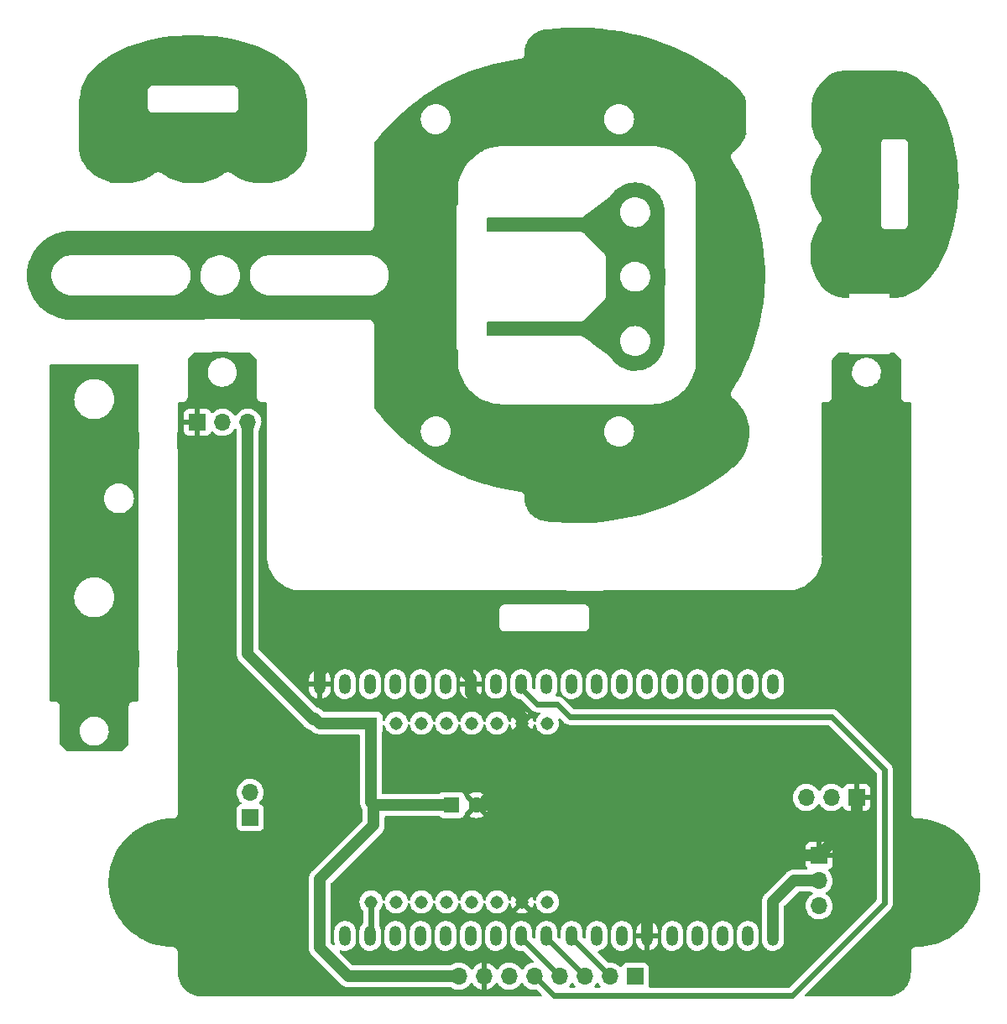
<source format=gtl>
G04 #@! TF.GenerationSoftware,KiCad,Pcbnew,(6.0.7)*
G04 #@! TF.CreationDate,2023-02-20T20:30:12+09:00*
G04 #@! TF.ProjectId,mirubo,6d697275-626f-42e6-9b69-6361645f7063,rev?*
G04 #@! TF.SameCoordinates,Original*
G04 #@! TF.FileFunction,Copper,L1,Top*
G04 #@! TF.FilePolarity,Positive*
%FSLAX46Y46*%
G04 Gerber Fmt 4.6, Leading zero omitted, Abs format (unit mm)*
G04 Created by KiCad (PCBNEW (6.0.7)) date 2023-02-20 20:30:12*
%MOMM*%
%LPD*%
G01*
G04 APERTURE LIST*
G04 #@! TA.AperFunction,ComponentPad*
%ADD10R,1.700000X1.700000*%
G04 #@! TD*
G04 #@! TA.AperFunction,ComponentPad*
%ADD11O,1.700000X1.700000*%
G04 #@! TD*
G04 #@! TA.AperFunction,ComponentPad*
%ADD12R,1.200000X2.000000*%
G04 #@! TD*
G04 #@! TA.AperFunction,ComponentPad*
%ADD13O,1.200000X2.000000*%
G04 #@! TD*
G04 #@! TA.AperFunction,ComponentPad*
%ADD14R,1.600000X1.600000*%
G04 #@! TD*
G04 #@! TA.AperFunction,ComponentPad*
%ADD15C,1.600000*%
G04 #@! TD*
G04 #@! TA.AperFunction,ComponentPad*
%ADD16R,1.308000X1.308000*%
G04 #@! TD*
G04 #@! TA.AperFunction,ComponentPad*
%ADD17C,1.308000*%
G04 #@! TD*
G04 #@! TA.AperFunction,Conductor*
%ADD18C,1.200000*%
G04 #@! TD*
G04 #@! TA.AperFunction,Conductor*
%ADD19C,0.600000*%
G04 #@! TD*
G04 APERTURE END LIST*
D10*
X68834000Y-114046000D03*
D11*
X68834000Y-111506000D03*
D10*
X63515000Y-74168000D03*
D11*
X66055000Y-74168000D03*
X68595000Y-74168000D03*
D10*
X126238000Y-117871000D03*
D11*
X126238000Y-120411000D03*
X126238000Y-122951000D03*
D12*
X75854560Y-125984000D03*
D13*
X78394560Y-125984000D03*
X80934560Y-125984000D03*
X83474560Y-125984000D03*
X86014560Y-125984000D03*
X88554560Y-125984000D03*
X91094560Y-125984000D03*
X93634560Y-125984000D03*
X96174560Y-125984000D03*
X98714560Y-125984000D03*
X101254560Y-125984000D03*
X103794560Y-125984000D03*
X106334560Y-125984000D03*
X108874560Y-125984000D03*
X111414560Y-125984000D03*
X113954560Y-125984000D03*
X116494560Y-125984000D03*
X119034560Y-125984000D03*
X121574560Y-125984000D03*
X121571840Y-100587680D03*
X119031840Y-100587680D03*
X116494560Y-100584000D03*
X113954560Y-100584000D03*
X111414560Y-100584000D03*
X108874560Y-100584000D03*
X106334560Y-100584000D03*
X103794560Y-100584000D03*
X101254560Y-100584000D03*
X98714560Y-100584000D03*
X96174560Y-100584000D03*
X93634560Y-100584000D03*
X91094560Y-100584000D03*
X88554560Y-100584000D03*
X86014560Y-100584000D03*
X83474560Y-100584000D03*
X80934560Y-100584000D03*
X78394560Y-100584000D03*
X75854560Y-100584000D03*
D10*
X107681000Y-130048000D03*
D11*
X105141000Y-130048000D03*
X102601000Y-130048000D03*
X100061000Y-130048000D03*
X97521000Y-130048000D03*
X94981000Y-130048000D03*
X92441000Y-130048000D03*
X89901000Y-130048000D03*
D10*
X130033000Y-112014000D03*
D11*
X127493000Y-112014000D03*
X124953000Y-112014000D03*
D14*
X89154000Y-112776000D03*
D15*
X91654000Y-112776000D03*
D16*
X81026000Y-104521000D03*
D17*
X83566000Y-104521000D03*
X86106000Y-104521000D03*
X88646000Y-104521000D03*
X91186000Y-104521000D03*
X93726000Y-104521000D03*
X96266000Y-104521000D03*
X98806000Y-104521000D03*
X98806000Y-122555000D03*
X96266000Y-122555000D03*
X93726000Y-122555000D03*
X91186000Y-122555000D03*
X88646000Y-122555000D03*
X86106000Y-122555000D03*
X83566000Y-122555000D03*
X81026000Y-122555000D03*
D18*
X108874560Y-122336560D02*
X108874560Y-125984000D01*
X92202000Y-102616000D02*
X94996000Y-102616000D01*
X94996000Y-102616000D02*
X96266000Y-103886000D01*
X105156000Y-118618000D02*
X108874560Y-122336560D01*
X126238000Y-117871000D02*
X113340120Y-117871000D01*
X91094560Y-99984560D02*
X91094560Y-100584000D01*
X96266000Y-103886000D02*
X96266000Y-104521000D01*
X88900000Y-97790000D02*
X91094560Y-99984560D01*
X130033000Y-112014000D02*
X130033000Y-114076000D01*
X98044000Y-118618000D02*
X105156000Y-118618000D01*
X75854560Y-100584000D02*
X75854560Y-99405440D01*
X96266000Y-112522000D02*
X96266000Y-122555000D01*
X96266000Y-104521000D02*
X96266000Y-112522000D01*
X96266000Y-120396000D02*
X98044000Y-118618000D01*
X96266000Y-122555000D02*
X96266000Y-120396000D01*
X77470000Y-97790000D02*
X88900000Y-97790000D01*
X75854560Y-99405440D02*
X77470000Y-97790000D01*
X91654000Y-112776000D02*
X96012000Y-112776000D01*
X91094560Y-101508560D02*
X92202000Y-102616000D01*
X130033000Y-114076000D02*
X126238000Y-117871000D01*
X91094560Y-100584000D02*
X91094560Y-101508560D01*
X113340120Y-117871000D02*
X108874560Y-122336560D01*
X96012000Y-112776000D02*
X96266000Y-112522000D01*
X89154000Y-112776000D02*
X81280000Y-112776000D01*
X75311000Y-104013000D02*
X75819000Y-104521000D01*
X81280000Y-112776000D02*
X81280000Y-114808000D01*
X68595000Y-97551000D02*
X75184000Y-104140000D01*
X75819000Y-104521000D02*
X81026000Y-104521000D01*
X68595000Y-74168000D02*
X68595000Y-97551000D01*
X75854560Y-125984000D02*
X75854560Y-127162560D01*
X75184000Y-104140000D02*
X75311000Y-104013000D01*
X81280000Y-114808000D02*
X75854560Y-120233440D01*
X75854560Y-120233440D02*
X75854560Y-125984000D01*
X78740000Y-130048000D02*
X89901000Y-130048000D01*
X81026000Y-104521000D02*
X81026000Y-112522000D01*
X75854560Y-127162560D02*
X78740000Y-130048000D01*
X81026000Y-112522000D02*
X81280000Y-112776000D01*
X123698000Y-120396000D02*
X123713000Y-120411000D01*
X121574560Y-125984000D02*
X121574560Y-122519440D01*
X121574560Y-122519440D02*
X123698000Y-120396000D01*
X123713000Y-120411000D02*
X126238000Y-120411000D01*
D19*
X81026000Y-125892560D02*
X80934560Y-125984000D01*
X81026000Y-122555000D02*
X81026000Y-125892560D01*
X101254560Y-126161560D02*
X105141000Y-130048000D01*
X101254560Y-125984000D02*
X101254560Y-126161560D01*
X98714560Y-126161560D02*
X102601000Y-130048000D01*
X98714560Y-125984000D02*
X98714560Y-126161560D01*
X96174560Y-126161560D02*
X100061000Y-130048000D01*
X96174560Y-125984000D02*
X96174560Y-126161560D01*
X99477418Y-132004418D02*
X123519582Y-132004418D01*
X101092000Y-103886000D02*
X99822000Y-102616000D01*
X127508000Y-103886000D02*
X101092000Y-103886000D01*
X97790000Y-102616000D02*
X96174560Y-101000560D01*
X99822000Y-102616000D02*
X97790000Y-102616000D01*
X97521000Y-130048000D02*
X99477418Y-132004418D01*
X132842000Y-109220000D02*
X127508000Y-103886000D01*
X123519582Y-132004418D02*
X132842000Y-122682000D01*
X132842000Y-122682000D02*
X132842000Y-109220000D01*
X96174560Y-101000560D02*
X96174560Y-100584000D01*
G04 #@! TA.AperFunction,NonConductor*
G36*
X65341102Y-35231265D02*
G01*
X65355814Y-35232984D01*
X66849663Y-35497323D01*
X67530348Y-35617772D01*
X67545899Y-35621556D01*
X69538235Y-36242764D01*
X69555136Y-36249404D01*
X71283046Y-37076605D01*
X71301637Y-37087553D01*
X72694755Y-38077774D01*
X72714655Y-38095351D01*
X73721634Y-39194307D01*
X73740524Y-39221298D01*
X73802422Y-39340327D01*
X74327077Y-40349236D01*
X74338708Y-40371603D01*
X74351161Y-40408756D01*
X74504143Y-41314815D01*
X74556255Y-41623457D01*
X74558013Y-41644434D01*
X74558013Y-46553739D01*
X74557136Y-46568583D01*
X74480981Y-47210516D01*
X74474232Y-47238841D01*
X74258863Y-47829406D01*
X74246622Y-47854147D01*
X74188287Y-47945316D01*
X73892773Y-48407158D01*
X73888705Y-48413515D01*
X73872796Y-48433557D01*
X73682353Y-48628911D01*
X73378517Y-48940583D01*
X73360587Y-48955827D01*
X72743527Y-49388087D01*
X72724707Y-49398980D01*
X72139461Y-49673273D01*
X72005866Y-49735886D01*
X71986776Y-49743014D01*
X71215895Y-49961655D01*
X71215358Y-49961767D01*
X71214828Y-49961764D01*
X71126080Y-49987129D01*
X71110671Y-49991499D01*
X71110083Y-49989427D01*
X71109845Y-49989442D01*
X71110460Y-49991593D01*
X71074778Y-50001791D01*
X71067190Y-50006579D01*
X71067187Y-50006580D01*
X71051963Y-50016186D01*
X71035938Y-50024748D01*
X71030599Y-50027123D01*
X70979388Y-50038000D01*
X69388421Y-50038000D01*
X69369797Y-50036616D01*
X69369079Y-50036509D01*
X69360483Y-50033938D01*
X69351508Y-50033883D01*
X69349567Y-50033593D01*
X69326828Y-50031128D01*
X68450058Y-49844463D01*
X68429254Y-49838113D01*
X67623458Y-49513722D01*
X67615703Y-49510600D01*
X67595074Y-49499994D01*
X67107032Y-49189183D01*
X66880786Y-49045098D01*
X66865423Y-49033578D01*
X66853677Y-49023283D01*
X66853671Y-49023279D01*
X66846923Y-49017365D01*
X66834993Y-49011819D01*
X66812563Y-49001391D01*
X66810650Y-49000430D01*
X66808865Y-48999294D01*
X66804794Y-48997452D01*
X66804784Y-48997447D01*
X66779986Y-48986230D01*
X66778971Y-48985770D01*
X66778011Y-48985331D01*
X66714839Y-48955965D01*
X66712197Y-48955564D01*
X66709761Y-48954462D01*
X66640894Y-48944733D01*
X66639675Y-48944555D01*
X66587985Y-48936708D01*
X66578941Y-48935335D01*
X66578940Y-48935335D01*
X66570831Y-48934104D01*
X66568182Y-48934461D01*
X66565536Y-48934087D01*
X66557414Y-48935266D01*
X66557412Y-48935266D01*
X66496676Y-48944082D01*
X66495391Y-48944262D01*
X66491886Y-48944734D01*
X66426476Y-48953541D01*
X66424036Y-48954626D01*
X66421389Y-48955010D01*
X66413929Y-48958419D01*
X66413922Y-48958421D01*
X66358013Y-48983970D01*
X66356985Y-48984434D01*
X66324208Y-48999005D01*
X66322419Y-49000159D01*
X66320547Y-49001092D01*
X66288908Y-49015549D01*
X66267326Y-49034217D01*
X66253201Y-49044798D01*
X65927932Y-49254568D01*
X65584060Y-49476335D01*
X65564681Y-49486566D01*
X65532801Y-49499994D01*
X64807377Y-49805545D01*
X64787809Y-49811960D01*
X63986286Y-50003849D01*
X63959967Y-50010150D01*
X63940402Y-50013234D01*
X63639797Y-50036616D01*
X63626876Y-50037621D01*
X63617105Y-50038000D01*
X62515919Y-50038000D01*
X62506148Y-50037621D01*
X62501533Y-50037262D01*
X62192631Y-50013235D01*
X62173066Y-50010151D01*
X62148046Y-50004161D01*
X61345218Y-49811960D01*
X61325650Y-49805545D01*
X60568348Y-49486569D01*
X60548969Y-49476339D01*
X60531110Y-49464821D01*
X60280286Y-49303061D01*
X59880202Y-49045041D01*
X59865931Y-49034334D01*
X59851511Y-49021826D01*
X59851507Y-49021823D01*
X59844729Y-49015944D01*
X59836574Y-49012203D01*
X59836572Y-49012202D01*
X59780002Y-48986254D01*
X59712578Y-48955288D01*
X59712450Y-48955269D01*
X59712334Y-48955216D01*
X59703607Y-48953937D01*
X59703605Y-48953936D01*
X59640675Y-48944711D01*
X59640614Y-48944702D01*
X59636712Y-48944128D01*
X59568472Y-48934090D01*
X59568345Y-48934108D01*
X59568217Y-48934089D01*
X59559271Y-48935340D01*
X59559268Y-48935340D01*
X59496487Y-48944119D01*
X59496424Y-48944128D01*
X59432898Y-48952978D01*
X59432896Y-48952979D01*
X59424208Y-48954189D01*
X59424090Y-48954242D01*
X59423963Y-48954260D01*
X59357527Y-48984200D01*
X59291383Y-49013970D01*
X59274065Y-49028778D01*
X59267074Y-49034755D01*
X59254018Y-49044530D01*
X58624676Y-49454950D01*
X58606409Y-49464820D01*
X58118402Y-49678596D01*
X57898512Y-49774921D01*
X57880046Y-49781354D01*
X57195046Y-49961764D01*
X57106027Y-49985209D01*
X57087556Y-49988626D01*
X56966483Y-50001791D01*
X56640270Y-50037262D01*
X56626650Y-50038000D01*
X54763690Y-50038000D01*
X54695569Y-50017998D01*
X54671520Y-49997911D01*
X54665001Y-49990917D01*
X54661718Y-49987254D01*
X54659956Y-49985209D01*
X54622261Y-49941462D01*
X54615207Y-49936890D01*
X54612640Y-49934737D01*
X54606908Y-49928587D01*
X54599192Y-49924003D01*
X54599190Y-49924001D01*
X54554921Y-49897700D01*
X54550781Y-49895130D01*
X54500033Y-49862237D01*
X54491429Y-49859664D01*
X54491427Y-49859663D01*
X54469942Y-49853238D01*
X54457517Y-49849522D01*
X54446705Y-49845745D01*
X53629840Y-49517946D01*
X53609710Y-49507685D01*
X52921370Y-49074983D01*
X52902002Y-49059997D01*
X52886198Y-49045099D01*
X52496939Y-48678168D01*
X52346994Y-48536824D01*
X52329578Y-48516500D01*
X51926183Y-47929494D01*
X51912592Y-47903797D01*
X51669532Y-47278741D01*
X51661956Y-47248839D01*
X51576003Y-46567166D01*
X51575013Y-46551403D01*
X51575013Y-42510965D01*
X58507537Y-42510965D01*
X58510004Y-42519596D01*
X58515663Y-42539397D01*
X58519241Y-42556159D01*
X58523433Y-42585431D01*
X58527147Y-42593599D01*
X58527147Y-42593600D01*
X58534061Y-42608806D01*
X58540509Y-42626330D01*
X58547564Y-42651015D01*
X58552356Y-42658609D01*
X58552357Y-42658612D01*
X58563343Y-42676024D01*
X58571482Y-42691107D01*
X58583721Y-42718026D01*
X58589582Y-42724828D01*
X58600483Y-42737479D01*
X58611586Y-42752483D01*
X58625289Y-42774202D01*
X58632014Y-42780141D01*
X58632017Y-42780145D01*
X58647451Y-42793776D01*
X58659495Y-42805968D01*
X58672940Y-42821571D01*
X58672943Y-42821573D01*
X58678800Y-42828371D01*
X58686329Y-42833251D01*
X58686330Y-42833252D01*
X58700348Y-42842338D01*
X58715222Y-42853629D01*
X58727730Y-42864675D01*
X58734464Y-42870622D01*
X58761224Y-42883186D01*
X58776204Y-42891507D01*
X58793496Y-42902715D01*
X58793501Y-42902717D01*
X58801028Y-42907596D01*
X58809621Y-42910166D01*
X58809626Y-42910168D01*
X58825633Y-42914955D01*
X58843077Y-42921616D01*
X58858189Y-42928711D01*
X58858191Y-42928712D01*
X58866313Y-42932525D01*
X58875180Y-42933906D01*
X58875181Y-42933906D01*
X58877866Y-42934324D01*
X58895530Y-42937074D01*
X58912245Y-42940857D01*
X58931979Y-42946759D01*
X58931985Y-42946760D01*
X58940579Y-42949330D01*
X58949550Y-42949385D01*
X58949551Y-42949385D01*
X58959610Y-42949446D01*
X58975019Y-42949540D01*
X58975802Y-42949573D01*
X58976899Y-42949744D01*
X59007890Y-42949744D01*
X59008660Y-42949746D01*
X59082298Y-42950196D01*
X59082299Y-42950196D01*
X59086234Y-42950220D01*
X59087578Y-42949836D01*
X59088923Y-42949744D01*
X67107890Y-42949744D01*
X67108661Y-42949746D01*
X67186234Y-42950220D01*
X67214665Y-42942094D01*
X67231428Y-42938516D01*
X67232266Y-42938396D01*
X67260700Y-42934324D01*
X67284077Y-42923695D01*
X67301600Y-42917248D01*
X67326284Y-42910193D01*
X67333878Y-42905401D01*
X67333881Y-42905400D01*
X67351293Y-42894414D01*
X67366378Y-42886274D01*
X67393295Y-42874036D01*
X67412748Y-42857274D01*
X67427752Y-42846171D01*
X67449471Y-42832468D01*
X67455410Y-42825743D01*
X67455414Y-42825740D01*
X67469045Y-42810306D01*
X67481237Y-42798262D01*
X67496840Y-42784817D01*
X67496842Y-42784814D01*
X67503640Y-42778957D01*
X67517607Y-42757409D01*
X67528898Y-42742535D01*
X67539944Y-42730027D01*
X67539945Y-42730026D01*
X67545891Y-42723293D01*
X67558456Y-42696531D01*
X67566776Y-42681553D01*
X67577984Y-42664261D01*
X67577986Y-42664256D01*
X67582865Y-42656729D01*
X67585435Y-42648136D01*
X67585437Y-42648131D01*
X67590224Y-42632124D01*
X67596885Y-42614680D01*
X67603980Y-42599568D01*
X67603981Y-42599566D01*
X67607794Y-42591444D01*
X67612343Y-42562227D01*
X67616126Y-42545512D01*
X67622028Y-42525778D01*
X67622029Y-42525772D01*
X67624599Y-42517178D01*
X67624809Y-42482738D01*
X67624842Y-42481955D01*
X67625013Y-42480858D01*
X67625013Y-42449867D01*
X67625015Y-42449097D01*
X67625465Y-42375459D01*
X67625465Y-42375458D01*
X67625489Y-42371523D01*
X67625105Y-42370179D01*
X67625013Y-42368834D01*
X67625013Y-40749867D01*
X67625015Y-40749097D01*
X67625313Y-40700346D01*
X67625489Y-40671523D01*
X67617363Y-40643091D01*
X67613785Y-40626329D01*
X67610865Y-40605942D01*
X67609593Y-40597057D01*
X67598964Y-40573680D01*
X67592517Y-40556157D01*
X67587929Y-40540106D01*
X67585462Y-40531473D01*
X67580669Y-40523876D01*
X67569683Y-40506464D01*
X67561543Y-40491379D01*
X67553763Y-40474268D01*
X67549305Y-40464462D01*
X67532543Y-40445009D01*
X67521440Y-40430005D01*
X67507737Y-40408286D01*
X67501012Y-40402347D01*
X67501009Y-40402343D01*
X67485575Y-40388712D01*
X67473531Y-40376520D01*
X67460086Y-40360917D01*
X67460083Y-40360915D01*
X67454226Y-40354117D01*
X67440522Y-40345234D01*
X67432678Y-40340150D01*
X67417804Y-40328859D01*
X67405296Y-40317813D01*
X67405295Y-40317812D01*
X67398562Y-40311866D01*
X67371800Y-40299301D01*
X67356822Y-40290981D01*
X67339530Y-40279773D01*
X67339525Y-40279771D01*
X67331998Y-40274892D01*
X67323405Y-40272322D01*
X67323400Y-40272320D01*
X67307393Y-40267533D01*
X67289949Y-40260872D01*
X67274837Y-40253777D01*
X67274835Y-40253776D01*
X67266713Y-40249963D01*
X67257846Y-40248582D01*
X67257845Y-40248582D01*
X67246991Y-40246892D01*
X67237496Y-40245414D01*
X67220781Y-40241631D01*
X67201047Y-40235729D01*
X67201041Y-40235728D01*
X67192447Y-40233158D01*
X67183476Y-40233103D01*
X67183475Y-40233103D01*
X67173416Y-40233042D01*
X67158007Y-40232948D01*
X67157224Y-40232915D01*
X67156127Y-40232744D01*
X67125136Y-40232744D01*
X67124366Y-40232742D01*
X67050728Y-40232292D01*
X67050727Y-40232292D01*
X67046792Y-40232268D01*
X67045448Y-40232652D01*
X67044103Y-40232744D01*
X59025136Y-40232744D01*
X59024366Y-40232742D01*
X59023550Y-40232737D01*
X58946792Y-40232268D01*
X58924431Y-40238659D01*
X58918360Y-40240394D01*
X58901598Y-40243972D01*
X58872326Y-40248164D01*
X58864158Y-40251878D01*
X58864157Y-40251878D01*
X58848951Y-40258792D01*
X58831427Y-40265240D01*
X58806742Y-40272295D01*
X58799148Y-40277087D01*
X58799145Y-40277088D01*
X58781733Y-40288074D01*
X58766650Y-40296213D01*
X58739731Y-40308452D01*
X58732929Y-40314313D01*
X58720278Y-40325214D01*
X58705274Y-40336317D01*
X58683555Y-40350020D01*
X58677616Y-40356745D01*
X58677612Y-40356748D01*
X58663981Y-40372182D01*
X58651789Y-40384226D01*
X58636186Y-40397671D01*
X58636184Y-40397674D01*
X58629386Y-40403531D01*
X58624506Y-40411060D01*
X58624505Y-40411061D01*
X58615419Y-40425079D01*
X58604128Y-40439953D01*
X58593082Y-40452461D01*
X58587135Y-40459195D01*
X58574571Y-40485955D01*
X58566250Y-40500935D01*
X58555042Y-40518227D01*
X58555040Y-40518232D01*
X58550161Y-40525759D01*
X58547591Y-40534352D01*
X58547589Y-40534357D01*
X58542802Y-40550364D01*
X58536141Y-40567808D01*
X58529046Y-40582920D01*
X58525232Y-40591044D01*
X58523851Y-40599911D01*
X58523851Y-40599912D01*
X58520683Y-40620259D01*
X58516900Y-40636976D01*
X58510998Y-40656710D01*
X58510997Y-40656716D01*
X58508427Y-40665310D01*
X58508372Y-40674281D01*
X58508372Y-40674282D01*
X58508217Y-40699741D01*
X58508184Y-40700533D01*
X58508013Y-40701630D01*
X58508013Y-40732621D01*
X58508011Y-40733391D01*
X58507537Y-40810965D01*
X58507921Y-40812309D01*
X58508013Y-40813654D01*
X58508013Y-42432621D01*
X58508011Y-42433391D01*
X58507537Y-42510965D01*
X51575013Y-42510965D01*
X51575013Y-41644434D01*
X51576771Y-41623457D01*
X51596940Y-41504002D01*
X51781864Y-40408754D01*
X51794317Y-40371601D01*
X51805948Y-40349236D01*
X52320818Y-39359144D01*
X52392501Y-39221298D01*
X52411391Y-39194307D01*
X53418371Y-38095349D01*
X53438271Y-38077772D01*
X54831389Y-37087553D01*
X54849980Y-37076605D01*
X56577890Y-36249404D01*
X56594791Y-36242764D01*
X58587121Y-35621557D01*
X58602672Y-35617773D01*
X59691442Y-35425113D01*
X60777207Y-35232985D01*
X60791920Y-35231266D01*
X63059283Y-35100998D01*
X63073729Y-35100998D01*
X65341102Y-35231265D01*
G37*
G04 #@! TD.AperFunction*
G04 #@! TA.AperFunction,NonConductor*
G36*
X133793932Y-38658279D02*
G01*
X135008636Y-38863373D01*
X135045787Y-38875825D01*
X135691590Y-39211657D01*
X136196091Y-39474009D01*
X136223082Y-39492899D01*
X137322042Y-40499882D01*
X137339619Y-40519782D01*
X138329836Y-41912898D01*
X138340784Y-41931489D01*
X139167988Y-43659405D01*
X139174628Y-43676306D01*
X139795832Y-45668630D01*
X139799616Y-45684181D01*
X139874372Y-46106644D01*
X140183597Y-47854147D01*
X140184404Y-47858708D01*
X140186124Y-47873429D01*
X140312483Y-50072747D01*
X140316392Y-50140787D01*
X140316392Y-50155237D01*
X140191013Y-52337548D01*
X140186126Y-52422603D01*
X140184406Y-52437323D01*
X139934006Y-53852395D01*
X139799617Y-54611857D01*
X139795833Y-54627408D01*
X139174628Y-56619737D01*
X139167988Y-56636638D01*
X138340786Y-58364551D01*
X138329838Y-58383142D01*
X137339615Y-59776265D01*
X137322038Y-59796165D01*
X136223083Y-60803143D01*
X136196092Y-60822033D01*
X136035466Y-60905562D01*
X135045788Y-61420217D01*
X135008637Y-61432669D01*
X134003994Y-61602296D01*
X133793934Y-61637763D01*
X133772957Y-61639521D01*
X133476000Y-61639521D01*
X133407879Y-61619519D01*
X133361386Y-61565863D01*
X133350000Y-61513521D01*
X133350000Y-61214000D01*
X129286000Y-61214000D01*
X129286000Y-61513521D01*
X129265998Y-61581642D01*
X129212342Y-61628135D01*
X129160000Y-61639521D01*
X128864897Y-61639521D01*
X128849566Y-61638585D01*
X128186531Y-61557305D01*
X128157365Y-61550122D01*
X127548450Y-61320271D01*
X127523191Y-61307319D01*
X127485771Y-61282442D01*
X127437422Y-61250300D01*
X126948980Y-60925586D01*
X126928773Y-60908877D01*
X126927960Y-60908048D01*
X126412812Y-60382719D01*
X126397695Y-60364026D01*
X126008844Y-59776265D01*
X125964605Y-59709396D01*
X125954035Y-59689876D01*
X125942423Y-59663018D01*
X125625960Y-58931031D01*
X125619303Y-58911295D01*
X125616992Y-58901952D01*
X125537885Y-58582223D01*
X125413373Y-58078974D01*
X125410126Y-58059240D01*
X125360569Y-57468192D01*
X125337116Y-57188481D01*
X125337010Y-57168774D01*
X125342008Y-57100376D01*
X125400736Y-56296715D01*
X125403763Y-56276988D01*
X125413295Y-56236563D01*
X125600892Y-55440910D01*
X125607302Y-55421169D01*
X125711870Y-55171396D01*
X125927531Y-54656261D01*
X125937814Y-54636713D01*
X125940408Y-54632684D01*
X126175363Y-54267742D01*
X132467170Y-54267742D01*
X132469637Y-54276373D01*
X132475296Y-54296174D01*
X132478874Y-54312936D01*
X132483066Y-54342208D01*
X132486780Y-54350376D01*
X132486780Y-54350377D01*
X132493694Y-54365583D01*
X132500142Y-54383107D01*
X132507197Y-54407792D01*
X132511989Y-54415386D01*
X132511990Y-54415389D01*
X132522976Y-54432801D01*
X132531115Y-54447884D01*
X132543354Y-54474803D01*
X132549215Y-54481605D01*
X132560116Y-54494256D01*
X132571219Y-54509260D01*
X132584922Y-54530979D01*
X132591647Y-54536918D01*
X132591650Y-54536922D01*
X132607084Y-54550553D01*
X132619128Y-54562745D01*
X132632573Y-54578348D01*
X132632576Y-54578350D01*
X132638433Y-54585148D01*
X132645962Y-54590028D01*
X132645963Y-54590029D01*
X132659981Y-54599115D01*
X132674855Y-54610406D01*
X132687363Y-54621452D01*
X132694097Y-54627399D01*
X132713935Y-54636713D01*
X132720857Y-54639963D01*
X132735837Y-54648284D01*
X132753129Y-54659492D01*
X132753134Y-54659494D01*
X132760661Y-54664373D01*
X132769254Y-54666943D01*
X132769259Y-54666945D01*
X132785266Y-54671732D01*
X132802710Y-54678393D01*
X132817822Y-54685488D01*
X132817824Y-54685489D01*
X132825946Y-54689302D01*
X132834813Y-54690683D01*
X132834814Y-54690683D01*
X132837499Y-54691101D01*
X132855163Y-54693851D01*
X132871878Y-54697634D01*
X132891612Y-54703536D01*
X132891618Y-54703537D01*
X132900212Y-54706107D01*
X132909183Y-54706162D01*
X132909184Y-54706162D01*
X132919243Y-54706223D01*
X132934652Y-54706317D01*
X132935435Y-54706350D01*
X132936532Y-54706521D01*
X132967523Y-54706521D01*
X132968293Y-54706523D01*
X133041931Y-54706973D01*
X133041932Y-54706973D01*
X133045867Y-54706997D01*
X133047211Y-54706613D01*
X133048556Y-54706521D01*
X134667523Y-54706521D01*
X134668294Y-54706523D01*
X134745867Y-54706997D01*
X134774298Y-54698871D01*
X134791061Y-54695293D01*
X134791899Y-54695173D01*
X134820333Y-54691101D01*
X134843710Y-54680472D01*
X134861233Y-54674025D01*
X134885917Y-54666970D01*
X134893511Y-54662178D01*
X134893514Y-54662177D01*
X134910926Y-54651191D01*
X134926011Y-54643051D01*
X134952928Y-54630813D01*
X134972381Y-54614051D01*
X134987385Y-54602948D01*
X135009104Y-54589245D01*
X135015043Y-54582520D01*
X135015047Y-54582517D01*
X135028678Y-54567083D01*
X135040870Y-54555039D01*
X135056473Y-54541594D01*
X135056475Y-54541591D01*
X135063273Y-54535734D01*
X135077240Y-54514186D01*
X135088531Y-54499312D01*
X135099577Y-54486804D01*
X135099578Y-54486803D01*
X135105524Y-54480070D01*
X135118089Y-54453308D01*
X135126409Y-54438330D01*
X135137617Y-54421038D01*
X135137619Y-54421033D01*
X135142498Y-54413506D01*
X135145068Y-54404913D01*
X135145070Y-54404908D01*
X135149857Y-54388901D01*
X135156518Y-54371457D01*
X135163613Y-54356345D01*
X135163614Y-54356343D01*
X135167427Y-54348221D01*
X135171976Y-54319004D01*
X135175759Y-54302289D01*
X135181661Y-54282555D01*
X135181662Y-54282549D01*
X135184232Y-54273955D01*
X135184442Y-54239515D01*
X135184475Y-54238732D01*
X135184646Y-54237635D01*
X135184646Y-54206644D01*
X135184648Y-54205874D01*
X135185098Y-54132236D01*
X135185098Y-54132235D01*
X135185122Y-54128300D01*
X135184738Y-54126956D01*
X135184646Y-54125611D01*
X135184646Y-46106644D01*
X135184648Y-46105874D01*
X135184946Y-46057123D01*
X135185122Y-46028300D01*
X135176996Y-45999868D01*
X135173418Y-45983106D01*
X135170498Y-45962719D01*
X135169226Y-45953834D01*
X135158597Y-45930457D01*
X135152150Y-45912934D01*
X135147562Y-45896883D01*
X135145095Y-45888250D01*
X135140302Y-45880653D01*
X135129316Y-45863241D01*
X135121176Y-45848156D01*
X135118710Y-45842732D01*
X135108938Y-45821239D01*
X135092176Y-45801786D01*
X135081073Y-45786782D01*
X135067370Y-45765063D01*
X135060645Y-45759124D01*
X135060642Y-45759120D01*
X135045208Y-45745489D01*
X135033164Y-45733297D01*
X135019719Y-45717694D01*
X135019716Y-45717692D01*
X135013859Y-45710894D01*
X135000155Y-45702011D01*
X134992311Y-45696927D01*
X134977437Y-45685636D01*
X134964929Y-45674590D01*
X134964928Y-45674589D01*
X134958195Y-45668643D01*
X134931433Y-45656078D01*
X134916455Y-45647758D01*
X134899163Y-45636550D01*
X134899158Y-45636548D01*
X134891631Y-45631669D01*
X134883038Y-45629099D01*
X134883033Y-45629097D01*
X134867026Y-45624310D01*
X134849582Y-45617649D01*
X134834470Y-45610554D01*
X134834468Y-45610553D01*
X134826346Y-45606740D01*
X134817479Y-45605359D01*
X134817478Y-45605359D01*
X134806624Y-45603669D01*
X134797129Y-45602191D01*
X134780414Y-45598408D01*
X134760680Y-45592506D01*
X134760674Y-45592505D01*
X134752080Y-45589935D01*
X134743109Y-45589880D01*
X134743108Y-45589880D01*
X134733049Y-45589819D01*
X134717640Y-45589725D01*
X134716857Y-45589692D01*
X134715760Y-45589521D01*
X134684769Y-45589521D01*
X134683999Y-45589519D01*
X134610361Y-45589069D01*
X134610360Y-45589069D01*
X134606425Y-45589045D01*
X134605081Y-45589429D01*
X134603736Y-45589521D01*
X132984769Y-45589521D01*
X132983999Y-45589519D01*
X132983183Y-45589514D01*
X132906425Y-45589045D01*
X132884064Y-45595436D01*
X132877993Y-45597171D01*
X132861231Y-45600749D01*
X132831959Y-45604941D01*
X132813291Y-45613429D01*
X132808584Y-45615569D01*
X132791060Y-45622017D01*
X132766375Y-45629072D01*
X132758781Y-45633864D01*
X132758778Y-45633865D01*
X132741366Y-45644851D01*
X132726283Y-45652990D01*
X132699364Y-45665229D01*
X132692562Y-45671090D01*
X132679911Y-45681991D01*
X132664907Y-45693094D01*
X132643188Y-45706797D01*
X132637249Y-45713522D01*
X132637245Y-45713525D01*
X132623614Y-45728959D01*
X132611422Y-45741003D01*
X132595819Y-45754448D01*
X132595817Y-45754451D01*
X132589019Y-45760308D01*
X132584139Y-45767837D01*
X132584138Y-45767838D01*
X132575052Y-45781856D01*
X132563761Y-45796730D01*
X132555882Y-45805652D01*
X132546768Y-45815972D01*
X132540458Y-45829412D01*
X132534204Y-45842732D01*
X132525883Y-45857712D01*
X132514675Y-45875004D01*
X132514673Y-45875009D01*
X132509794Y-45882536D01*
X132507224Y-45891129D01*
X132507222Y-45891134D01*
X132502435Y-45907141D01*
X132495774Y-45924585D01*
X132488679Y-45939697D01*
X132484865Y-45947821D01*
X132483484Y-45956688D01*
X132483484Y-45956689D01*
X132480316Y-45977036D01*
X132476533Y-45993753D01*
X132470631Y-46013487D01*
X132470630Y-46013493D01*
X132468060Y-46022087D01*
X132468005Y-46031058D01*
X132468005Y-46031059D01*
X132467850Y-46056518D01*
X132467817Y-46057310D01*
X132467646Y-46058407D01*
X132467646Y-46089398D01*
X132467644Y-46090168D01*
X132467170Y-46167742D01*
X132467554Y-46169086D01*
X132467646Y-46170431D01*
X132467646Y-54189398D01*
X132467644Y-54190168D01*
X132467170Y-54267742D01*
X126175363Y-54267742D01*
X126371589Y-53962955D01*
X126382770Y-53948118D01*
X126394110Y-53935179D01*
X126400024Y-53928431D01*
X126410506Y-53905883D01*
X126415821Y-53894451D01*
X126416288Y-53893526D01*
X126416894Y-53892585D01*
X126431363Y-53861016D01*
X126431638Y-53860422D01*
X126457804Y-53804134D01*
X126457804Y-53804132D01*
X126461424Y-53796346D01*
X126461632Y-53794976D01*
X126462215Y-53793704D01*
X126472557Y-53723017D01*
X126472657Y-53722348D01*
X126481997Y-53660821D01*
X126481997Y-53660817D01*
X126483284Y-53652339D01*
X126483099Y-53650963D01*
X126483301Y-53649581D01*
X126473397Y-53578898D01*
X126473305Y-53578226D01*
X126464991Y-53516471D01*
X126464990Y-53516469D01*
X126463848Y-53507984D01*
X126463284Y-53506714D01*
X126463090Y-53505333D01*
X126459568Y-53497524D01*
X126459566Y-53497517D01*
X126433756Y-53440291D01*
X126433478Y-53439671D01*
X126419626Y-53408512D01*
X126419626Y-53408511D01*
X126418383Y-53405716D01*
X126417776Y-53404774D01*
X126417346Y-53403906D01*
X126403206Y-53372554D01*
X126383620Y-53349684D01*
X126373432Y-53336014D01*
X125941053Y-52665566D01*
X125930822Y-52646187D01*
X125928728Y-52641215D01*
X125611845Y-51888886D01*
X125605429Y-51869315D01*
X125569864Y-51720757D01*
X125407240Y-51041476D01*
X125404156Y-51021912D01*
X125336942Y-50157794D01*
X125336942Y-50138252D01*
X125352928Y-49932728D01*
X125404156Y-49274133D01*
X125407240Y-49254568D01*
X125416892Y-49214251D01*
X125605430Y-48426729D01*
X125611846Y-48407158D01*
X125930823Y-47649852D01*
X125941052Y-47630477D01*
X125944294Y-47625451D01*
X126370937Y-46963897D01*
X126382326Y-46948845D01*
X126386001Y-46944678D01*
X126399148Y-46929771D01*
X126402956Y-46921646D01*
X126402959Y-46921641D01*
X126415149Y-46895630D01*
X126415839Y-46894271D01*
X126416703Y-46892932D01*
X126418435Y-46889160D01*
X126418441Y-46889149D01*
X126430752Y-46862343D01*
X126431161Y-46861462D01*
X126457398Y-46805477D01*
X126460959Y-46797879D01*
X126461265Y-46795907D01*
X126462101Y-46794086D01*
X126472399Y-46724080D01*
X126472506Y-46723377D01*
X126476222Y-46699405D01*
X126483268Y-46653940D01*
X126483008Y-46651960D01*
X126483299Y-46649979D01*
X126478503Y-46615555D01*
X126473573Y-46580165D01*
X126473443Y-46579204D01*
X126465380Y-46517875D01*
X126465380Y-46517874D01*
X126464282Y-46509525D01*
X126463476Y-46507697D01*
X126463200Y-46505715D01*
X126434209Y-46441304D01*
X126433984Y-46440798D01*
X126419136Y-46407116D01*
X126418270Y-46405766D01*
X126417618Y-46404441D01*
X126403418Y-46372890D01*
X126384336Y-46350573D01*
X126374006Y-46336656D01*
X126369853Y-46330172D01*
X125928091Y-45640465D01*
X125917653Y-45620406D01*
X125915665Y-45615569D01*
X125593832Y-44832512D01*
X125587444Y-44812262D01*
X125586581Y-44808422D01*
X125479070Y-44330365D01*
X125476000Y-44302719D01*
X125476000Y-41959820D01*
X125480341Y-41927032D01*
X125517752Y-41788219D01*
X125583125Y-41545647D01*
X125652522Y-41288148D01*
X125659471Y-41268806D01*
X125993177Y-40534503D01*
X126003948Y-40515410D01*
X126436687Y-39883890D01*
X126451887Y-39865663D01*
X126962467Y-39359144D01*
X126982575Y-39342927D01*
X127301246Y-39135964D01*
X127547731Y-38975884D01*
X127572675Y-38963369D01*
X128170354Y-38742453D01*
X128199006Y-38735538D01*
X128849099Y-38657421D01*
X128864131Y-38656521D01*
X133772955Y-38656521D01*
X133793932Y-38658279D01*
G37*
G04 #@! TD.AperFunction*
G04 #@! TA.AperFunction,NonConductor*
G36*
X107711195Y-49989836D02*
G01*
X108029510Y-50011182D01*
X108043424Y-50012897D01*
X108271729Y-50054054D01*
X108357378Y-50069494D01*
X108371024Y-50072747D01*
X108676750Y-50163896D01*
X108689950Y-50168646D01*
X108983652Y-50293218D01*
X108996228Y-50299399D01*
X109177396Y-50401342D01*
X109274260Y-50455848D01*
X109286083Y-50463397D01*
X109492697Y-50612131D01*
X109544991Y-50649776D01*
X109555902Y-50658592D01*
X109750534Y-50834649D01*
X109792494Y-50872605D01*
X109802357Y-50882580D01*
X109815242Y-50897151D01*
X110013691Y-51121566D01*
X110022384Y-51132576D01*
X110205835Y-51393564D01*
X110213250Y-51405471D01*
X110339050Y-51635046D01*
X110366557Y-51685245D01*
X110372600Y-51697898D01*
X110436597Y-51853639D01*
X110493854Y-51992977D01*
X110498456Y-52006228D01*
X110581834Y-52297844D01*
X110586157Y-52312965D01*
X110589256Y-52326647D01*
X110636442Y-52606404D01*
X110642313Y-52641215D01*
X110643873Y-52655155D01*
X110647259Y-52715894D01*
X110659644Y-52938011D01*
X110658339Y-52964411D01*
X110658161Y-52965551D01*
X110658161Y-52965556D01*
X110656780Y-52974424D01*
X110657944Y-52983326D01*
X110657944Y-52983328D01*
X110660907Y-53005983D01*
X110661971Y-53022321D01*
X110661971Y-58503879D01*
X110661969Y-58504649D01*
X110661495Y-58582223D01*
X110663962Y-58590854D01*
X110669621Y-58610655D01*
X110673199Y-58627417D01*
X110677391Y-58656689D01*
X110681105Y-58664857D01*
X110681105Y-58664858D01*
X110688019Y-58680064D01*
X110694467Y-58697588D01*
X110701522Y-58722273D01*
X110706314Y-58729867D01*
X110706315Y-58729870D01*
X110717301Y-58747282D01*
X110725440Y-58762365D01*
X110732700Y-58778332D01*
X110744000Y-58830485D01*
X110744000Y-60196155D01*
X110732052Y-60249708D01*
X110728527Y-60257217D01*
X110720208Y-60272193D01*
X110709000Y-60289485D01*
X110708998Y-60289490D01*
X110704119Y-60297017D01*
X110701549Y-60305610D01*
X110701547Y-60305615D01*
X110696760Y-60321622D01*
X110690099Y-60339066D01*
X110679190Y-60362302D01*
X110677809Y-60371169D01*
X110677809Y-60371170D01*
X110674641Y-60391517D01*
X110670858Y-60408234D01*
X110664956Y-60427968D01*
X110664955Y-60427974D01*
X110662385Y-60436568D01*
X110662330Y-60445539D01*
X110662330Y-60445540D01*
X110662175Y-60470999D01*
X110662142Y-60471791D01*
X110661971Y-60472888D01*
X110661971Y-60503879D01*
X110661969Y-60504649D01*
X110661495Y-60582223D01*
X110661879Y-60583567D01*
X110661971Y-60584912D01*
X110661971Y-65931333D01*
X110660471Y-65950718D01*
X110658161Y-65965551D01*
X110658161Y-65965555D01*
X110656780Y-65974424D01*
X110658246Y-65985633D01*
X110659143Y-65992491D01*
X110660012Y-66015844D01*
X110647267Y-66244438D01*
X110643821Y-66306237D01*
X110642261Y-66320179D01*
X110589205Y-66634739D01*
X110586106Y-66648421D01*
X110498406Y-66955153D01*
X110493804Y-66968405D01*
X110372553Y-67263476D01*
X110366508Y-67276134D01*
X110213201Y-67555910D01*
X110205801Y-67567792D01*
X110022647Y-67828359D01*
X110022342Y-67828793D01*
X110013649Y-67839802D01*
X109802321Y-68078782D01*
X109792457Y-68088758D01*
X109555871Y-68302765D01*
X109544959Y-68311582D01*
X109286055Y-68497958D01*
X109274232Y-68505507D01*
X109217060Y-68537678D01*
X108996205Y-68661953D01*
X108983629Y-68668134D01*
X108738186Y-68772237D01*
X108689931Y-68792704D01*
X108676732Y-68797454D01*
X108371001Y-68888605D01*
X108357373Y-68891854D01*
X108043416Y-68948450D01*
X108029508Y-68950165D01*
X107711195Y-68971511D01*
X107697169Y-68971669D01*
X107378459Y-68957498D01*
X107364511Y-68956096D01*
X107108903Y-68915938D01*
X107049368Y-68906585D01*
X107035652Y-68903640D01*
X106727954Y-68819399D01*
X106714651Y-68814947D01*
X106418235Y-68697028D01*
X106405509Y-68691125D01*
X106124030Y-68540982D01*
X106112052Y-68533709D01*
X105848988Y-68353190D01*
X105837898Y-68344633D01*
X105831580Y-68339171D01*
X105596559Y-68136013D01*
X105586474Y-68126264D01*
X105369815Y-67892101D01*
X105360876Y-67881290D01*
X105196184Y-67657861D01*
X105192491Y-67652850D01*
X105179127Y-67630047D01*
X105175160Y-67621282D01*
X105169309Y-67614468D01*
X105164956Y-67607636D01*
X105160159Y-67601106D01*
X105155924Y-67593191D01*
X105148813Y-67585942D01*
X105119660Y-67556224D01*
X105114015Y-67550075D01*
X105086115Y-67517584D01*
X105086111Y-67517581D01*
X105080268Y-67510776D01*
X105035645Y-67481746D01*
X105029063Y-67477158D01*
X103528709Y-66358860D01*
X103021355Y-65980700D01*
X106157306Y-65980700D01*
X106175936Y-66217411D01*
X106177090Y-66222218D01*
X106177091Y-66222224D01*
X106212111Y-66368091D01*
X106231366Y-66448294D01*
X106233259Y-66452865D01*
X106233260Y-66452867D01*
X106314261Y-66648421D01*
X106322231Y-66667663D01*
X106324817Y-66671883D01*
X106443712Y-66865902D01*
X106443716Y-66865908D01*
X106446295Y-66870116D01*
X106600502Y-67050669D01*
X106781055Y-67204876D01*
X106785263Y-67207455D01*
X106785269Y-67207459D01*
X106949874Y-67308329D01*
X106983508Y-67328940D01*
X106988078Y-67330833D01*
X106988082Y-67330835D01*
X107164901Y-67404075D01*
X107202877Y-67419805D01*
X107233959Y-67427267D01*
X107428947Y-67474080D01*
X107428953Y-67474081D01*
X107433760Y-67475235D01*
X107670471Y-67493865D01*
X107907182Y-67475235D01*
X107911989Y-67474081D01*
X107911995Y-67474080D01*
X108106983Y-67427267D01*
X108138065Y-67419805D01*
X108176041Y-67404075D01*
X108352860Y-67330835D01*
X108352864Y-67330833D01*
X108357434Y-67328940D01*
X108391068Y-67308329D01*
X108555673Y-67207459D01*
X108555679Y-67207455D01*
X108559887Y-67204876D01*
X108740440Y-67050669D01*
X108894647Y-66870116D01*
X108897226Y-66865908D01*
X108897230Y-66865902D01*
X109016125Y-66671883D01*
X109018711Y-66667663D01*
X109026682Y-66648421D01*
X109107682Y-66452867D01*
X109107683Y-66452865D01*
X109109576Y-66448294D01*
X109128831Y-66368091D01*
X109163851Y-66222224D01*
X109163852Y-66222218D01*
X109165006Y-66217411D01*
X109183636Y-65980700D01*
X109165006Y-65743989D01*
X109161218Y-65728207D01*
X109114122Y-65532042D01*
X109109576Y-65513106D01*
X109095756Y-65479742D01*
X109020606Y-65298311D01*
X109020604Y-65298307D01*
X109018711Y-65293737D01*
X109016125Y-65289517D01*
X108897230Y-65095498D01*
X108897226Y-65095492D01*
X108894647Y-65091284D01*
X108740440Y-64910731D01*
X108559887Y-64756524D01*
X108555679Y-64753945D01*
X108555673Y-64753941D01*
X108361654Y-64635046D01*
X108357434Y-64632460D01*
X108352864Y-64630567D01*
X108352860Y-64630565D01*
X108142638Y-64543489D01*
X108142636Y-64543488D01*
X108138065Y-64541595D01*
X108057862Y-64522340D01*
X107911995Y-64487320D01*
X107911989Y-64487319D01*
X107907182Y-64486165D01*
X107670471Y-64467535D01*
X107433760Y-64486165D01*
X107428953Y-64487319D01*
X107428947Y-64487320D01*
X107283080Y-64522340D01*
X107202877Y-64541595D01*
X107198306Y-64543488D01*
X107198304Y-64543489D01*
X106988082Y-64630565D01*
X106988078Y-64630567D01*
X106983508Y-64632460D01*
X106979288Y-64635046D01*
X106785269Y-64753941D01*
X106785263Y-64753945D01*
X106781055Y-64756524D01*
X106600502Y-64910731D01*
X106446295Y-65091284D01*
X106443716Y-65095492D01*
X106443712Y-65095498D01*
X106324817Y-65289517D01*
X106322231Y-65293737D01*
X106320338Y-65298307D01*
X106320336Y-65298311D01*
X106245186Y-65479742D01*
X106231366Y-65513106D01*
X106226820Y-65532042D01*
X106179725Y-65728207D01*
X106175936Y-65743989D01*
X106157779Y-65974695D01*
X106157306Y-65980700D01*
X103021355Y-65980700D01*
X102495845Y-65589008D01*
X102487743Y-65582430D01*
X102459248Y-65557264D01*
X102452520Y-65551322D01*
X102403632Y-65528369D01*
X102396987Y-65525005D01*
X102357425Y-65503480D01*
X102357424Y-65503480D01*
X102349536Y-65499188D01*
X102340758Y-65497282D01*
X102334833Y-65495079D01*
X102328795Y-65493233D01*
X102320671Y-65489419D01*
X102267301Y-65481108D01*
X102259972Y-65479743D01*
X102207194Y-65468286D01*
X102198239Y-65468920D01*
X102198237Y-65468920D01*
X102156371Y-65471885D01*
X102147471Y-65472200D01*
X92836000Y-65472200D01*
X92767879Y-65452198D01*
X92721386Y-65398542D01*
X92710000Y-65346200D01*
X92710000Y-64115200D01*
X92730002Y-64047079D01*
X92783658Y-64000586D01*
X92836000Y-63989200D01*
X102099399Y-63989200D01*
X102111529Y-63990555D01*
X102111568Y-63990073D01*
X102120515Y-63990793D01*
X102129271Y-63992774D01*
X102182979Y-63989442D01*
X102190781Y-63989200D01*
X102206984Y-63989200D01*
X102215900Y-63987923D01*
X102217349Y-63987716D01*
X102227399Y-63986687D01*
X102265687Y-63984311D01*
X102274648Y-63983755D01*
X102283094Y-63980706D01*
X102285985Y-63980107D01*
X102302951Y-63975878D01*
X102305776Y-63975052D01*
X102314658Y-63973780D01*
X102357769Y-63954178D01*
X102367120Y-63950372D01*
X102403206Y-63937345D01*
X102411652Y-63934296D01*
X102418900Y-63929001D01*
X102421498Y-63927620D01*
X102436616Y-63918785D01*
X102439085Y-63917206D01*
X102447253Y-63913492D01*
X102483124Y-63882584D01*
X102491040Y-63876299D01*
X102498086Y-63871152D01*
X102498091Y-63871147D01*
X102502023Y-63868275D01*
X102512998Y-63857300D01*
X102519846Y-63850942D01*
X102550794Y-63824276D01*
X102550795Y-63824275D01*
X102557598Y-63818413D01*
X102562482Y-63810878D01*
X102567929Y-63804634D01*
X102577529Y-63792769D01*
X104479775Y-61890523D01*
X104489315Y-61882900D01*
X104489001Y-61882532D01*
X104495837Y-61876714D01*
X104503429Y-61871924D01*
X104539064Y-61831575D01*
X104544410Y-61825888D01*
X104555853Y-61814445D01*
X104562130Y-61806070D01*
X104568504Y-61798241D01*
X104599849Y-61762749D01*
X104603663Y-61754626D01*
X104605297Y-61752138D01*
X104614285Y-61737177D01*
X104615701Y-61734591D01*
X104621087Y-61727405D01*
X104637715Y-61683050D01*
X104641635Y-61673748D01*
X104642033Y-61672900D01*
X104661752Y-61630900D01*
X104663133Y-61622034D01*
X104663989Y-61619233D01*
X104668433Y-61602296D01*
X104669066Y-61599416D01*
X104672215Y-61591016D01*
X104675723Y-61543811D01*
X104676877Y-61533763D01*
X104678221Y-61525129D01*
X104678971Y-61520314D01*
X104678971Y-61504777D01*
X104679318Y-61495439D01*
X104682345Y-61454710D01*
X104682345Y-61454709D01*
X104683010Y-61445759D01*
X104681137Y-61436984D01*
X104680574Y-61428727D01*
X104678971Y-61413538D01*
X104678971Y-59480700D01*
X106157306Y-59480700D01*
X106175936Y-59717411D01*
X106177090Y-59722218D01*
X106177091Y-59722224D01*
X106192366Y-59785848D01*
X106231366Y-59948294D01*
X106233259Y-59952865D01*
X106233260Y-59952867D01*
X106305751Y-60127876D01*
X106322231Y-60167663D01*
X106324817Y-60171883D01*
X106443712Y-60365902D01*
X106443716Y-60365908D01*
X106446295Y-60370116D01*
X106600502Y-60550669D01*
X106781055Y-60704876D01*
X106785263Y-60707455D01*
X106785269Y-60707459D01*
X106935793Y-60799700D01*
X106983508Y-60828940D01*
X106988078Y-60830833D01*
X106988082Y-60830835D01*
X107176494Y-60908877D01*
X107202877Y-60919805D01*
X107226957Y-60925586D01*
X107428947Y-60974080D01*
X107428953Y-60974081D01*
X107433760Y-60975235D01*
X107670471Y-60993865D01*
X107907182Y-60975235D01*
X107911989Y-60974081D01*
X107911995Y-60974080D01*
X108113985Y-60925586D01*
X108138065Y-60919805D01*
X108164448Y-60908877D01*
X108352860Y-60830835D01*
X108352864Y-60830833D01*
X108357434Y-60828940D01*
X108405149Y-60799700D01*
X108555673Y-60707459D01*
X108555679Y-60707455D01*
X108559887Y-60704876D01*
X108740440Y-60550669D01*
X108894647Y-60370116D01*
X108897226Y-60365908D01*
X108897230Y-60365902D01*
X109016125Y-60171883D01*
X109018711Y-60167663D01*
X109035192Y-60127876D01*
X109107682Y-59952867D01*
X109107683Y-59952865D01*
X109109576Y-59948294D01*
X109148576Y-59785848D01*
X109163851Y-59722224D01*
X109163852Y-59722218D01*
X109165006Y-59717411D01*
X109183636Y-59480700D01*
X109165006Y-59243989D01*
X109157052Y-59210855D01*
X109110731Y-59017918D01*
X109109576Y-59013106D01*
X109084807Y-58953308D01*
X109020606Y-58798311D01*
X109020604Y-58798307D01*
X109018711Y-58793737D01*
X109016121Y-58789510D01*
X108897230Y-58595498D01*
X108897226Y-58595492D01*
X108894647Y-58591284D01*
X108740440Y-58410731D01*
X108559887Y-58256524D01*
X108555679Y-58253945D01*
X108555673Y-58253941D01*
X108361654Y-58135046D01*
X108357434Y-58132460D01*
X108352864Y-58130567D01*
X108352860Y-58130565D01*
X108142638Y-58043489D01*
X108142636Y-58043488D01*
X108138065Y-58041595D01*
X108057862Y-58022340D01*
X107911995Y-57987320D01*
X107911989Y-57987319D01*
X107907182Y-57986165D01*
X107670471Y-57967535D01*
X107433760Y-57986165D01*
X107428953Y-57987319D01*
X107428947Y-57987320D01*
X107283080Y-58022340D01*
X107202877Y-58041595D01*
X107198306Y-58043488D01*
X107198304Y-58043489D01*
X106988082Y-58130565D01*
X106988078Y-58130567D01*
X106983508Y-58132460D01*
X106979288Y-58135046D01*
X106785269Y-58253941D01*
X106785263Y-58253945D01*
X106781055Y-58256524D01*
X106600502Y-58410731D01*
X106446295Y-58591284D01*
X106443716Y-58595492D01*
X106443712Y-58595498D01*
X106324821Y-58789510D01*
X106322231Y-58793737D01*
X106320338Y-58798307D01*
X106320336Y-58798311D01*
X106256135Y-58953308D01*
X106231366Y-59013106D01*
X106230211Y-59017918D01*
X106183891Y-59210855D01*
X106175936Y-59243989D01*
X106157779Y-59474695D01*
X106157306Y-59480700D01*
X104678971Y-59480700D01*
X104678971Y-57551773D01*
X104680326Y-57539644D01*
X104679844Y-57539605D01*
X104680564Y-57530654D01*
X104682545Y-57521900D01*
X104679213Y-57468192D01*
X104678971Y-57460390D01*
X104678971Y-57444187D01*
X104677487Y-57433822D01*
X104676458Y-57423772D01*
X104674082Y-57385484D01*
X104673526Y-57376523D01*
X104670478Y-57368079D01*
X104669880Y-57365192D01*
X104665645Y-57348210D01*
X104664824Y-57345404D01*
X104663551Y-57336513D01*
X104643952Y-57293408D01*
X104640143Y-57284049D01*
X104627116Y-57247965D01*
X104627113Y-57247960D01*
X104624066Y-57239519D01*
X104618771Y-57232271D01*
X104617386Y-57229666D01*
X104608570Y-57214577D01*
X104606977Y-57212086D01*
X104603263Y-57203918D01*
X104572353Y-57168045D01*
X104566075Y-57160138D01*
X104560918Y-57153078D01*
X104560917Y-57153076D01*
X104558046Y-57149147D01*
X104547071Y-57138172D01*
X104540713Y-57131324D01*
X104514047Y-57100376D01*
X104514042Y-57100372D01*
X104508184Y-57093573D01*
X104500652Y-57088691D01*
X104494401Y-57083238D01*
X104482545Y-57073646D01*
X102580294Y-55171396D01*
X102572671Y-55161856D01*
X102572303Y-55162170D01*
X102566485Y-55155334D01*
X102561695Y-55147742D01*
X102521346Y-55112107D01*
X102515659Y-55106761D01*
X102504216Y-55095318D01*
X102495841Y-55089041D01*
X102488012Y-55082667D01*
X102452520Y-55051322D01*
X102444397Y-55047508D01*
X102441909Y-55045874D01*
X102426948Y-55036886D01*
X102424363Y-55035471D01*
X102417176Y-55030084D01*
X102372828Y-55013459D01*
X102363511Y-55009532D01*
X102328797Y-54993234D01*
X102320671Y-54989419D01*
X102311802Y-54988038D01*
X102308969Y-54987172D01*
X102292082Y-54982742D01*
X102289197Y-54982108D01*
X102280787Y-54978955D01*
X102251629Y-54976788D01*
X102233565Y-54975446D01*
X102223519Y-54974292D01*
X102214896Y-54972949D01*
X102214893Y-54972949D01*
X102210085Y-54972200D01*
X102194565Y-54972200D01*
X102185228Y-54971854D01*
X102168325Y-54970598D01*
X102135530Y-54968161D01*
X102126751Y-54970035D01*
X102118493Y-54970598D01*
X102103310Y-54972200D01*
X92836000Y-54972200D01*
X92767879Y-54952198D01*
X92721386Y-54898542D01*
X92710000Y-54846200D01*
X92710000Y-53615200D01*
X92730002Y-53547079D01*
X92783658Y-53500586D01*
X92836000Y-53489200D01*
X102143666Y-53489200D01*
X102154102Y-53489633D01*
X102191988Y-53492782D01*
X102191990Y-53492782D01*
X102200931Y-53493525D01*
X102209725Y-53491728D01*
X102253829Y-53482716D01*
X102261192Y-53481438D01*
X102305768Y-53475054D01*
X102305774Y-53475052D01*
X102314658Y-53473780D01*
X102322829Y-53470065D01*
X102328892Y-53468292D01*
X102334846Y-53466160D01*
X102343640Y-53464363D01*
X102391393Y-53439133D01*
X102398102Y-53435840D01*
X102423436Y-53424321D01*
X102447253Y-53413492D01*
X102485862Y-53380224D01*
X102492808Y-53374655D01*
X102504775Y-53365736D01*
X103021355Y-52980700D01*
X106157306Y-52980700D01*
X106175936Y-53217411D01*
X106177090Y-53222218D01*
X106177091Y-53222224D01*
X106204410Y-53336014D01*
X106231366Y-53448294D01*
X106233259Y-53452865D01*
X106233260Y-53452867D01*
X106315884Y-53652339D01*
X106322231Y-53667663D01*
X106324817Y-53671883D01*
X106443712Y-53865902D01*
X106443716Y-53865908D01*
X106446295Y-53870116D01*
X106600502Y-54050669D01*
X106781055Y-54204876D01*
X106785263Y-54207455D01*
X106785269Y-54207459D01*
X106957392Y-54312936D01*
X106983508Y-54328940D01*
X106988078Y-54330833D01*
X106988082Y-54330835D01*
X107198304Y-54417911D01*
X107202877Y-54419805D01*
X107280039Y-54438330D01*
X107428947Y-54474080D01*
X107428953Y-54474081D01*
X107433760Y-54475235D01*
X107670471Y-54493865D01*
X107907182Y-54475235D01*
X107911989Y-54474081D01*
X107911995Y-54474080D01*
X108060903Y-54438330D01*
X108138065Y-54419805D01*
X108142638Y-54417911D01*
X108352860Y-54330835D01*
X108352864Y-54330833D01*
X108357434Y-54328940D01*
X108383550Y-54312936D01*
X108555673Y-54207459D01*
X108555679Y-54207455D01*
X108559887Y-54204876D01*
X108740440Y-54050669D01*
X108894647Y-53870116D01*
X108897226Y-53865908D01*
X108897230Y-53865902D01*
X109016125Y-53671883D01*
X109018711Y-53667663D01*
X109025059Y-53652339D01*
X109107682Y-53452867D01*
X109107683Y-53452865D01*
X109109576Y-53448294D01*
X109136532Y-53336014D01*
X109163851Y-53222224D01*
X109163852Y-53222218D01*
X109165006Y-53217411D01*
X109183636Y-52980700D01*
X109165006Y-52743989D01*
X109157052Y-52710855D01*
X109110731Y-52517918D01*
X109109576Y-52513106D01*
X109101557Y-52493747D01*
X109020606Y-52298311D01*
X109020604Y-52298307D01*
X109018711Y-52293737D01*
X109001880Y-52266272D01*
X108897230Y-52095498D01*
X108897226Y-52095492D01*
X108894647Y-52091284D01*
X108740440Y-51910731D01*
X108559887Y-51756524D01*
X108555679Y-51753945D01*
X108555673Y-51753941D01*
X108361654Y-51635046D01*
X108357434Y-51632460D01*
X108352864Y-51630567D01*
X108352860Y-51630565D01*
X108142638Y-51543489D01*
X108142636Y-51543488D01*
X108138065Y-51541595D01*
X108057862Y-51522340D01*
X107911995Y-51487320D01*
X107911989Y-51487319D01*
X107907182Y-51486165D01*
X107670471Y-51467535D01*
X107433760Y-51486165D01*
X107428953Y-51487319D01*
X107428947Y-51487320D01*
X107283080Y-51522340D01*
X107202877Y-51541595D01*
X107198306Y-51543488D01*
X107198304Y-51543489D01*
X106988082Y-51630565D01*
X106988078Y-51630567D01*
X106983508Y-51632460D01*
X106979288Y-51635046D01*
X106785269Y-51753941D01*
X106785263Y-51753945D01*
X106781055Y-51756524D01*
X106600502Y-51910731D01*
X106446295Y-52091284D01*
X106443716Y-52095492D01*
X106443712Y-52095498D01*
X106339062Y-52266272D01*
X106322231Y-52293737D01*
X106320338Y-52298307D01*
X106320336Y-52298311D01*
X106239385Y-52493747D01*
X106231366Y-52513106D01*
X106230211Y-52517918D01*
X106183891Y-52710855D01*
X106175936Y-52743989D01*
X106157779Y-52974695D01*
X106157306Y-52980700D01*
X103021355Y-52980700D01*
X105022977Y-51488778D01*
X105032151Y-51482549D01*
X105070722Y-51458777D01*
X105108030Y-51417419D01*
X105112715Y-51412501D01*
X105131752Y-51393564D01*
X105152177Y-51373246D01*
X105156510Y-51365381D01*
X105159517Y-51361391D01*
X105162276Y-51357286D01*
X105168287Y-51350622D01*
X105176207Y-51334204D01*
X105188269Y-51314189D01*
X105360830Y-51080082D01*
X105369769Y-51069270D01*
X105536206Y-50889387D01*
X105586438Y-50835097D01*
X105596523Y-50825348D01*
X105710574Y-50726759D01*
X105837866Y-50616725D01*
X105848959Y-50608165D01*
X106112017Y-50427651D01*
X106124008Y-50420370D01*
X106405486Y-50270227D01*
X106418212Y-50264324D01*
X106437005Y-50256848D01*
X106714635Y-50146401D01*
X106727940Y-50141949D01*
X106770045Y-50130422D01*
X107035647Y-50057707D01*
X107049344Y-50054766D01*
X107364502Y-50005252D01*
X107378457Y-50003849D01*
X107697169Y-49989678D01*
X107711195Y-49989836D01*
G37*
G04 #@! TD.AperFunction*
G04 #@! TA.AperFunction,NonConductor*
G36*
X101863989Y-34357186D02*
G01*
X102356816Y-34358740D01*
X102361671Y-34358850D01*
X103324889Y-34399257D01*
X103329737Y-34399554D01*
X103836859Y-34440567D01*
X104290661Y-34477268D01*
X104295522Y-34477756D01*
X104660176Y-34521530D01*
X105252713Y-34592660D01*
X105257509Y-34593330D01*
X106209551Y-34745256D01*
X106214313Y-34746111D01*
X107159752Y-34934826D01*
X107164490Y-34935867D01*
X107633187Y-35048476D01*
X108101868Y-35161081D01*
X108106595Y-35162314D01*
X109034550Y-35423697D01*
X109039225Y-35425113D01*
X109296134Y-35508354D01*
X109956321Y-35722260D01*
X109960881Y-35723835D01*
X110795484Y-36030484D01*
X110865840Y-36056334D01*
X110870391Y-36058108D01*
X111357923Y-36259012D01*
X111738647Y-36415902D01*
X111761693Y-36425399D01*
X111766166Y-36427344D01*
X112605429Y-36811896D01*
X112642611Y-36828933D01*
X112647008Y-36831052D01*
X113507209Y-37266303D01*
X113511493Y-37268575D01*
X114354218Y-37736867D01*
X114358418Y-37739309D01*
X115182310Y-38239887D01*
X115186435Y-38242503D01*
X115990299Y-38774637D01*
X115994320Y-38777412D01*
X116776980Y-39340327D01*
X116780889Y-39343256D01*
X117506552Y-39909113D01*
X117522573Y-39924015D01*
X117531300Y-39933676D01*
X117534877Y-39937636D01*
X117534883Y-39937642D01*
X117541164Y-39941507D01*
X117541165Y-39941508D01*
X117552566Y-39948524D01*
X117570054Y-39961494D01*
X117608710Y-39995717D01*
X117828572Y-40190370D01*
X117836360Y-40197886D01*
X117879023Y-40242754D01*
X118092557Y-40467322D01*
X118095433Y-40470347D01*
X118102543Y-40478499D01*
X118167149Y-40559332D01*
X118337273Y-40772185D01*
X118343661Y-40780922D01*
X118552319Y-41093665D01*
X118557934Y-41102918D01*
X118738986Y-41432422D01*
X118743786Y-41442123D01*
X118861228Y-41707592D01*
X118872000Y-41758568D01*
X118872000Y-44958000D01*
X118877319Y-44958000D01*
X118882342Y-44975106D01*
X118899118Y-45001209D01*
X118897317Y-45077853D01*
X118895613Y-45082784D01*
X118891600Y-45092944D01*
X118786492Y-45328605D01*
X118736889Y-45439818D01*
X118732011Y-45449593D01*
X118592027Y-45702011D01*
X118547800Y-45781761D01*
X118542087Y-45791084D01*
X118329784Y-46106011D01*
X118323284Y-46114805D01*
X118084465Y-46410152D01*
X118077227Y-46418348D01*
X117949038Y-46551403D01*
X117899086Y-46603251D01*
X117813710Y-46691867D01*
X117805791Y-46699403D01*
X117741835Y-46755182D01*
X117548195Y-46924063D01*
X117527912Y-46938490D01*
X117524882Y-46940222D01*
X117524878Y-46940225D01*
X117517089Y-46944678D01*
X117511155Y-46950835D01*
X117509669Y-46952036D01*
X117502404Y-46956552D01*
X117496417Y-46963239D01*
X117496416Y-46963240D01*
X117461611Y-47002116D01*
X117458459Y-47005509D01*
X117416009Y-47049554D01*
X117412041Y-47057130D01*
X117410950Y-47058704D01*
X117405248Y-47065073D01*
X117401381Y-47073167D01*
X117401379Y-47073170D01*
X117378878Y-47120267D01*
X117376807Y-47124404D01*
X117348429Y-47178585D01*
X117346747Y-47186968D01*
X117346141Y-47188785D01*
X117342455Y-47196501D01*
X117341015Y-47205357D01*
X117341014Y-47205359D01*
X117332634Y-47256885D01*
X117331815Y-47261400D01*
X117319778Y-47321398D01*
X117320517Y-47329918D01*
X117320445Y-47331830D01*
X117319073Y-47340269D01*
X117320176Y-47349172D01*
X117320176Y-47349176D01*
X117326592Y-47400960D01*
X117327077Y-47405566D01*
X117329037Y-47428160D01*
X117332362Y-47466510D01*
X117335463Y-47474483D01*
X117335930Y-47476334D01*
X117336982Y-47484821D01*
X117344719Y-47502732D01*
X117361236Y-47540970D01*
X117362994Y-47545256D01*
X117385168Y-47602259D01*
X117390380Y-47609038D01*
X117391352Y-47610691D01*
X117394742Y-47618538D01*
X117400471Y-47625448D01*
X117400473Y-47625451D01*
X117411263Y-47638465D01*
X117422248Y-47653956D01*
X117873047Y-48403636D01*
X117875657Y-48408187D01*
X117996168Y-48628913D01*
X118271626Y-49133439D01*
X118311997Y-49207383D01*
X118314409Y-49212029D01*
X118709307Y-50012898D01*
X118717092Y-50028686D01*
X118719311Y-50033432D01*
X118890464Y-50420370D01*
X119087648Y-50866158D01*
X119089670Y-50871000D01*
X119095817Y-50886624D01*
X119414980Y-51697904D01*
X119423009Y-51718314D01*
X119424828Y-51723236D01*
X119722607Y-52583709D01*
X119724219Y-52588702D01*
X119985911Y-53460814D01*
X119987314Y-53465869D01*
X120202875Y-54310517D01*
X120212473Y-54348127D01*
X120213664Y-54353238D01*
X120401893Y-55244093D01*
X120402871Y-55249248D01*
X120553850Y-56147184D01*
X120554612Y-56152375D01*
X120666126Y-57040287D01*
X120668076Y-57055817D01*
X120668620Y-57061027D01*
X120744241Y-57966843D01*
X120744371Y-57968398D01*
X120744699Y-57973627D01*
X120773541Y-58665773D01*
X120782609Y-58883394D01*
X120782718Y-58888640D01*
X120782718Y-59799161D01*
X120782609Y-59804407D01*
X120744979Y-60707459D01*
X120744699Y-60714167D01*
X120744371Y-60719400D01*
X120675968Y-61538764D01*
X120668621Y-61626765D01*
X120668077Y-61631971D01*
X120614935Y-62055115D01*
X120554612Y-62535426D01*
X120553850Y-62540617D01*
X120402871Y-63438552D01*
X120401893Y-63443708D01*
X120213663Y-64334564D01*
X120212472Y-64339673D01*
X119987314Y-65221931D01*
X119985911Y-65226987D01*
X119724219Y-66099099D01*
X119722607Y-66104092D01*
X119611787Y-66424321D01*
X119456213Y-66873875D01*
X119424828Y-66964565D01*
X119423010Y-66969483D01*
X119346826Y-67163136D01*
X119089670Y-67816801D01*
X119087648Y-67821643D01*
X119060758Y-67882434D01*
X118725065Y-68641359D01*
X118719313Y-68654362D01*
X118717095Y-68659107D01*
X118317471Y-69469564D01*
X118314415Y-69475761D01*
X118312003Y-69480407D01*
X118060530Y-69941002D01*
X117875663Y-70279603D01*
X117873053Y-70284155D01*
X117783952Y-70432330D01*
X117433811Y-71014614D01*
X117426189Y-71027289D01*
X117413211Y-71045123D01*
X117401433Y-71058643D01*
X117397851Y-71066409D01*
X117396840Y-71068034D01*
X117391465Y-71074683D01*
X117376872Y-71109646D01*
X117367913Y-71131109D01*
X117366050Y-71135350D01*
X117344183Y-71182755D01*
X117344182Y-71182760D01*
X117340423Y-71190908D01*
X117339164Y-71199370D01*
X117338651Y-71201211D01*
X117335358Y-71209101D01*
X117328581Y-71269936D01*
X117327994Y-71274452D01*
X117318988Y-71334980D01*
X117320154Y-71343452D01*
X117320178Y-71345364D01*
X117319232Y-71353863D01*
X117320782Y-71362704D01*
X117320782Y-71362705D01*
X117329791Y-71414094D01*
X117330507Y-71418668D01*
X117338850Y-71479277D01*
X117342353Y-71487092D01*
X117342908Y-71488903D01*
X117344385Y-71497332D01*
X117368549Y-71546346D01*
X117371431Y-71552191D01*
X117373402Y-71556381D01*
X117398414Y-71612199D01*
X117403958Y-71618704D01*
X117405012Y-71620307D01*
X117408793Y-71627976D01*
X117436926Y-71658630D01*
X117450142Y-71673031D01*
X117453196Y-71676484D01*
X117492889Y-71723062D01*
X117500041Y-71727754D01*
X117501500Y-71728994D01*
X117507280Y-71735291D01*
X117514959Y-71739934D01*
X117514961Y-71739935D01*
X117524750Y-71745853D01*
X117542497Y-71758823D01*
X117813816Y-71996050D01*
X117821943Y-72003823D01*
X117901151Y-72086656D01*
X118091980Y-72286219D01*
X118099384Y-72294688D01*
X118343166Y-72600053D01*
X118349771Y-72609129D01*
X118565358Y-72935036D01*
X118571132Y-72944675D01*
X118644422Y-73080406D01*
X118755704Y-73286496D01*
X118756784Y-73288497D01*
X118761681Y-73298624D01*
X118915920Y-73657616D01*
X118919895Y-73668139D01*
X119041508Y-74039474D01*
X119044527Y-74050308D01*
X119126971Y-74406938D01*
X119132532Y-74430994D01*
X119134572Y-74442046D01*
X119150199Y-74554669D01*
X119188275Y-74829084D01*
X119189322Y-74840283D01*
X119195778Y-74973088D01*
X119208260Y-75229870D01*
X119208293Y-75230553D01*
X119208337Y-75241795D01*
X119192422Y-75632217D01*
X119191465Y-75643402D01*
X119140793Y-76030847D01*
X119138840Y-76041916D01*
X119053812Y-76423304D01*
X119050877Y-76434158D01*
X118933450Y-76802439D01*
X118932180Y-76806421D01*
X118928288Y-76816975D01*
X118776859Y-77177173D01*
X118772041Y-77187338D01*
X118651198Y-77415389D01*
X118589090Y-77532596D01*
X118583387Y-77542285D01*
X118402422Y-77820566D01*
X118370374Y-77869848D01*
X118363827Y-77878995D01*
X118122447Y-78186252D01*
X118115110Y-78194779D01*
X117847282Y-78479292D01*
X117839225Y-78487120D01*
X117575300Y-78721552D01*
X117555026Y-78736233D01*
X117544486Y-78742368D01*
X117544480Y-78742374D01*
X117544472Y-78742379D01*
X117526397Y-78761431D01*
X117512477Y-78774064D01*
X116782132Y-79343606D01*
X116778262Y-79346505D01*
X116503506Y-79544160D01*
X115997135Y-79908435D01*
X115993122Y-79911205D01*
X115190827Y-80442500D01*
X115186711Y-80445113D01*
X114364491Y-80944951D01*
X114360276Y-80947403D01*
X113519325Y-81415058D01*
X113515019Y-81417345D01*
X113494019Y-81427981D01*
X112683713Y-81838383D01*
X112656598Y-81852116D01*
X112652212Y-81854232D01*
X112181526Y-82070164D01*
X111777603Y-82255468D01*
X111773132Y-82257415D01*
X110883625Y-82624525D01*
X110879119Y-82626283D01*
X110383635Y-82808674D01*
X109976129Y-82958680D01*
X109971522Y-82960276D01*
X109392526Y-83148311D01*
X109082385Y-83249032D01*
X109056313Y-83257499D01*
X109051654Y-83258913D01*
X108907616Y-83299602D01*
X108125634Y-83520502D01*
X108120917Y-83521736D01*
X107185497Y-83747295D01*
X107180736Y-83748346D01*
X106237273Y-83937547D01*
X106232474Y-83938413D01*
X105282413Y-84090966D01*
X105277585Y-84091646D01*
X104322329Y-84207327D01*
X104317477Y-84207820D01*
X103402028Y-84282883D01*
X103380154Y-84282771D01*
X103361948Y-84281091D01*
X103352515Y-84282929D01*
X103327643Y-84285255D01*
X103318029Y-84285196D01*
X103274224Y-84297716D01*
X103263713Y-84300236D01*
X103227801Y-84307236D01*
X103227795Y-84307238D01*
X103218981Y-84308956D01*
X103210444Y-84313368D01*
X103187221Y-84322582D01*
X103185232Y-84323150D01*
X103150611Y-84328000D01*
X101327411Y-84328000D01*
X101317095Y-84327097D01*
X101309960Y-84326867D01*
X101301125Y-84325309D01*
X101284933Y-84327097D01*
X101283647Y-84327239D01*
X101269818Y-84328000D01*
X101227400Y-84328000D01*
X101223102Y-84327927D01*
X101175254Y-84326294D01*
X100594160Y-84306462D01*
X100590621Y-84306291D01*
X99892782Y-84262801D01*
X99889249Y-84262531D01*
X99283235Y-84207622D01*
X99192894Y-84199436D01*
X99189382Y-84199069D01*
X98539925Y-84121757D01*
X98519151Y-84117486D01*
X98508531Y-84114351D01*
X98508528Y-84114351D01*
X98500205Y-84111894D01*
X98500183Y-84111894D01*
X98500159Y-84111887D01*
X98483202Y-84111846D01*
X98459098Y-84109458D01*
X98219932Y-84062225D01*
X98204705Y-84058215D01*
X98201365Y-84057108D01*
X97947750Y-83973053D01*
X97933150Y-83967178D01*
X97688814Y-83850629D01*
X97675056Y-83842977D01*
X97447175Y-83696868D01*
X97434476Y-83687558D01*
X97226587Y-83514159D01*
X97215149Y-83503337D01*
X97030518Y-83305370D01*
X97020519Y-83293206D01*
X96862019Y-83073755D01*
X96853615Y-83060438D01*
X96853492Y-83060212D01*
X96723727Y-82822933D01*
X96717050Y-82808674D01*
X96617795Y-82556816D01*
X96612952Y-82541844D01*
X96551378Y-82301047D01*
X96545887Y-82279574D01*
X96542947Y-82264107D01*
X96532088Y-82177890D01*
X96509118Y-81995527D01*
X96508130Y-81979814D01*
X96508097Y-81845461D01*
X96508072Y-81743194D01*
X96510788Y-81718213D01*
X96510911Y-81716567D01*
X96512840Y-81707806D01*
X96512233Y-81698852D01*
X96512233Y-81698848D01*
X96512186Y-81698154D01*
X96512970Y-81673220D01*
X96513061Y-81672527D01*
X96514231Y-81663625D01*
X96507260Y-81618660D01*
X96506061Y-81607888D01*
X96502980Y-81562482D01*
X96499884Y-81554058D01*
X96499644Y-81553404D01*
X96493396Y-81529243D01*
X96491914Y-81519687D01*
X96488103Y-81511556D01*
X96488102Y-81511553D01*
X96472602Y-81478484D01*
X96468427Y-81468479D01*
X96452728Y-81425767D01*
X96446978Y-81417991D01*
X96434199Y-81396552D01*
X96430096Y-81387798D01*
X96399993Y-81353668D01*
X96393189Y-81345250D01*
X96366126Y-81308651D01*
X96358981Y-81303224D01*
X96358977Y-81303220D01*
X96358422Y-81302799D01*
X96340146Y-81285814D01*
X96339688Y-81285295D01*
X96339686Y-81285293D01*
X96333747Y-81278560D01*
X96295279Y-81254254D01*
X96286369Y-81248073D01*
X96257279Y-81225977D01*
X96257276Y-81225975D01*
X96250133Y-81220550D01*
X96241095Y-81217095D01*
X96218786Y-81205922D01*
X96218196Y-81205549D01*
X96210610Y-81200756D01*
X96192620Y-81195602D01*
X96166875Y-81188225D01*
X96156593Y-81184794D01*
X96122465Y-81171749D01*
X96122464Y-81171749D01*
X96114077Y-81168543D01*
X96104435Y-81167764D01*
X96079875Y-81163299D01*
X96079216Y-81163110D01*
X96079213Y-81163110D01*
X96070586Y-81160638D01*
X96061151Y-81160689D01*
X96044511Y-81160780D01*
X96025665Y-81159466D01*
X95192833Y-81038164D01*
X95187844Y-81037335D01*
X94325245Y-80876114D01*
X94320294Y-80875086D01*
X93464823Y-80679375D01*
X93459917Y-80678148D01*
X92613028Y-80448278D01*
X92608176Y-80446856D01*
X92206397Y-80320288D01*
X91771168Y-80183182D01*
X91766384Y-80181569D01*
X91014808Y-79911205D01*
X90940626Y-79884519D01*
X90935928Y-79882722D01*
X90288946Y-79620210D01*
X90122760Y-79552780D01*
X90118113Y-79550785D01*
X89318843Y-79188482D01*
X89314280Y-79186302D01*
X88530206Y-78792226D01*
X88525734Y-78789865D01*
X87758097Y-78364642D01*
X87753724Y-78362104D01*
X87003759Y-77906415D01*
X86999491Y-77903703D01*
X86268425Y-77418296D01*
X86264269Y-77415415D01*
X85889329Y-77144176D01*
X85553244Y-76901046D01*
X85549218Y-76898008D01*
X85540965Y-76891517D01*
X84859428Y-76355540D01*
X84855517Y-76352335D01*
X84345768Y-75917245D01*
X84188037Y-75782615D01*
X84184267Y-75779264D01*
X84181054Y-75776290D01*
X83540205Y-75183238D01*
X83536564Y-75179731D01*
X83504728Y-75147804D01*
X83450978Y-75093901D01*
X86032824Y-75093901D01*
X86033212Y-75098831D01*
X86033212Y-75098834D01*
X86038878Y-75170826D01*
X86051454Y-75330612D01*
X86052608Y-75335419D01*
X86052609Y-75335425D01*
X86085342Y-75471767D01*
X86106884Y-75561495D01*
X86108777Y-75566066D01*
X86108778Y-75566068D01*
X86140816Y-75643414D01*
X86197749Y-75780864D01*
X86200335Y-75785084D01*
X86319230Y-75979103D01*
X86319234Y-75979109D01*
X86321813Y-75983317D01*
X86476020Y-76163870D01*
X86656573Y-76318077D01*
X86660781Y-76320656D01*
X86660787Y-76320660D01*
X86828287Y-76423304D01*
X86859026Y-76442141D01*
X86863596Y-76444034D01*
X86863600Y-76444036D01*
X87073822Y-76531112D01*
X87078395Y-76533006D01*
X87158598Y-76552261D01*
X87304465Y-76587281D01*
X87304471Y-76587282D01*
X87309278Y-76588436D01*
X87545989Y-76607066D01*
X87782700Y-76588436D01*
X87787507Y-76587282D01*
X87787513Y-76587281D01*
X87933380Y-76552261D01*
X88013583Y-76533006D01*
X88018156Y-76531112D01*
X88228378Y-76444036D01*
X88228382Y-76444034D01*
X88232952Y-76442141D01*
X88263691Y-76423304D01*
X88431191Y-76320660D01*
X88431197Y-76320656D01*
X88435405Y-76318077D01*
X88615958Y-76163870D01*
X88770165Y-75983317D01*
X88772744Y-75979109D01*
X88772748Y-75979103D01*
X88891643Y-75785084D01*
X88894229Y-75780864D01*
X88951163Y-75643414D01*
X88983200Y-75566068D01*
X88983201Y-75566066D01*
X88985094Y-75561495D01*
X89006636Y-75471767D01*
X89039369Y-75335425D01*
X89039370Y-75335419D01*
X89040524Y-75330612D01*
X89059154Y-75093901D01*
X104532824Y-75093901D01*
X104533212Y-75098831D01*
X104533212Y-75098834D01*
X104538878Y-75170826D01*
X104551454Y-75330612D01*
X104552608Y-75335419D01*
X104552609Y-75335425D01*
X104585342Y-75471767D01*
X104606884Y-75561495D01*
X104608777Y-75566066D01*
X104608778Y-75566068D01*
X104640816Y-75643414D01*
X104697749Y-75780864D01*
X104700335Y-75785084D01*
X104819230Y-75979103D01*
X104819234Y-75979109D01*
X104821813Y-75983317D01*
X104976020Y-76163870D01*
X105156573Y-76318077D01*
X105160781Y-76320656D01*
X105160787Y-76320660D01*
X105328287Y-76423304D01*
X105359026Y-76442141D01*
X105363596Y-76444034D01*
X105363600Y-76444036D01*
X105573822Y-76531112D01*
X105578395Y-76533006D01*
X105658598Y-76552261D01*
X105804465Y-76587281D01*
X105804471Y-76587282D01*
X105809278Y-76588436D01*
X106045989Y-76607066D01*
X106282700Y-76588436D01*
X106287507Y-76587282D01*
X106287513Y-76587281D01*
X106433380Y-76552261D01*
X106513583Y-76533006D01*
X106518156Y-76531112D01*
X106728378Y-76444036D01*
X106728382Y-76444034D01*
X106732952Y-76442141D01*
X106763691Y-76423304D01*
X106931191Y-76320660D01*
X106931197Y-76320656D01*
X106935405Y-76318077D01*
X107115958Y-76163870D01*
X107270165Y-75983317D01*
X107272744Y-75979109D01*
X107272748Y-75979103D01*
X107391643Y-75785084D01*
X107394229Y-75780864D01*
X107451163Y-75643414D01*
X107483200Y-75566068D01*
X107483201Y-75566066D01*
X107485094Y-75561495D01*
X107506636Y-75471767D01*
X107539369Y-75335425D01*
X107539370Y-75335419D01*
X107540524Y-75330612D01*
X107559154Y-75093901D01*
X107540524Y-74857190D01*
X107536425Y-74840113D01*
X107486249Y-74631119D01*
X107485094Y-74626307D01*
X107477075Y-74606948D01*
X107396124Y-74411512D01*
X107396122Y-74411508D01*
X107394229Y-74406938D01*
X107290647Y-74237908D01*
X107272748Y-74208699D01*
X107272744Y-74208693D01*
X107270165Y-74204485D01*
X107115958Y-74023932D01*
X106935405Y-73869725D01*
X106931197Y-73867146D01*
X106931191Y-73867142D01*
X106737172Y-73748247D01*
X106732952Y-73745661D01*
X106728382Y-73743768D01*
X106728378Y-73743766D01*
X106518156Y-73656690D01*
X106518154Y-73656689D01*
X106513583Y-73654796D01*
X106429169Y-73634530D01*
X106287513Y-73600521D01*
X106287507Y-73600520D01*
X106282700Y-73599366D01*
X106045989Y-73580736D01*
X105809278Y-73599366D01*
X105804471Y-73600520D01*
X105804465Y-73600521D01*
X105662809Y-73634530D01*
X105578395Y-73654796D01*
X105573824Y-73656689D01*
X105573822Y-73656690D01*
X105363600Y-73743766D01*
X105363596Y-73743768D01*
X105359026Y-73745661D01*
X105354806Y-73748247D01*
X105160787Y-73867142D01*
X105160781Y-73867146D01*
X105156573Y-73869725D01*
X104976020Y-74023932D01*
X104821813Y-74204485D01*
X104819234Y-74208693D01*
X104819230Y-74208699D01*
X104801331Y-74237908D01*
X104697749Y-74406938D01*
X104695856Y-74411508D01*
X104695854Y-74411512D01*
X104614903Y-74606948D01*
X104606884Y-74626307D01*
X104605729Y-74631119D01*
X104555554Y-74840113D01*
X104551454Y-74857190D01*
X104533297Y-75087896D01*
X104532824Y-75093901D01*
X89059154Y-75093901D01*
X89040524Y-74857190D01*
X89036425Y-74840113D01*
X88986249Y-74631119D01*
X88985094Y-74626307D01*
X88977075Y-74606948D01*
X88896124Y-74411512D01*
X88896122Y-74411508D01*
X88894229Y-74406938D01*
X88790647Y-74237908D01*
X88772748Y-74208699D01*
X88772744Y-74208693D01*
X88770165Y-74204485D01*
X88615958Y-74023932D01*
X88435405Y-73869725D01*
X88431197Y-73867146D01*
X88431191Y-73867142D01*
X88237172Y-73748247D01*
X88232952Y-73745661D01*
X88228382Y-73743768D01*
X88228378Y-73743766D01*
X88018156Y-73656690D01*
X88018154Y-73656689D01*
X88013583Y-73654796D01*
X87929169Y-73634530D01*
X87787513Y-73600521D01*
X87787507Y-73600520D01*
X87782700Y-73599366D01*
X87545989Y-73580736D01*
X87309278Y-73599366D01*
X87304471Y-73600520D01*
X87304465Y-73600521D01*
X87162809Y-73634530D01*
X87078395Y-73654796D01*
X87073824Y-73656689D01*
X87073822Y-73656690D01*
X86863600Y-73743766D01*
X86863596Y-73743768D01*
X86859026Y-73745661D01*
X86854806Y-73748247D01*
X86660787Y-73867142D01*
X86660781Y-73867146D01*
X86656573Y-73869725D01*
X86476020Y-74023932D01*
X86321813Y-74204485D01*
X86319234Y-74208693D01*
X86319230Y-74208699D01*
X86301331Y-74237908D01*
X86197749Y-74406938D01*
X86195856Y-74411508D01*
X86195854Y-74411512D01*
X86114903Y-74606948D01*
X86106884Y-74626307D01*
X86105729Y-74631119D01*
X86055554Y-74840113D01*
X86051454Y-74857190D01*
X86033297Y-75087896D01*
X86032824Y-75093901D01*
X83450978Y-75093901D01*
X82916915Y-74558321D01*
X82913417Y-74554669D01*
X82319223Y-73908917D01*
X82315874Y-73905128D01*
X82064951Y-73609453D01*
X81748052Y-73236035D01*
X81744865Y-73232123D01*
X81712122Y-73190243D01*
X81331223Y-72703060D01*
X81305023Y-72637075D01*
X81304486Y-72625453D01*
X81304486Y-66802000D01*
X89662000Y-66802000D01*
X89675547Y-66802000D01*
X89688268Y-66804767D01*
X89750581Y-66838792D01*
X89784606Y-66901104D01*
X89787486Y-66927888D01*
X89787486Y-67790651D01*
X89785740Y-67811556D01*
X89782410Y-67831349D01*
X89782351Y-67836208D01*
X89782334Y-67837625D01*
X89782257Y-67843901D01*
X89782947Y-67848719D01*
X89783117Y-67851332D01*
X89783890Y-67859623D01*
X89800256Y-68234456D01*
X89800257Y-68234467D01*
X89800377Y-68237216D01*
X89823863Y-68415611D01*
X89849152Y-68607702D01*
X89851763Y-68627538D01*
X89936973Y-69011896D01*
X89937801Y-69014521D01*
X89937802Y-69014526D01*
X90054529Y-69384737D01*
X90054532Y-69384745D01*
X90055358Y-69387365D01*
X90206016Y-69751087D01*
X90387802Y-70100294D01*
X90389281Y-70102616D01*
X90389283Y-70102619D01*
X90438785Y-70180321D01*
X90599331Y-70432329D01*
X90702292Y-70566510D01*
X90837316Y-70742477D01*
X90838994Y-70744664D01*
X91104966Y-71034923D01*
X91106986Y-71036774D01*
X91106989Y-71036777D01*
X91390166Y-71296262D01*
X91395224Y-71300897D01*
X91492696Y-71375690D01*
X91705379Y-71538889D01*
X91705391Y-71538897D01*
X91707559Y-71540561D01*
X91709871Y-71542034D01*
X91709874Y-71542036D01*
X91745148Y-71564508D01*
X92039593Y-71752091D01*
X92388800Y-71933877D01*
X92391341Y-71934929D01*
X92391342Y-71934930D01*
X92749981Y-72083485D01*
X92749991Y-72083489D01*
X92752522Y-72084537D01*
X92755142Y-72085363D01*
X92755150Y-72085366D01*
X93125366Y-72202096D01*
X93125373Y-72202098D01*
X93127990Y-72202923D01*
X93512347Y-72288134D01*
X93832663Y-72330305D01*
X93899934Y-72339162D01*
X93899936Y-72339162D01*
X93902669Y-72339522D01*
X94265017Y-72355344D01*
X94273782Y-72356269D01*
X94273785Y-72356234D01*
X94278625Y-72356668D01*
X94283432Y-72357477D01*
X94289790Y-72357555D01*
X94291119Y-72357571D01*
X94291123Y-72357571D01*
X94295984Y-72357630D01*
X94323617Y-72353673D01*
X94341477Y-72352401D01*
X109242735Y-72352401D01*
X109263638Y-72354147D01*
X109283432Y-72357477D01*
X109289455Y-72357550D01*
X109291117Y-72357571D01*
X109291121Y-72357571D01*
X109295984Y-72357630D01*
X109300805Y-72356940D01*
X109303379Y-72356772D01*
X109311728Y-72355994D01*
X109401868Y-72352059D01*
X109689300Y-72339510D01*
X109930014Y-72307820D01*
X110076897Y-72288483D01*
X110076903Y-72288482D01*
X110079622Y-72288124D01*
X110463981Y-72202915D01*
X110466606Y-72202087D01*
X110466611Y-72202086D01*
X110636926Y-72148386D01*
X110839450Y-72084531D01*
X111203173Y-71933874D01*
X111506339Y-71776056D01*
X111549940Y-71753359D01*
X111549945Y-71753356D01*
X111552381Y-71752088D01*
X111571458Y-71739935D01*
X111882102Y-71542035D01*
X111882105Y-71542033D01*
X111884417Y-71540560D01*
X112011743Y-71442860D01*
X112194585Y-71302561D01*
X112194591Y-71302556D01*
X112196753Y-71300897D01*
X112487012Y-71034924D01*
X112647746Y-70859515D01*
X112751129Y-70746693D01*
X112751137Y-70746684D01*
X112752986Y-70744666D01*
X112992650Y-70432330D01*
X113204180Y-70100296D01*
X113385966Y-69751088D01*
X113423231Y-69661124D01*
X113535574Y-69389907D01*
X113535578Y-69389897D01*
X113536626Y-69387366D01*
X113548081Y-69351038D01*
X113654182Y-69014527D01*
X113654183Y-69014522D01*
X113655011Y-69011897D01*
X113740221Y-68627539D01*
X113751617Y-68540982D01*
X113770855Y-68394849D01*
X113791608Y-68237217D01*
X113807429Y-67874866D01*
X113808354Y-67866103D01*
X113808319Y-67866100D01*
X113808753Y-67861260D01*
X113809562Y-67856453D01*
X113809715Y-67843901D01*
X113805759Y-67816277D01*
X113804486Y-67798415D01*
X113804486Y-60521125D01*
X113804488Y-60520355D01*
X113804786Y-60471604D01*
X113804962Y-60442781D01*
X113796851Y-60414401D01*
X113792000Y-60379777D01*
X113792000Y-58647242D01*
X113797282Y-58611141D01*
X113801501Y-58597032D01*
X113804072Y-58588436D01*
X113804282Y-58553996D01*
X113804315Y-58553213D01*
X113804486Y-58552116D01*
X113804486Y-58521125D01*
X113804488Y-58520355D01*
X113804938Y-58446717D01*
X113804938Y-58446716D01*
X113804962Y-58442781D01*
X113804578Y-58441437D01*
X113804486Y-58440092D01*
X113804486Y-50897151D01*
X113806232Y-50876246D01*
X113808756Y-50861245D01*
X113808756Y-50861242D01*
X113809562Y-50856453D01*
X113809715Y-50843901D01*
X113809025Y-50839083D01*
X113808826Y-50836030D01*
X113808119Y-50828441D01*
X113791742Y-50453344D01*
X113791741Y-50453333D01*
X113791621Y-50450584D01*
X113753155Y-50158403D01*
X113740593Y-50062986D01*
X113740592Y-50062980D01*
X113740234Y-50060261D01*
X113655024Y-49675901D01*
X113654196Y-49673276D01*
X113654195Y-49673271D01*
X113537467Y-49303059D01*
X113537464Y-49303051D01*
X113536638Y-49300431D01*
X113394323Y-48956851D01*
X113387032Y-48939250D01*
X113387031Y-48939249D01*
X113385979Y-48936708D01*
X113204192Y-48587499D01*
X112992661Y-48255463D01*
X112752997Y-47943127D01*
X112750881Y-47940817D01*
X112488876Y-47654891D01*
X112488873Y-47654888D01*
X112487022Y-47652868D01*
X112196762Y-47386894D01*
X112194600Y-47385235D01*
X112194594Y-47385230D01*
X111886600Y-47148899D01*
X111884425Y-47147230D01*
X111739701Y-47055031D01*
X111554702Y-46937175D01*
X111554699Y-46937173D01*
X111552388Y-46935701D01*
X111203179Y-46753915D01*
X110839455Y-46603257D01*
X110836835Y-46602431D01*
X110836827Y-46602428D01*
X110466615Y-46485701D01*
X110466610Y-46485700D01*
X110463985Y-46484872D01*
X110079625Y-46399663D01*
X110076906Y-46399305D01*
X110076900Y-46399304D01*
X109692039Y-46348637D01*
X109692029Y-46348636D01*
X109689301Y-46348277D01*
X109326950Y-46332458D01*
X109318186Y-46331533D01*
X109318183Y-46331568D01*
X109313343Y-46331134D01*
X109308536Y-46330325D01*
X109302018Y-46330246D01*
X109300844Y-46330231D01*
X109300841Y-46330231D01*
X109295984Y-46330172D01*
X109268362Y-46334128D01*
X109250499Y-46335401D01*
X94349234Y-46335401D01*
X94328330Y-46333655D01*
X94326164Y-46333291D01*
X94308536Y-46330325D01*
X94302260Y-46330248D01*
X94300844Y-46330231D01*
X94300841Y-46330231D01*
X94295984Y-46330172D01*
X94291171Y-46330861D01*
X94288076Y-46331063D01*
X94280545Y-46331765D01*
X94237262Y-46333655D01*
X93902668Y-46348265D01*
X93899939Y-46348624D01*
X93899931Y-46348625D01*
X93767443Y-46366068D01*
X93512345Y-46399653D01*
X93127986Y-46484865D01*
X93125369Y-46485690D01*
X93125362Y-46485692D01*
X92755145Y-46602422D01*
X92755137Y-46602425D01*
X92752517Y-46603251D01*
X92388794Y-46753911D01*
X92386356Y-46755180D01*
X92386352Y-46755182D01*
X92182191Y-46861462D01*
X92039586Y-46935698D01*
X92037268Y-46937175D01*
X92037266Y-46937176D01*
X91749873Y-47120267D01*
X91707551Y-47147229D01*
X91705383Y-47148893D01*
X91705371Y-47148901D01*
X91407865Y-47377187D01*
X91395215Y-47386894D01*
X91393187Y-47388752D01*
X91393179Y-47388759D01*
X91134876Y-47625451D01*
X91104956Y-47652868D01*
X90838983Y-47943128D01*
X90837324Y-47945290D01*
X90837319Y-47945296D01*
X90646734Y-48193672D01*
X90599319Y-48255465D01*
X90597846Y-48257777D01*
X90597844Y-48257780D01*
X90389272Y-48585175D01*
X90387790Y-48587501D01*
X90386522Y-48589937D01*
X90386519Y-48589942D01*
X90366233Y-48628911D01*
X90206004Y-48936709D01*
X90204952Y-48939250D01*
X90204951Y-48939251D01*
X90197925Y-48956214D01*
X90055345Y-49300433D01*
X90054519Y-49303053D01*
X90054516Y-49303061D01*
X89988095Y-49513722D01*
X89936960Y-49675903D01*
X89851750Y-50060262D01*
X89851392Y-50062981D01*
X89851391Y-50062987D01*
X89840204Y-50147960D01*
X89800363Y-50450585D01*
X89793310Y-50612131D01*
X89784543Y-50812928D01*
X89783618Y-50821699D01*
X89783653Y-50821702D01*
X89783219Y-50826542D01*
X89782410Y-50831349D01*
X89782257Y-50843901D01*
X89782947Y-50848718D01*
X89786213Y-50871525D01*
X89787486Y-50889387D01*
X89787486Y-52198151D01*
X89767484Y-52266272D01*
X89713828Y-52312765D01*
X89696984Y-52319047D01*
X89680116Y-52324000D01*
X89662000Y-52324000D01*
X89662000Y-66802000D01*
X81304486Y-66802000D01*
X81304486Y-64352524D01*
X81304488Y-64351754D01*
X81304907Y-64283155D01*
X81304962Y-64274180D01*
X81296836Y-64245748D01*
X81293258Y-64228986D01*
X81290338Y-64208599D01*
X81289066Y-64199714D01*
X81278437Y-64176337D01*
X81271990Y-64158814D01*
X81267402Y-64142763D01*
X81264935Y-64134130D01*
X81260142Y-64126533D01*
X81249156Y-64109121D01*
X81241016Y-64094036D01*
X81228778Y-64067119D01*
X81212016Y-64047666D01*
X81200913Y-64032662D01*
X81187210Y-64010943D01*
X81180485Y-64005004D01*
X81180482Y-64005000D01*
X81165048Y-63991369D01*
X81153004Y-63979177D01*
X81139559Y-63963574D01*
X81139556Y-63963572D01*
X81133699Y-63956774D01*
X81112151Y-63942807D01*
X81097277Y-63931516D01*
X81084769Y-63920470D01*
X81084768Y-63920469D01*
X81078035Y-63914523D01*
X81051273Y-63901958D01*
X81036295Y-63893638D01*
X81019003Y-63882430D01*
X81018998Y-63882428D01*
X81011471Y-63877549D01*
X81002878Y-63874979D01*
X81002873Y-63874977D01*
X80986866Y-63870190D01*
X80969422Y-63863529D01*
X80954310Y-63856434D01*
X80954308Y-63856433D01*
X80946186Y-63852620D01*
X80937319Y-63851239D01*
X80937318Y-63851239D01*
X80927676Y-63849738D01*
X80916969Y-63848071D01*
X80900254Y-63844288D01*
X80880520Y-63838386D01*
X80880514Y-63838385D01*
X80871920Y-63835815D01*
X80862949Y-63835760D01*
X80862948Y-63835760D01*
X80852889Y-63835699D01*
X80837480Y-63835605D01*
X80836697Y-63835572D01*
X80835600Y-63835401D01*
X80804609Y-63835401D01*
X80803839Y-63835399D01*
X80730201Y-63834949D01*
X80730200Y-63834949D01*
X80726265Y-63834925D01*
X80724921Y-63835309D01*
X80723576Y-63835401D01*
X67930905Y-63835401D01*
X67862784Y-63815399D01*
X67818000Y-63763715D01*
X67818000Y-63754000D01*
X64262000Y-63754000D01*
X64262000Y-63761794D01*
X64242639Y-63784137D01*
X64234802Y-63798492D01*
X64172491Y-63832520D01*
X64145702Y-63835401D01*
X50845353Y-63835401D01*
X50825968Y-63833901D01*
X50811134Y-63831591D01*
X50811131Y-63831591D01*
X50802262Y-63830210D01*
X50784953Y-63832473D01*
X50782330Y-63832816D01*
X50760176Y-63833745D01*
X50683714Y-63830210D01*
X50387381Y-63816510D01*
X50375792Y-63815436D01*
X49976440Y-63759728D01*
X49965000Y-63757589D01*
X49949740Y-63754000D01*
X49572491Y-63665272D01*
X49561315Y-63662092D01*
X49370150Y-63598019D01*
X49178994Y-63533950D01*
X49168142Y-63529746D01*
X48799278Y-63366877D01*
X48788860Y-63361689D01*
X48436612Y-63165488D01*
X48426717Y-63159362D01*
X48094060Y-62931486D01*
X48084772Y-62924472D01*
X47774565Y-62666879D01*
X47765964Y-62659038D01*
X47480849Y-62373922D01*
X47473009Y-62365322D01*
X47215416Y-62055115D01*
X47208402Y-62045827D01*
X46980532Y-61713178D01*
X46974405Y-61703283D01*
X46778195Y-61351017D01*
X46773008Y-61340599D01*
X46610143Y-60971745D01*
X46605939Y-60960893D01*
X46524120Y-60716779D01*
X46477797Y-60578572D01*
X46474615Y-60567387D01*
X46471438Y-60553877D01*
X46382300Y-60174887D01*
X46380161Y-60163447D01*
X46324454Y-59764094D01*
X46323380Y-59752505D01*
X46321980Y-59722224D01*
X46310841Y-59481284D01*
X48787499Y-59481284D01*
X48824913Y-59753494D01*
X48899045Y-60018074D01*
X48924477Y-60076625D01*
X49000859Y-60252475D01*
X49008512Y-60270095D01*
X49151277Y-60504863D01*
X49324679Y-60718005D01*
X49525489Y-60905551D01*
X49616582Y-60969852D01*
X49746445Y-61061521D01*
X49746449Y-61061524D01*
X49749966Y-61064006D01*
X49753793Y-61065989D01*
X49990111Y-61188441D01*
X49990115Y-61188443D01*
X49993929Y-61190419D01*
X49997973Y-61191856D01*
X49997977Y-61191858D01*
X50068370Y-61216876D01*
X50252832Y-61282435D01*
X50434900Y-61320271D01*
X50517637Y-61337465D01*
X50517639Y-61337465D01*
X50521853Y-61338341D01*
X50526146Y-61338635D01*
X50526148Y-61338635D01*
X50764808Y-61354962D01*
X50777095Y-61356412D01*
X50783429Y-61357477D01*
X50789644Y-61357553D01*
X50791116Y-61357571D01*
X50791120Y-61357571D01*
X50795981Y-61357630D01*
X50823614Y-61353673D01*
X50841474Y-61352401D01*
X60742732Y-61352401D01*
X60763635Y-61354147D01*
X60783429Y-61357477D01*
X60789668Y-61357553D01*
X60791121Y-61357571D01*
X60791124Y-61357571D01*
X60795981Y-61357630D01*
X60800791Y-61356941D01*
X60802865Y-61356806D01*
X60807823Y-61356282D01*
X61065816Y-61338637D01*
X61065818Y-61338637D01*
X61070113Y-61338343D01*
X61339138Y-61282442D01*
X61343190Y-61281002D01*
X61593991Y-61191869D01*
X61593994Y-61191868D01*
X61598045Y-61190428D01*
X61601861Y-61188451D01*
X61601865Y-61188449D01*
X61838180Y-61066003D01*
X61838185Y-61066000D01*
X61842012Y-61064017D01*
X62066493Y-60905562D01*
X62267307Y-60718017D01*
X62440713Y-60504874D01*
X62442942Y-60501209D01*
X62442946Y-60501203D01*
X62581244Y-60273783D01*
X62581247Y-60273778D01*
X62583481Y-60270104D01*
X62692951Y-60018081D01*
X62694114Y-60013930D01*
X62765924Y-59757639D01*
X62765925Y-59757635D01*
X62767084Y-59753498D01*
X62767953Y-59747180D01*
X62802929Y-59492708D01*
X62804499Y-59481286D01*
X62804499Y-59322819D01*
X63782903Y-59322819D01*
X63783320Y-59330057D01*
X63798668Y-59596221D01*
X63851391Y-59864954D01*
X63852778Y-59869004D01*
X63852779Y-59869009D01*
X63923862Y-60076625D01*
X63940098Y-60124045D01*
X63969224Y-60181955D01*
X64045487Y-60333588D01*
X64063146Y-60368700D01*
X64065572Y-60372229D01*
X64065575Y-60372235D01*
X64203597Y-60573057D01*
X64218260Y-60594391D01*
X64221147Y-60597564D01*
X64221148Y-60597565D01*
X64399678Y-60793768D01*
X64402568Y-60796944D01*
X64612661Y-60972608D01*
X64616302Y-60974892D01*
X64841010Y-61115852D01*
X64841014Y-61115854D01*
X64844650Y-61118135D01*
X64912530Y-61148784D01*
X65090331Y-61229065D01*
X65090335Y-61229067D01*
X65094243Y-61230831D01*
X65098363Y-61232051D01*
X65098362Y-61232051D01*
X65352709Y-61307392D01*
X65352713Y-61307393D01*
X65356822Y-61308610D01*
X65361056Y-61309258D01*
X65361061Y-61309259D01*
X65623284Y-61349384D01*
X65623286Y-61349384D01*
X65627526Y-61350033D01*
X65766898Y-61352223D01*
X65897057Y-61354268D01*
X65897063Y-61354268D01*
X65901348Y-61354335D01*
X66173221Y-61321435D01*
X66438113Y-61251942D01*
X66442073Y-61250302D01*
X66442078Y-61250300D01*
X66583168Y-61191858D01*
X66691122Y-61147142D01*
X66927568Y-61008974D01*
X67143075Y-60839995D01*
X67160482Y-60822033D01*
X67330672Y-60646410D01*
X67333655Y-60643332D01*
X67336188Y-60639884D01*
X67336192Y-60639879D01*
X67493243Y-60426079D01*
X67495781Y-60422624D01*
X67524291Y-60370116D01*
X67624404Y-60185731D01*
X67624405Y-60185729D01*
X67626454Y-60181955D01*
X67716565Y-59943482D01*
X67721737Y-59929796D01*
X67721738Y-59929792D01*
X67723255Y-59925778D01*
X67772813Y-59709397D01*
X67783435Y-59663018D01*
X67783436Y-59663014D01*
X67784393Y-59658834D01*
X67792896Y-59563566D01*
X67800239Y-59481284D01*
X68787499Y-59481284D01*
X68824913Y-59753494D01*
X68899045Y-60018074D01*
X68924477Y-60076625D01*
X69000859Y-60252475D01*
X69008512Y-60270095D01*
X69151277Y-60504863D01*
X69324679Y-60718005D01*
X69525489Y-60905551D01*
X69616582Y-60969852D01*
X69746445Y-61061521D01*
X69746449Y-61061524D01*
X69749966Y-61064006D01*
X69753793Y-61065989D01*
X69990111Y-61188441D01*
X69990115Y-61188443D01*
X69993929Y-61190419D01*
X69997973Y-61191856D01*
X69997977Y-61191858D01*
X70068370Y-61216876D01*
X70252832Y-61282435D01*
X70434900Y-61320271D01*
X70517637Y-61337465D01*
X70517639Y-61337465D01*
X70521853Y-61338341D01*
X70526146Y-61338635D01*
X70526148Y-61338635D01*
X70764808Y-61354962D01*
X70777095Y-61356412D01*
X70783429Y-61357477D01*
X70789644Y-61357553D01*
X70791116Y-61357571D01*
X70791120Y-61357571D01*
X70795981Y-61357630D01*
X70823614Y-61353673D01*
X70841474Y-61352401D01*
X80742732Y-61352401D01*
X80763635Y-61354147D01*
X80783429Y-61357477D01*
X80789668Y-61357553D01*
X80791121Y-61357571D01*
X80791124Y-61357571D01*
X80795981Y-61357630D01*
X80800791Y-61356941D01*
X80802865Y-61356806D01*
X80807823Y-61356282D01*
X81065816Y-61338637D01*
X81065818Y-61338637D01*
X81070113Y-61338343D01*
X81339138Y-61282442D01*
X81343190Y-61281002D01*
X81593991Y-61191869D01*
X81593994Y-61191868D01*
X81598045Y-61190428D01*
X81601861Y-61188451D01*
X81601865Y-61188449D01*
X81838180Y-61066003D01*
X81838185Y-61066000D01*
X81842012Y-61064017D01*
X82066493Y-60905562D01*
X82267307Y-60718017D01*
X82440713Y-60504874D01*
X82442942Y-60501209D01*
X82442946Y-60501203D01*
X82581244Y-60273783D01*
X82581247Y-60273778D01*
X82583481Y-60270104D01*
X82692951Y-60018081D01*
X82694114Y-60013930D01*
X82765924Y-59757639D01*
X82765925Y-59757635D01*
X82767084Y-59753498D01*
X82767953Y-59747180D01*
X82802929Y-59492708D01*
X82804499Y-59481286D01*
X82804499Y-59206514D01*
X82778577Y-59017918D01*
X82767671Y-58938570D01*
X82767670Y-58938565D01*
X82767084Y-58934302D01*
X82765924Y-58930160D01*
X82694110Y-58673855D01*
X82694109Y-58673853D01*
X82692951Y-58669719D01*
X82583481Y-58417696D01*
X82581244Y-58414017D01*
X82442946Y-58186597D01*
X82442942Y-58186591D01*
X82440713Y-58182926D01*
X82267307Y-57969783D01*
X82066493Y-57782238D01*
X81842012Y-57623783D01*
X81838185Y-57621800D01*
X81838180Y-57621797D01*
X81601865Y-57499351D01*
X81601861Y-57499349D01*
X81598045Y-57497372D01*
X81593994Y-57495932D01*
X81593991Y-57495931D01*
X81343190Y-57406798D01*
X81343189Y-57406798D01*
X81339138Y-57405358D01*
X81070113Y-57349457D01*
X81065816Y-57349163D01*
X81065815Y-57349163D01*
X81037128Y-57347201D01*
X80827155Y-57332840D01*
X80814862Y-57331390D01*
X80808533Y-57330325D01*
X80802257Y-57330248D01*
X80800841Y-57330231D01*
X80800838Y-57330231D01*
X80795981Y-57330172D01*
X80768359Y-57334128D01*
X80750496Y-57335401D01*
X70849231Y-57335401D01*
X70828327Y-57333655D01*
X70823488Y-57332841D01*
X70808533Y-57330325D01*
X70802474Y-57330251D01*
X70800848Y-57330231D01*
X70800844Y-57330231D01*
X70795981Y-57330172D01*
X70791163Y-57330862D01*
X70789042Y-57331000D01*
X70784195Y-57331512D01*
X70526148Y-57349165D01*
X70526145Y-57349165D01*
X70521853Y-57349459D01*
X70517639Y-57350335D01*
X70517637Y-57350335D01*
X70465495Y-57361171D01*
X70252832Y-57405365D01*
X70201041Y-57423772D01*
X69997977Y-57495942D01*
X69997973Y-57495944D01*
X69993929Y-57497381D01*
X69990115Y-57499357D01*
X69990111Y-57499359D01*
X69764098Y-57616471D01*
X69749966Y-57623794D01*
X69746453Y-57626274D01*
X69746445Y-57626279D01*
X69651286Y-57693451D01*
X69525489Y-57782249D01*
X69324679Y-57969795D01*
X69151277Y-58182937D01*
X69008512Y-58417705D01*
X69006798Y-58421652D01*
X69006795Y-58421657D01*
X68934750Y-58587525D01*
X68899045Y-58669726D01*
X68824913Y-58934306D01*
X68787499Y-59206516D01*
X68787499Y-59481284D01*
X67800239Y-59481284D01*
X67808517Y-59388528D01*
X67808517Y-59388526D01*
X67808737Y-59386062D01*
X67809179Y-59343901D01*
X67808782Y-59338081D01*
X67790845Y-59074956D01*
X67790844Y-59074950D01*
X67790553Y-59070679D01*
X67774798Y-58994599D01*
X67752847Y-58888604D01*
X67735018Y-58802513D01*
X67643603Y-58544366D01*
X67547202Y-58357592D01*
X67519964Y-58304820D01*
X67519964Y-58304819D01*
X67517999Y-58301013D01*
X67508026Y-58286822D01*
X67399538Y-58132460D01*
X67360531Y-58076958D01*
X67276161Y-57986165D01*
X67177032Y-57879489D01*
X67177029Y-57879486D01*
X67174111Y-57876346D01*
X67170796Y-57873632D01*
X67170792Y-57873629D01*
X66965509Y-57705607D01*
X66962191Y-57702891D01*
X66728690Y-57559802D01*
X66724754Y-57558074D01*
X66481859Y-57451450D01*
X66481855Y-57451449D01*
X66477931Y-57449726D01*
X66214552Y-57374701D01*
X66210310Y-57374097D01*
X66210304Y-57374096D01*
X65983851Y-57341867D01*
X65943429Y-57336114D01*
X65799575Y-57335361D01*
X65673863Y-57334703D01*
X65673857Y-57334703D01*
X65669577Y-57334681D01*
X65665333Y-57335240D01*
X65665329Y-57335240D01*
X65574477Y-57347201D01*
X65398064Y-57370426D01*
X65393924Y-57371559D01*
X65393922Y-57371559D01*
X65375777Y-57376523D01*
X65133914Y-57442689D01*
X65129966Y-57444373D01*
X64885968Y-57548447D01*
X64885964Y-57548449D01*
X64882016Y-57550133D01*
X64862111Y-57562046D01*
X64650711Y-57688565D01*
X64650707Y-57688568D01*
X64647029Y-57690769D01*
X64433304Y-57861995D01*
X64321950Y-57979337D01*
X64261073Y-58043489D01*
X64244794Y-58060643D01*
X64084988Y-58283037D01*
X63956843Y-58525062D01*
X63955371Y-58529085D01*
X63955369Y-58529089D01*
X63864200Y-58778218D01*
X63862729Y-58782238D01*
X63804390Y-59049808D01*
X63782903Y-59322819D01*
X62804499Y-59322819D01*
X62804499Y-59206514D01*
X62778577Y-59017918D01*
X62767671Y-58938570D01*
X62767670Y-58938565D01*
X62767084Y-58934302D01*
X62765924Y-58930160D01*
X62694110Y-58673855D01*
X62694109Y-58673853D01*
X62692951Y-58669719D01*
X62583481Y-58417696D01*
X62581244Y-58414017D01*
X62442946Y-58186597D01*
X62442942Y-58186591D01*
X62440713Y-58182926D01*
X62267307Y-57969783D01*
X62066493Y-57782238D01*
X61842012Y-57623783D01*
X61838185Y-57621800D01*
X61838180Y-57621797D01*
X61601865Y-57499351D01*
X61601861Y-57499349D01*
X61598045Y-57497372D01*
X61593994Y-57495932D01*
X61593991Y-57495931D01*
X61343190Y-57406798D01*
X61343189Y-57406798D01*
X61339138Y-57405358D01*
X61070113Y-57349457D01*
X61065816Y-57349163D01*
X61065815Y-57349163D01*
X61037128Y-57347201D01*
X60827155Y-57332840D01*
X60814862Y-57331390D01*
X60808533Y-57330325D01*
X60802257Y-57330248D01*
X60800841Y-57330231D01*
X60800838Y-57330231D01*
X60795981Y-57330172D01*
X60768359Y-57334128D01*
X60750496Y-57335401D01*
X50849231Y-57335401D01*
X50828327Y-57333655D01*
X50823488Y-57332841D01*
X50808533Y-57330325D01*
X50802474Y-57330251D01*
X50800848Y-57330231D01*
X50800844Y-57330231D01*
X50795981Y-57330172D01*
X50791163Y-57330862D01*
X50789042Y-57331000D01*
X50784195Y-57331512D01*
X50526148Y-57349165D01*
X50526145Y-57349165D01*
X50521853Y-57349459D01*
X50517639Y-57350335D01*
X50517637Y-57350335D01*
X50465495Y-57361171D01*
X50252832Y-57405365D01*
X50201041Y-57423772D01*
X49997977Y-57495942D01*
X49997973Y-57495944D01*
X49993929Y-57497381D01*
X49990115Y-57499357D01*
X49990111Y-57499359D01*
X49764098Y-57616471D01*
X49749966Y-57623794D01*
X49746453Y-57626274D01*
X49746445Y-57626279D01*
X49651286Y-57693451D01*
X49525489Y-57782249D01*
X49324679Y-57969795D01*
X49151277Y-58182937D01*
X49008512Y-58417705D01*
X49006798Y-58421652D01*
X49006795Y-58421657D01*
X48934750Y-58587525D01*
X48899045Y-58669726D01*
X48824913Y-58934306D01*
X48787499Y-59206516D01*
X48787499Y-59481284D01*
X46310841Y-59481284D01*
X46304758Y-59349718D01*
X46304758Y-59338081D01*
X46309088Y-59244436D01*
X46323380Y-58935295D01*
X46324454Y-58923706D01*
X46380161Y-58524353D01*
X46382300Y-58512913D01*
X46398795Y-58442781D01*
X46474617Y-58120404D01*
X46477800Y-58109219D01*
X46487938Y-58078974D01*
X46587390Y-57782249D01*
X46605939Y-57726907D01*
X46610143Y-57716055D01*
X46773008Y-57347201D01*
X46778195Y-57336783D01*
X46974405Y-56984517D01*
X46980532Y-56974622D01*
X47208402Y-56641973D01*
X47215416Y-56632685D01*
X47473009Y-56322478D01*
X47480849Y-56313878D01*
X47765964Y-56028762D01*
X47774565Y-56020921D01*
X48084772Y-55763328D01*
X48094060Y-55756314D01*
X48426717Y-55528438D01*
X48436612Y-55522312D01*
X48788860Y-55326111D01*
X48799278Y-55320923D01*
X49168142Y-55158054D01*
X49178994Y-55153850D01*
X49391395Y-55082660D01*
X49561315Y-55025708D01*
X49572491Y-55022528D01*
X49965000Y-54930211D01*
X49976440Y-54928072D01*
X50375792Y-54872364D01*
X50387381Y-54871290D01*
X50752764Y-54854398D01*
X50777962Y-54855763D01*
X50780837Y-54856211D01*
X50780840Y-54856211D01*
X50789710Y-54857592D01*
X50798612Y-54856428D01*
X50798614Y-54856428D01*
X50814135Y-54854398D01*
X50821272Y-54853465D01*
X50837607Y-54852401D01*
X53287412Y-54852401D01*
X53313450Y-54860047D01*
X53314441Y-54855493D01*
X53340000Y-54861053D01*
X53340000Y-54864000D01*
X71882000Y-54864000D01*
X71882000Y-54858681D01*
X71886005Y-54857505D01*
X71921503Y-54852401D01*
X80787363Y-54852401D01*
X80788134Y-54852403D01*
X80865707Y-54852877D01*
X80894138Y-54844751D01*
X80910901Y-54841173D01*
X80940173Y-54836981D01*
X80963550Y-54826352D01*
X80981073Y-54819905D01*
X81005757Y-54812850D01*
X81013351Y-54808058D01*
X81013354Y-54808057D01*
X81030766Y-54797071D01*
X81045851Y-54788931D01*
X81072768Y-54776693D01*
X81092221Y-54759931D01*
X81107225Y-54748828D01*
X81128944Y-54735125D01*
X81134883Y-54728400D01*
X81134887Y-54728397D01*
X81148518Y-54712963D01*
X81160710Y-54700919D01*
X81176313Y-54687474D01*
X81176315Y-54687471D01*
X81183113Y-54681614D01*
X81197080Y-54660066D01*
X81208371Y-54645192D01*
X81219417Y-54632684D01*
X81219418Y-54632683D01*
X81225364Y-54625950D01*
X81237929Y-54599188D01*
X81246249Y-54584210D01*
X81257457Y-54566918D01*
X81257459Y-54566913D01*
X81262338Y-54559386D01*
X81264908Y-54550793D01*
X81264910Y-54550788D01*
X81269697Y-54534781D01*
X81276358Y-54517337D01*
X81283453Y-54502225D01*
X81283454Y-54502223D01*
X81287267Y-54494101D01*
X81291816Y-54464884D01*
X81295599Y-54448169D01*
X81301501Y-54428435D01*
X81301502Y-54428429D01*
X81304072Y-54419835D01*
X81304282Y-54385395D01*
X81304315Y-54384612D01*
X81304486Y-54383515D01*
X81304486Y-54352524D01*
X81304488Y-54351754D01*
X81304938Y-54278116D01*
X81304938Y-54278115D01*
X81304962Y-54274180D01*
X81304578Y-54272836D01*
X81304486Y-54271491D01*
X81304486Y-46062334D01*
X81324488Y-45994213D01*
X81331223Y-45984727D01*
X81332491Y-45983106D01*
X81744851Y-45455683D01*
X81748042Y-45451765D01*
X82315867Y-44782667D01*
X82319216Y-44778878D01*
X82913411Y-44133126D01*
X82916909Y-44129474D01*
X83450963Y-43593901D01*
X86032824Y-43593901D01*
X86051454Y-43830612D01*
X86052608Y-43835419D01*
X86052609Y-43835425D01*
X86082590Y-43960302D01*
X86106884Y-44061495D01*
X86108777Y-44066066D01*
X86108778Y-44066068D01*
X86135042Y-44129474D01*
X86197749Y-44280864D01*
X86200335Y-44285084D01*
X86319230Y-44479103D01*
X86319234Y-44479109D01*
X86321813Y-44483317D01*
X86476020Y-44663870D01*
X86656573Y-44818077D01*
X86660781Y-44820656D01*
X86660787Y-44820660D01*
X86854806Y-44939555D01*
X86859026Y-44942141D01*
X86863596Y-44944034D01*
X86863600Y-44944036D01*
X87073822Y-45031112D01*
X87078395Y-45033006D01*
X87158598Y-45052261D01*
X87304465Y-45087281D01*
X87304471Y-45087282D01*
X87309278Y-45088436D01*
X87545989Y-45107066D01*
X87782700Y-45088436D01*
X87787507Y-45087282D01*
X87787513Y-45087281D01*
X87933380Y-45052261D01*
X88013583Y-45033006D01*
X88018156Y-45031112D01*
X88228378Y-44944036D01*
X88228382Y-44944034D01*
X88232952Y-44942141D01*
X88237172Y-44939555D01*
X88431191Y-44820660D01*
X88431197Y-44820656D01*
X88435405Y-44818077D01*
X88615958Y-44663870D01*
X88770165Y-44483317D01*
X88772744Y-44479109D01*
X88772748Y-44479103D01*
X88891643Y-44285084D01*
X88894229Y-44280864D01*
X88956937Y-44129474D01*
X88983200Y-44066068D01*
X88983201Y-44066066D01*
X88985094Y-44061495D01*
X89009388Y-43960302D01*
X89039369Y-43835425D01*
X89039370Y-43835419D01*
X89040524Y-43830612D01*
X89059154Y-43593901D01*
X104532824Y-43593901D01*
X104551454Y-43830612D01*
X104552608Y-43835419D01*
X104552609Y-43835425D01*
X104582590Y-43960302D01*
X104606884Y-44061495D01*
X104608777Y-44066066D01*
X104608778Y-44066068D01*
X104635042Y-44129474D01*
X104697749Y-44280864D01*
X104700335Y-44285084D01*
X104819230Y-44479103D01*
X104819234Y-44479109D01*
X104821813Y-44483317D01*
X104976020Y-44663870D01*
X105156573Y-44818077D01*
X105160781Y-44820656D01*
X105160787Y-44820660D01*
X105354806Y-44939555D01*
X105359026Y-44942141D01*
X105363596Y-44944034D01*
X105363600Y-44944036D01*
X105573822Y-45031112D01*
X105578395Y-45033006D01*
X105658598Y-45052261D01*
X105804465Y-45087281D01*
X105804471Y-45087282D01*
X105809278Y-45088436D01*
X106045989Y-45107066D01*
X106282700Y-45088436D01*
X106287507Y-45087282D01*
X106287513Y-45087281D01*
X106433380Y-45052261D01*
X106513583Y-45033006D01*
X106518156Y-45031112D01*
X106728378Y-44944036D01*
X106728382Y-44944034D01*
X106732952Y-44942141D01*
X106737172Y-44939555D01*
X106931191Y-44820660D01*
X106931197Y-44820656D01*
X106935405Y-44818077D01*
X107115958Y-44663870D01*
X107270165Y-44483317D01*
X107272744Y-44479109D01*
X107272748Y-44479103D01*
X107391643Y-44285084D01*
X107394229Y-44280864D01*
X107456937Y-44129474D01*
X107483200Y-44066068D01*
X107483201Y-44066066D01*
X107485094Y-44061495D01*
X107509388Y-43960302D01*
X107539369Y-43835425D01*
X107539370Y-43835419D01*
X107540524Y-43830612D01*
X107559154Y-43593901D01*
X107540524Y-43357190D01*
X107535469Y-43336132D01*
X107486249Y-43131119D01*
X107485094Y-43126307D01*
X107411877Y-42949544D01*
X107396124Y-42911512D01*
X107396122Y-42911508D01*
X107394229Y-42906938D01*
X107374067Y-42874036D01*
X107272748Y-42708699D01*
X107272744Y-42708693D01*
X107270165Y-42704485D01*
X107115958Y-42523932D01*
X106935405Y-42369725D01*
X106931197Y-42367146D01*
X106931191Y-42367142D01*
X106737172Y-42248247D01*
X106732952Y-42245661D01*
X106728382Y-42243768D01*
X106728378Y-42243766D01*
X106518156Y-42156690D01*
X106518154Y-42156689D01*
X106513583Y-42154796D01*
X106433380Y-42135541D01*
X106287513Y-42100521D01*
X106287507Y-42100520D01*
X106282700Y-42099366D01*
X106045989Y-42080736D01*
X105809278Y-42099366D01*
X105804471Y-42100520D01*
X105804465Y-42100521D01*
X105658598Y-42135541D01*
X105578395Y-42154796D01*
X105573824Y-42156689D01*
X105573822Y-42156690D01*
X105363600Y-42243766D01*
X105363596Y-42243768D01*
X105359026Y-42245661D01*
X105354806Y-42248247D01*
X105160787Y-42367142D01*
X105160781Y-42367146D01*
X105156573Y-42369725D01*
X104976020Y-42523932D01*
X104821813Y-42704485D01*
X104819234Y-42708693D01*
X104819230Y-42708699D01*
X104717911Y-42874036D01*
X104697749Y-42906938D01*
X104695856Y-42911508D01*
X104695854Y-42911512D01*
X104680101Y-42949544D01*
X104606884Y-43126307D01*
X104605729Y-43131119D01*
X104556510Y-43336132D01*
X104551454Y-43357190D01*
X104533297Y-43587896D01*
X104532824Y-43593901D01*
X89059154Y-43593901D01*
X89040524Y-43357190D01*
X89035469Y-43336132D01*
X88986249Y-43131119D01*
X88985094Y-43126307D01*
X88911877Y-42949544D01*
X88896124Y-42911512D01*
X88896122Y-42911508D01*
X88894229Y-42906938D01*
X88874067Y-42874036D01*
X88772748Y-42708699D01*
X88772744Y-42708693D01*
X88770165Y-42704485D01*
X88615958Y-42523932D01*
X88435405Y-42369725D01*
X88431197Y-42367146D01*
X88431191Y-42367142D01*
X88237172Y-42248247D01*
X88232952Y-42245661D01*
X88228382Y-42243768D01*
X88228378Y-42243766D01*
X88018156Y-42156690D01*
X88018154Y-42156689D01*
X88013583Y-42154796D01*
X87933380Y-42135541D01*
X87787513Y-42100521D01*
X87787507Y-42100520D01*
X87782700Y-42099366D01*
X87545989Y-42080736D01*
X87309278Y-42099366D01*
X87304471Y-42100520D01*
X87304465Y-42100521D01*
X87158598Y-42135541D01*
X87078395Y-42154796D01*
X87073824Y-42156689D01*
X87073822Y-42156690D01*
X86863600Y-42243766D01*
X86863596Y-42243768D01*
X86859026Y-42245661D01*
X86854806Y-42248247D01*
X86660787Y-42367142D01*
X86660781Y-42367146D01*
X86656573Y-42369725D01*
X86476020Y-42523932D01*
X86321813Y-42704485D01*
X86319234Y-42708693D01*
X86319230Y-42708699D01*
X86217911Y-42874036D01*
X86197749Y-42906938D01*
X86195856Y-42911508D01*
X86195854Y-42911512D01*
X86180101Y-42949544D01*
X86106884Y-43126307D01*
X86105729Y-43131119D01*
X86056510Y-43336132D01*
X86051454Y-43357190D01*
X86033297Y-43587896D01*
X86032824Y-43593901D01*
X83450963Y-43593901D01*
X83536557Y-43508064D01*
X83540199Y-43504556D01*
X83735246Y-43324056D01*
X84184271Y-42908521D01*
X84188041Y-42905170D01*
X84190918Y-42902715D01*
X84855511Y-42335460D01*
X84859422Y-42332255D01*
X85082666Y-42156690D01*
X85549223Y-41789778D01*
X85553249Y-41786740D01*
X85662658Y-41707592D01*
X86022801Y-41447057D01*
X86264263Y-41272379D01*
X86268419Y-41269498D01*
X86999485Y-40784091D01*
X87003753Y-40781379D01*
X87753719Y-40325690D01*
X87758092Y-40323152D01*
X88355768Y-39992076D01*
X88525733Y-39897926D01*
X88530157Y-39895589D01*
X89314311Y-39501473D01*
X89318839Y-39499311D01*
X90118109Y-39137008D01*
X90122756Y-39135013D01*
X90545786Y-38963369D01*
X90935924Y-38805071D01*
X90940622Y-38803274D01*
X91766388Y-38506222D01*
X91771165Y-38504611D01*
X92269718Y-38347556D01*
X92608174Y-38240936D01*
X92613026Y-38239514D01*
X93459914Y-38009645D01*
X93464820Y-38008418D01*
X94320292Y-37812706D01*
X94325243Y-37811678D01*
X95187843Y-37650457D01*
X95192832Y-37649628D01*
X96018013Y-37529440D01*
X96039940Y-37528180D01*
X96049157Y-37528456D01*
X96049161Y-37528456D01*
X96058131Y-37528724D01*
X96067498Y-37526287D01*
X96092147Y-37522426D01*
X96092320Y-37522416D01*
X96101801Y-37521883D01*
X96144685Y-37506681D01*
X96155046Y-37503503D01*
X96190408Y-37494301D01*
X96190412Y-37494300D01*
X96199094Y-37492040D01*
X96206794Y-37487434D01*
X96206798Y-37487432D01*
X96207396Y-37487074D01*
X96229980Y-37476445D01*
X96230628Y-37476215D01*
X96230627Y-37476215D01*
X96239089Y-37473216D01*
X96275991Y-37446584D01*
X96285031Y-37440635D01*
X96316389Y-37421877D01*
X96316398Y-37421870D01*
X96324094Y-37417266D01*
X96330669Y-37410169D01*
X96349351Y-37393639D01*
X96357199Y-37387975D01*
X96385141Y-37352057D01*
X96392159Y-37343796D01*
X96416986Y-37316999D01*
X96416988Y-37316996D01*
X96423085Y-37310415D01*
X96427402Y-37301761D01*
X96440702Y-37280639D01*
X96440718Y-37280618D01*
X96446637Y-37273010D01*
X96463379Y-37230684D01*
X96467789Y-37220802D01*
X96484100Y-37188107D01*
X96484101Y-37188104D01*
X96488106Y-37180076D01*
X96489822Y-37170549D01*
X96496657Y-37146554D01*
X96496912Y-37145909D01*
X96500213Y-37137564D01*
X96504402Y-37092261D01*
X96505862Y-37081524D01*
X96512342Y-37045555D01*
X96513933Y-37036726D01*
X96512982Y-37027806D01*
X96512982Y-37027802D01*
X96512908Y-37027109D01*
X96512732Y-37002148D01*
X96512796Y-37001459D01*
X96513622Y-36992524D01*
X96510382Y-36975884D01*
X96508059Y-36951771D01*
X96508117Y-36708005D01*
X96509105Y-36692290D01*
X96542929Y-36423733D01*
X96545868Y-36408265D01*
X96612924Y-36146009D01*
X96617770Y-36131028D01*
X96717009Y-35879187D01*
X96723686Y-35864927D01*
X96853557Y-35627435D01*
X96861959Y-35614120D01*
X97020439Y-35394674D01*
X97030437Y-35382510D01*
X97215048Y-35184543D01*
X97226486Y-35173721D01*
X97434349Y-35000323D01*
X97447045Y-34991013D01*
X97674903Y-34844896D01*
X97688663Y-34837241D01*
X97932968Y-34720683D01*
X97947575Y-34714804D01*
X98171479Y-34640576D01*
X98204513Y-34629625D01*
X98219737Y-34625614D01*
X98236869Y-34622229D01*
X98451733Y-34579774D01*
X98477243Y-34577560D01*
X98478523Y-34577405D01*
X98487495Y-34577602D01*
X98512851Y-34570787D01*
X98531315Y-34567277D01*
X99003463Y-34513617D01*
X99453344Y-34462488D01*
X99458207Y-34462031D01*
X99886017Y-34430146D01*
X100419582Y-34390379D01*
X100424422Y-34390112D01*
X100986619Y-34370079D01*
X101387890Y-34355780D01*
X101392774Y-34355701D01*
X101863989Y-34357186D01*
G37*
G04 #@! TD.AperFunction*
G04 #@! TA.AperFunction,NonConductor*
G36*
X92690843Y-103744502D02*
G01*
X92737336Y-103798158D01*
X92747440Y-103868432D01*
X92734230Y-103909167D01*
X92647389Y-104074225D01*
X92645675Y-104079746D01*
X92645673Y-104079750D01*
X92585794Y-104272594D01*
X92584032Y-104278267D01*
X92583354Y-104283997D01*
X92581823Y-104296930D01*
X92553952Y-104362228D01*
X92495204Y-104402092D01*
X92424229Y-104403865D01*
X92363563Y-104366986D01*
X92334323Y-104308133D01*
X92333930Y-104308244D01*
X92332342Y-104302611D01*
X92277504Y-104108172D01*
X92277503Y-104108170D01*
X92275936Y-104102613D01*
X92272207Y-104095050D01*
X92181440Y-103910993D01*
X92182506Y-103910467D01*
X92165555Y-103847801D01*
X92187011Y-103780125D01*
X92241650Y-103734792D01*
X92291526Y-103724500D01*
X92622722Y-103724500D01*
X92690843Y-103744502D01*
G37*
G04 #@! TD.AperFunction*
G04 #@! TA.AperFunction,NonConductor*
G36*
X97474760Y-103363014D02*
G01*
X97490955Y-103369502D01*
X97513407Y-103380356D01*
X97513413Y-103380358D01*
X97519749Y-103383421D01*
X97526607Y-103385004D01*
X97526609Y-103385005D01*
X97552426Y-103390965D01*
X97567169Y-103395332D01*
X97598685Y-103406803D01*
X97605675Y-103407686D01*
X97605683Y-103407688D01*
X97641701Y-103412238D01*
X97654253Y-103414474D01*
X97689614Y-103422638D01*
X97689617Y-103422638D01*
X97696485Y-103424224D01*
X97703531Y-103424249D01*
X97703534Y-103424249D01*
X97737056Y-103424366D01*
X97737938Y-103424395D01*
X97738769Y-103424500D01*
X97775419Y-103424500D01*
X97775859Y-103424501D01*
X97874343Y-103424845D01*
X97874348Y-103424845D01*
X97877870Y-103424857D01*
X97879070Y-103424589D01*
X97880707Y-103424500D01*
X97958308Y-103424500D01*
X98026429Y-103444502D01*
X98072922Y-103498158D01*
X98083026Y-103568432D01*
X98053532Y-103633012D01*
X98041387Y-103645231D01*
X97959140Y-103717360D01*
X97955565Y-103721895D01*
X97955564Y-103721896D01*
X97953726Y-103724228D01*
X97826869Y-103885145D01*
X97824180Y-103890256D01*
X97824178Y-103890259D01*
X97786668Y-103961554D01*
X97727389Y-104074225D01*
X97725675Y-104079746D01*
X97725673Y-104079750D01*
X97665794Y-104272594D01*
X97664032Y-104278267D01*
X97663354Y-104283997D01*
X97661823Y-104296930D01*
X97633952Y-104362228D01*
X97575204Y-104402092D01*
X97504229Y-104403865D01*
X97443563Y-104366986D01*
X97414323Y-104308133D01*
X97413930Y-104308244D01*
X97412342Y-104302611D01*
X97379231Y-104185211D01*
X97374500Y-104151009D01*
X97374500Y-103990252D01*
X97375410Y-103979469D01*
X97375106Y-103979447D01*
X97375545Y-103973471D01*
X97376551Y-103967554D01*
X97374530Y-103874926D01*
X97374500Y-103872178D01*
X97374500Y-103833154D01*
X97373795Y-103825769D01*
X97373256Y-103816556D01*
X97372068Y-103762079D01*
X97372068Y-103762077D01*
X97371937Y-103756082D01*
X97368433Y-103739803D01*
X97364885Y-103723325D01*
X97362633Y-103708774D01*
X97360022Y-103681410D01*
X97359452Y-103675434D01*
X97345743Y-103628703D01*
X97342424Y-103617388D01*
X97340152Y-103608440D01*
X97328682Y-103555164D01*
X97328679Y-103555153D01*
X97327418Y-103549298D01*
X97320174Y-103532273D01*
X97311909Y-103461759D01*
X97343079Y-103397971D01*
X97403787Y-103361160D01*
X97474760Y-103363014D01*
G37*
G04 #@! TD.AperFunction*
G04 #@! TA.AperFunction,NonConductor*
G36*
X57521430Y-68361955D02*
G01*
X57567923Y-68415611D01*
X57579309Y-68467953D01*
X57579309Y-75003879D01*
X57579307Y-75004649D01*
X57578833Y-75082223D01*
X57581300Y-75090854D01*
X57586959Y-75110655D01*
X57590537Y-75127417D01*
X57594729Y-75156689D01*
X57605206Y-75179731D01*
X57605357Y-75180064D01*
X57611805Y-75197588D01*
X57618860Y-75222273D01*
X57623652Y-75229867D01*
X57623653Y-75229870D01*
X57634639Y-75247282D01*
X57642779Y-75262367D01*
X57646701Y-75270993D01*
X57658000Y-75323144D01*
X57658000Y-76703264D01*
X57646040Y-76756845D01*
X57645853Y-76757243D01*
X57637546Y-76772193D01*
X57626338Y-76789485D01*
X57626336Y-76789490D01*
X57621457Y-76797017D01*
X57618887Y-76805610D01*
X57618885Y-76805615D01*
X57614098Y-76821622D01*
X57607437Y-76839066D01*
X57600342Y-76854178D01*
X57596528Y-76862302D01*
X57595147Y-76871169D01*
X57595147Y-76871170D01*
X57591979Y-76891517D01*
X57588196Y-76908234D01*
X57582294Y-76927968D01*
X57582293Y-76927974D01*
X57579723Y-76936568D01*
X57579668Y-76945539D01*
X57579668Y-76945540D01*
X57579513Y-76970999D01*
X57579480Y-76971791D01*
X57579309Y-76972888D01*
X57579309Y-77003879D01*
X57579307Y-77004649D01*
X57578833Y-77082223D01*
X57579217Y-77083567D01*
X57579309Y-77084912D01*
X57579309Y-97003880D01*
X57579307Y-97004650D01*
X57578833Y-97082224D01*
X57583067Y-97097037D01*
X57586959Y-97110656D01*
X57590537Y-97127418D01*
X57594729Y-97156690D01*
X57598443Y-97164858D01*
X57598443Y-97164859D01*
X57605357Y-97180065D01*
X57611805Y-97197589D01*
X57618860Y-97222274D01*
X57623652Y-97229868D01*
X57623653Y-97229871D01*
X57634639Y-97247283D01*
X57642779Y-97262368D01*
X57646701Y-97270994D01*
X57658000Y-97323145D01*
X57658000Y-98703265D01*
X57646040Y-98756846D01*
X57645853Y-98757244D01*
X57637546Y-98772194D01*
X57626338Y-98789486D01*
X57626336Y-98789491D01*
X57621457Y-98797018D01*
X57618887Y-98805611D01*
X57618885Y-98805616D01*
X57614098Y-98821623D01*
X57607437Y-98839067D01*
X57600342Y-98854179D01*
X57596528Y-98862303D01*
X57595147Y-98871170D01*
X57595147Y-98871171D01*
X57591979Y-98891518D01*
X57588196Y-98908235D01*
X57582294Y-98927969D01*
X57582293Y-98927975D01*
X57579723Y-98936569D01*
X57579668Y-98945540D01*
X57579668Y-98945541D01*
X57579513Y-98971000D01*
X57579480Y-98971792D01*
X57579309Y-98972889D01*
X57579309Y-99003880D01*
X57579307Y-99004650D01*
X57578892Y-99072648D01*
X57578833Y-99082224D01*
X57579217Y-99083568D01*
X57579309Y-99084913D01*
X57579309Y-102198954D01*
X57559307Y-102267075D01*
X57505651Y-102313568D01*
X57453309Y-102324954D01*
X57096425Y-102324954D01*
X57095655Y-102324952D01*
X57094891Y-102324947D01*
X57018088Y-102324478D01*
X56995727Y-102330869D01*
X56989656Y-102332604D01*
X56972894Y-102336182D01*
X56943622Y-102340374D01*
X56935454Y-102344088D01*
X56935453Y-102344088D01*
X56920247Y-102351002D01*
X56902723Y-102357450D01*
X56878038Y-102364505D01*
X56870444Y-102369297D01*
X56870441Y-102369298D01*
X56853029Y-102380284D01*
X56837946Y-102388423D01*
X56811027Y-102400662D01*
X56804225Y-102406523D01*
X56791574Y-102417424D01*
X56776570Y-102428527D01*
X56754851Y-102442230D01*
X56748912Y-102448955D01*
X56748908Y-102448958D01*
X56735277Y-102464392D01*
X56723085Y-102476436D01*
X56707482Y-102489881D01*
X56707480Y-102489884D01*
X56700682Y-102495741D01*
X56695802Y-102503270D01*
X56695801Y-102503271D01*
X56686715Y-102517289D01*
X56675424Y-102532163D01*
X56664378Y-102544671D01*
X56658431Y-102551405D01*
X56652121Y-102564845D01*
X56645867Y-102578165D01*
X56637546Y-102593145D01*
X56626338Y-102610437D01*
X56626336Y-102610442D01*
X56621457Y-102617969D01*
X56618887Y-102626562D01*
X56618885Y-102626567D01*
X56614098Y-102642574D01*
X56607437Y-102660018D01*
X56596528Y-102683254D01*
X56595147Y-102692123D01*
X56591979Y-102712469D01*
X56588196Y-102729187D01*
X56582294Y-102748921D01*
X56582293Y-102748927D01*
X56579723Y-102757521D01*
X56579668Y-102766492D01*
X56579668Y-102766493D01*
X56579513Y-102791951D01*
X56579480Y-102792743D01*
X56579309Y-102793840D01*
X56579309Y-102824832D01*
X56579307Y-102825602D01*
X56578833Y-102903176D01*
X56579217Y-102904520D01*
X56579309Y-102905865D01*
X56579309Y-106570635D01*
X56559307Y-106638756D01*
X56542404Y-106659730D01*
X55914087Y-107288047D01*
X55851775Y-107322073D01*
X55824992Y-107324952D01*
X50350626Y-107324952D01*
X50282505Y-107304950D01*
X50261531Y-107288047D01*
X49633214Y-106659730D01*
X49599188Y-106597418D01*
X49596309Y-106570635D01*
X49596309Y-105297697D01*
X51624747Y-105297697D01*
X51626498Y-105328059D01*
X51638553Y-105537133D01*
X51639688Y-105542170D01*
X51639689Y-105542176D01*
X51687764Y-105755500D01*
X51691279Y-105771099D01*
X51781511Y-105993312D01*
X51906823Y-106197804D01*
X52063852Y-106379083D01*
X52248380Y-106532281D01*
X52455452Y-106653284D01*
X52679506Y-106738842D01*
X52684572Y-106739873D01*
X52684573Y-106739873D01*
X52740848Y-106751322D01*
X52914525Y-106786657D01*
X53050073Y-106791627D01*
X53149034Y-106795256D01*
X53149038Y-106795256D01*
X53154198Y-106795445D01*
X53159318Y-106794789D01*
X53159320Y-106794789D01*
X53386960Y-106765628D01*
X53386961Y-106765628D01*
X53392088Y-106764971D01*
X53475744Y-106739873D01*
X53616851Y-106697539D01*
X53616856Y-106697537D01*
X53621806Y-106696052D01*
X53837183Y-106590540D01*
X53841388Y-106587540D01*
X53841394Y-106587537D01*
X53934325Y-106521249D01*
X54032436Y-106451268D01*
X54202320Y-106281976D01*
X54342272Y-106087211D01*
X54391049Y-105988520D01*
X54446242Y-105876845D01*
X54446243Y-105876843D01*
X54448536Y-105872203D01*
X54518256Y-105642727D01*
X54549561Y-105404945D01*
X54550898Y-105350224D01*
X54551226Y-105336818D01*
X54551226Y-105336814D01*
X54551308Y-105333453D01*
X54542766Y-105229557D01*
X54532080Y-105099577D01*
X54532079Y-105099571D01*
X54531656Y-105094426D01*
X54490465Y-104930437D01*
X54474488Y-104866828D01*
X54474487Y-104866824D01*
X54473229Y-104861817D01*
X54471173Y-104857087D01*
X54471170Y-104857080D01*
X54379656Y-104646612D01*
X54379654Y-104646609D01*
X54377596Y-104641875D01*
X54372860Y-104634553D01*
X54250134Y-104444849D01*
X54250132Y-104444846D01*
X54247324Y-104440506D01*
X54218389Y-104408706D01*
X54089391Y-104266940D01*
X54089389Y-104266939D01*
X54085913Y-104263118D01*
X54081862Y-104259919D01*
X54081858Y-104259915D01*
X53901755Y-104117679D01*
X53897697Y-104114474D01*
X53687731Y-103998566D01*
X53565267Y-103955199D01*
X53466529Y-103920234D01*
X53466525Y-103920233D01*
X53461654Y-103918508D01*
X53456561Y-103917601D01*
X53456558Y-103917600D01*
X53230625Y-103877355D01*
X53230619Y-103877354D01*
X53225536Y-103876449D01*
X53138269Y-103875383D01*
X52990890Y-103873582D01*
X52990888Y-103873582D01*
X52985720Y-103873519D01*
X52748646Y-103909796D01*
X52520680Y-103984307D01*
X52307945Y-104095050D01*
X52303812Y-104098153D01*
X52303809Y-104098155D01*
X52120289Y-104235946D01*
X52116154Y-104239051D01*
X52112582Y-104242789D01*
X51960349Y-104402092D01*
X51950457Y-104412443D01*
X51815304Y-104610570D01*
X51714325Y-104828109D01*
X51650233Y-105059221D01*
X51641844Y-105137718D01*
X51626291Y-105283253D01*
X51624747Y-105297697D01*
X49596309Y-105297697D01*
X49596309Y-102842078D01*
X49596311Y-102841308D01*
X49596609Y-102792556D01*
X49596785Y-102763734D01*
X49588661Y-102735309D01*
X49585083Y-102718546D01*
X49582164Y-102698161D01*
X49582161Y-102698152D01*
X49580889Y-102689267D01*
X49570259Y-102665888D01*
X49563812Y-102648365D01*
X49559225Y-102632316D01*
X49556758Y-102623683D01*
X49551970Y-102616094D01*
X49551966Y-102616086D01*
X49540979Y-102598674D01*
X49532839Y-102583589D01*
X49530373Y-102578165D01*
X49520601Y-102556672D01*
X49503839Y-102537219D01*
X49492736Y-102522215D01*
X49479033Y-102500496D01*
X49472308Y-102494557D01*
X49472305Y-102494553D01*
X49456871Y-102480922D01*
X49444827Y-102468730D01*
X49431382Y-102453127D01*
X49431379Y-102453125D01*
X49425522Y-102446327D01*
X49411818Y-102437444D01*
X49403974Y-102432360D01*
X49389100Y-102421069D01*
X49376592Y-102410023D01*
X49376591Y-102410022D01*
X49369858Y-102404076D01*
X49343096Y-102391511D01*
X49328118Y-102383191D01*
X49310826Y-102371983D01*
X49310821Y-102371981D01*
X49303294Y-102367102D01*
X49294701Y-102364532D01*
X49294696Y-102364530D01*
X49278689Y-102359743D01*
X49261245Y-102353082D01*
X49246133Y-102345987D01*
X49246131Y-102345986D01*
X49238009Y-102342173D01*
X49229142Y-102340792D01*
X49229141Y-102340792D01*
X49218287Y-102339102D01*
X49208792Y-102337624D01*
X49192077Y-102333841D01*
X49172343Y-102327939D01*
X49172337Y-102327938D01*
X49163743Y-102325368D01*
X49154772Y-102325313D01*
X49154771Y-102325313D01*
X49144758Y-102325252D01*
X49129304Y-102325158D01*
X49128521Y-102325125D01*
X49127424Y-102324954D01*
X49096427Y-102324954D01*
X49095657Y-102324952D01*
X49022024Y-102324502D01*
X49022023Y-102324502D01*
X49018088Y-102324478D01*
X49016744Y-102324862D01*
X49015399Y-102324954D01*
X48722309Y-102324954D01*
X48654188Y-102304952D01*
X48607695Y-102251296D01*
X48596309Y-102198954D01*
X48596309Y-91812371D01*
X51074726Y-91812371D01*
X51075143Y-91819609D01*
X51090491Y-92085773D01*
X51143214Y-92354506D01*
X51144601Y-92358556D01*
X51144602Y-92358561D01*
X51227738Y-92601380D01*
X51231921Y-92613597D01*
X51280162Y-92709514D01*
X51348161Y-92844715D01*
X51354969Y-92858252D01*
X51357395Y-92861781D01*
X51357398Y-92861787D01*
X51493015Y-93059109D01*
X51510083Y-93083943D01*
X51694391Y-93286496D01*
X51904484Y-93462160D01*
X51908125Y-93464444D01*
X52132833Y-93605404D01*
X52132837Y-93605406D01*
X52136473Y-93607687D01*
X52204353Y-93638336D01*
X52382154Y-93718617D01*
X52382158Y-93718619D01*
X52386066Y-93720383D01*
X52390186Y-93721603D01*
X52390185Y-93721603D01*
X52644532Y-93796944D01*
X52644536Y-93796945D01*
X52648645Y-93798162D01*
X52652879Y-93798810D01*
X52652884Y-93798811D01*
X52915107Y-93838936D01*
X52915109Y-93838936D01*
X52919349Y-93839585D01*
X53058721Y-93841775D01*
X53188880Y-93843820D01*
X53188886Y-93843820D01*
X53193171Y-93843887D01*
X53465044Y-93810987D01*
X53729936Y-93741494D01*
X53733896Y-93739854D01*
X53733901Y-93739852D01*
X53856441Y-93689094D01*
X53982945Y-93636694D01*
X54219391Y-93498526D01*
X54434898Y-93329547D01*
X54476618Y-93286496D01*
X54622495Y-93135962D01*
X54625478Y-93132884D01*
X54628011Y-93129436D01*
X54628015Y-93129431D01*
X54785066Y-92915631D01*
X54787604Y-92912176D01*
X54797312Y-92894296D01*
X54916227Y-92675283D01*
X54916228Y-92675281D01*
X54918277Y-92671507D01*
X55015078Y-92415330D01*
X55055982Y-92236732D01*
X55075258Y-92152570D01*
X55075259Y-92152566D01*
X55076216Y-92148386D01*
X55084719Y-92053118D01*
X55100340Y-91878080D01*
X55100340Y-91878078D01*
X55100560Y-91875614D01*
X55101002Y-91833453D01*
X55099274Y-91808101D01*
X55082668Y-91564508D01*
X55082667Y-91564502D01*
X55082376Y-91560231D01*
X55026841Y-91292065D01*
X54935426Y-91033918D01*
X54809822Y-90790565D01*
X54799849Y-90776374D01*
X54654817Y-90570015D01*
X54652354Y-90566510D01*
X54465934Y-90365898D01*
X54462619Y-90363184D01*
X54462615Y-90363181D01*
X54257332Y-90195159D01*
X54254014Y-90192443D01*
X54020513Y-90049354D01*
X54016577Y-90047626D01*
X53773682Y-89941002D01*
X53773678Y-89941001D01*
X53769754Y-89939278D01*
X53506375Y-89864253D01*
X53502133Y-89863649D01*
X53502127Y-89863648D01*
X53301643Y-89835115D01*
X53235252Y-89825666D01*
X53091398Y-89824913D01*
X52965686Y-89824255D01*
X52965680Y-89824255D01*
X52961400Y-89824233D01*
X52957156Y-89824792D01*
X52957152Y-89824792D01*
X52838111Y-89840464D01*
X52689887Y-89859978D01*
X52685747Y-89861111D01*
X52685745Y-89861111D01*
X52612817Y-89881062D01*
X52425737Y-89932241D01*
X52421789Y-89933925D01*
X52177791Y-90037999D01*
X52177787Y-90038001D01*
X52173839Y-90039685D01*
X52153934Y-90051598D01*
X51942534Y-90178117D01*
X51942530Y-90178120D01*
X51938852Y-90180321D01*
X51725127Y-90351547D01*
X51708526Y-90369041D01*
X51547780Y-90538432D01*
X51536617Y-90550195D01*
X51376811Y-90772589D01*
X51248666Y-91014614D01*
X51247194Y-91018637D01*
X51247192Y-91018641D01*
X51185947Y-91186000D01*
X51154552Y-91271790D01*
X51096213Y-91539360D01*
X51074726Y-91812371D01*
X48596309Y-91812371D01*
X48596309Y-81833453D01*
X54074644Y-81833453D01*
X54075032Y-81838383D01*
X54075032Y-81838386D01*
X54077984Y-81875897D01*
X54093274Y-82070164D01*
X54094428Y-82074971D01*
X54094429Y-82074977D01*
X54103977Y-82114745D01*
X54148704Y-82301047D01*
X54239569Y-82520416D01*
X54242155Y-82524636D01*
X54361050Y-82718655D01*
X54361054Y-82718661D01*
X54363633Y-82722869D01*
X54517840Y-82903422D01*
X54698393Y-83057629D01*
X54702601Y-83060208D01*
X54702607Y-83060212D01*
X54896626Y-83179107D01*
X54900846Y-83181693D01*
X54905416Y-83183586D01*
X54905420Y-83183588D01*
X55115642Y-83270664D01*
X55120215Y-83272558D01*
X55200418Y-83291813D01*
X55346285Y-83326833D01*
X55346291Y-83326834D01*
X55351098Y-83327988D01*
X55587809Y-83346618D01*
X55824520Y-83327988D01*
X55829327Y-83326834D01*
X55829333Y-83326833D01*
X55975200Y-83291813D01*
X56055403Y-83272558D01*
X56059976Y-83270664D01*
X56270198Y-83183588D01*
X56270202Y-83183586D01*
X56274772Y-83181693D01*
X56278992Y-83179107D01*
X56473011Y-83060212D01*
X56473017Y-83060208D01*
X56477225Y-83057629D01*
X56657778Y-82903422D01*
X56811985Y-82722869D01*
X56814564Y-82718661D01*
X56814568Y-82718655D01*
X56933463Y-82524636D01*
X56936049Y-82520416D01*
X57026914Y-82301047D01*
X57071641Y-82114745D01*
X57081189Y-82074977D01*
X57081190Y-82074971D01*
X57082344Y-82070164D01*
X57100974Y-81833453D01*
X57082344Y-81596742D01*
X57074390Y-81563608D01*
X57037009Y-81407907D01*
X57026914Y-81365859D01*
X56997653Y-81295216D01*
X56937944Y-81151064D01*
X56937942Y-81151060D01*
X56936049Y-81146490D01*
X56933463Y-81142270D01*
X56814568Y-80948251D01*
X56814564Y-80948245D01*
X56811985Y-80944037D01*
X56657778Y-80763484D01*
X56477225Y-80609277D01*
X56473017Y-80606698D01*
X56473011Y-80606694D01*
X56278992Y-80487799D01*
X56274772Y-80485213D01*
X56270202Y-80483320D01*
X56270198Y-80483318D01*
X56059976Y-80396242D01*
X56059974Y-80396241D01*
X56055403Y-80394348D01*
X55975200Y-80375093D01*
X55829333Y-80340073D01*
X55829327Y-80340072D01*
X55824520Y-80338918D01*
X55587809Y-80320288D01*
X55351098Y-80338918D01*
X55346291Y-80340072D01*
X55346285Y-80340073D01*
X55200418Y-80375093D01*
X55120215Y-80394348D01*
X55115644Y-80396241D01*
X55115642Y-80396242D01*
X54905420Y-80483318D01*
X54905416Y-80483320D01*
X54900846Y-80485213D01*
X54896626Y-80487799D01*
X54702607Y-80606694D01*
X54702601Y-80606698D01*
X54698393Y-80609277D01*
X54517840Y-80763484D01*
X54363633Y-80944037D01*
X54361054Y-80948245D01*
X54361050Y-80948251D01*
X54242155Y-81142270D01*
X54239569Y-81146490D01*
X54237676Y-81151060D01*
X54237674Y-81151064D01*
X54177965Y-81295216D01*
X54148704Y-81365859D01*
X54138609Y-81407907D01*
X54101229Y-81563608D01*
X54093274Y-81596742D01*
X54075117Y-81827448D01*
X54074644Y-81833453D01*
X48596309Y-81833453D01*
X48596309Y-71812371D01*
X51074726Y-71812371D01*
X51075143Y-71819609D01*
X51090491Y-72085773D01*
X51143214Y-72354506D01*
X51144601Y-72358556D01*
X51144602Y-72358561D01*
X51230532Y-72609541D01*
X51231921Y-72613597D01*
X51293445Y-72735925D01*
X51346773Y-72841955D01*
X51354969Y-72858252D01*
X51357395Y-72861781D01*
X51357398Y-72861787D01*
X51473078Y-73030101D01*
X51510083Y-73083943D01*
X51512970Y-73087116D01*
X51512971Y-73087117D01*
X51679259Y-73269866D01*
X51694391Y-73286496D01*
X51697686Y-73289251D01*
X51697687Y-73289252D01*
X51742191Y-73326463D01*
X51904484Y-73462160D01*
X51908125Y-73464444D01*
X52132833Y-73605404D01*
X52132837Y-73605406D01*
X52136473Y-73607687D01*
X52245002Y-73656690D01*
X52382154Y-73718617D01*
X52382158Y-73718619D01*
X52386066Y-73720383D01*
X52390186Y-73721603D01*
X52390185Y-73721603D01*
X52644532Y-73796944D01*
X52644536Y-73796945D01*
X52648645Y-73798162D01*
X52652879Y-73798810D01*
X52652884Y-73798811D01*
X52915107Y-73838936D01*
X52915109Y-73838936D01*
X52919349Y-73839585D01*
X53058721Y-73841775D01*
X53188880Y-73843820D01*
X53188886Y-73843820D01*
X53193171Y-73843887D01*
X53465044Y-73810987D01*
X53729936Y-73741494D01*
X53733896Y-73739854D01*
X53733901Y-73739852D01*
X53919939Y-73662792D01*
X53982945Y-73636694D01*
X54176071Y-73523840D01*
X54215688Y-73500690D01*
X54215689Y-73500689D01*
X54219391Y-73498526D01*
X54434898Y-73329547D01*
X54469883Y-73293446D01*
X54584791Y-73174870D01*
X54625478Y-73132884D01*
X54628011Y-73129436D01*
X54628015Y-73129431D01*
X54785066Y-72915631D01*
X54787604Y-72912176D01*
X54814963Y-72861787D01*
X54916227Y-72675283D01*
X54916228Y-72675281D01*
X54918277Y-72671507D01*
X55015078Y-72415330D01*
X55063591Y-72203512D01*
X55075258Y-72152570D01*
X55075259Y-72152566D01*
X55076216Y-72148386D01*
X55078194Y-72126232D01*
X55100340Y-71878080D01*
X55100340Y-71878078D01*
X55100560Y-71875614D01*
X55101002Y-71833453D01*
X55100833Y-71830972D01*
X55082668Y-71564508D01*
X55082667Y-71564502D01*
X55082376Y-71560231D01*
X55080661Y-71551947D01*
X55035874Y-71335683D01*
X55026841Y-71292065D01*
X54935426Y-71033918D01*
X54809822Y-70790565D01*
X54799849Y-70776374D01*
X54655597Y-70571125D01*
X54652354Y-70566510D01*
X54529686Y-70434503D01*
X54468855Y-70369041D01*
X54468852Y-70369038D01*
X54465934Y-70365898D01*
X54462619Y-70363184D01*
X54462615Y-70363181D01*
X54306677Y-70235547D01*
X54254014Y-70192443D01*
X54020513Y-70049354D01*
X54016577Y-70047626D01*
X53773682Y-69941002D01*
X53773678Y-69941001D01*
X53769754Y-69939278D01*
X53506375Y-69864253D01*
X53502133Y-69863649D01*
X53502127Y-69863648D01*
X53301643Y-69835115D01*
X53235252Y-69825666D01*
X53091398Y-69824913D01*
X52965686Y-69824255D01*
X52965680Y-69824255D01*
X52961400Y-69824233D01*
X52957156Y-69824792D01*
X52957152Y-69824792D01*
X52838111Y-69840464D01*
X52689887Y-69859978D01*
X52685747Y-69861111D01*
X52685745Y-69861111D01*
X52664763Y-69866851D01*
X52425737Y-69932241D01*
X52421789Y-69933925D01*
X52177791Y-70037999D01*
X52177787Y-70038001D01*
X52173839Y-70039685D01*
X52076655Y-70097848D01*
X51942534Y-70178117D01*
X51942530Y-70178120D01*
X51938852Y-70180321D01*
X51725127Y-70351547D01*
X51650664Y-70430015D01*
X51543575Y-70542863D01*
X51536617Y-70550195D01*
X51376811Y-70772589D01*
X51248666Y-71014614D01*
X51247194Y-71018637D01*
X51247192Y-71018641D01*
X51184151Y-71190908D01*
X51154552Y-71271790D01*
X51096213Y-71539360D01*
X51090689Y-71609552D01*
X51078224Y-71767932D01*
X51074726Y-71812371D01*
X48596309Y-71812371D01*
X48596309Y-68467953D01*
X48616311Y-68399832D01*
X48669967Y-68353339D01*
X48722309Y-68341953D01*
X57453309Y-68341953D01*
X57521430Y-68361955D01*
G37*
G04 #@! TD.AperFunction*
G04 #@! TA.AperFunction,NonConductor*
G36*
X95030428Y-104629606D02*
G01*
X95090108Y-104668061D01*
X95116909Y-104719445D01*
X95153623Y-104864006D01*
X95157500Y-104895021D01*
X95157500Y-111541500D01*
X95137498Y-111609621D01*
X95083842Y-111656114D01*
X95031500Y-111667500D01*
X92391926Y-111667500D01*
X92319656Y-111644713D01*
X92315263Y-111641637D01*
X92315257Y-111641633D01*
X92310749Y-111638477D01*
X92305767Y-111636154D01*
X92305762Y-111636151D01*
X92108225Y-111544039D01*
X92108224Y-111544039D01*
X92103243Y-111541716D01*
X92097935Y-111540294D01*
X92097933Y-111540293D01*
X91887402Y-111483881D01*
X91887400Y-111483881D01*
X91882087Y-111482457D01*
X91654000Y-111462502D01*
X91425913Y-111482457D01*
X91420600Y-111483881D01*
X91420598Y-111483881D01*
X91210067Y-111540293D01*
X91210065Y-111540294D01*
X91204757Y-111541716D01*
X91199776Y-111544039D01*
X91199775Y-111544039D01*
X91002238Y-111636151D01*
X91002233Y-111636154D01*
X90997251Y-111638477D01*
X90955802Y-111667500D01*
X90814211Y-111766643D01*
X90814208Y-111766645D01*
X90809700Y-111769802D01*
X90664000Y-111915502D01*
X90601688Y-111949528D01*
X90530873Y-111944463D01*
X90474037Y-111901916D01*
X90456868Y-111865263D01*
X90455745Y-111865684D01*
X90407767Y-111737703D01*
X90404615Y-111729295D01*
X90317261Y-111612739D01*
X90200705Y-111525385D01*
X90064316Y-111474255D01*
X90002134Y-111467500D01*
X88305866Y-111467500D01*
X88243684Y-111474255D01*
X88107295Y-111525385D01*
X87990739Y-111612739D01*
X87985358Y-111619919D01*
X87979008Y-111626269D01*
X87977373Y-111624634D01*
X87930641Y-111659579D01*
X87886671Y-111667500D01*
X82260500Y-111667500D01*
X82192379Y-111647498D01*
X82145886Y-111593842D01*
X82134500Y-111541500D01*
X82134500Y-105434183D01*
X82142518Y-105389954D01*
X82178973Y-105292711D01*
X82178973Y-105292709D01*
X82181745Y-105285316D01*
X82188500Y-105223134D01*
X82188500Y-104828083D01*
X82208502Y-104759962D01*
X82262158Y-104713469D01*
X82332432Y-104703365D01*
X82397012Y-104732859D01*
X82436623Y-104797068D01*
X82465485Y-104910713D01*
X82554933Y-105104740D01*
X82558266Y-105109456D01*
X82649554Y-105238626D01*
X82678241Y-105279218D01*
X82831281Y-105428302D01*
X82836084Y-105431512D01*
X82836085Y-105431512D01*
X82907845Y-105479460D01*
X83008927Y-105547001D01*
X83014230Y-105549279D01*
X83014233Y-105549281D01*
X83171263Y-105616746D01*
X83205229Y-105631339D01*
X83285497Y-105649502D01*
X83407977Y-105677217D01*
X83407980Y-105677217D01*
X83413613Y-105678492D01*
X83419384Y-105678719D01*
X83419386Y-105678719D01*
X83484363Y-105681272D01*
X83627101Y-105686880D01*
X83732822Y-105671551D01*
X83832829Y-105657051D01*
X83832834Y-105657050D01*
X83838543Y-105656222D01*
X83844007Y-105654367D01*
X83844012Y-105654366D01*
X84018589Y-105595105D01*
X84040857Y-105587546D01*
X84227268Y-105483151D01*
X84280038Y-105439263D01*
X84387095Y-105350224D01*
X84391533Y-105346533D01*
X84528151Y-105182268D01*
X84632546Y-104995857D01*
X84663349Y-104905113D01*
X84699366Y-104799012D01*
X84699367Y-104799007D01*
X84701222Y-104793543D01*
X84710090Y-104732379D01*
X84739660Y-104667835D01*
X84799431Y-104629522D01*
X84870428Y-104629606D01*
X84930108Y-104668061D01*
X84956909Y-104719445D01*
X84975728Y-104793543D01*
X85005485Y-104910713D01*
X85094933Y-105104740D01*
X85098266Y-105109456D01*
X85189554Y-105238626D01*
X85218241Y-105279218D01*
X85371281Y-105428302D01*
X85376084Y-105431512D01*
X85376085Y-105431512D01*
X85447845Y-105479460D01*
X85548927Y-105547001D01*
X85554230Y-105549279D01*
X85554233Y-105549281D01*
X85711263Y-105616746D01*
X85745229Y-105631339D01*
X85825497Y-105649502D01*
X85947977Y-105677217D01*
X85947980Y-105677217D01*
X85953613Y-105678492D01*
X85959384Y-105678719D01*
X85959386Y-105678719D01*
X86024363Y-105681272D01*
X86167101Y-105686880D01*
X86272822Y-105671551D01*
X86372829Y-105657051D01*
X86372834Y-105657050D01*
X86378543Y-105656222D01*
X86384007Y-105654367D01*
X86384012Y-105654366D01*
X86558589Y-105595105D01*
X86580857Y-105587546D01*
X86767268Y-105483151D01*
X86820038Y-105439263D01*
X86927095Y-105350224D01*
X86931533Y-105346533D01*
X87068151Y-105182268D01*
X87172546Y-104995857D01*
X87203349Y-104905113D01*
X87239366Y-104799012D01*
X87239367Y-104799007D01*
X87241222Y-104793543D01*
X87250090Y-104732379D01*
X87279660Y-104667835D01*
X87339431Y-104629522D01*
X87410428Y-104629606D01*
X87470108Y-104668061D01*
X87496909Y-104719445D01*
X87515728Y-104793543D01*
X87545485Y-104910713D01*
X87634933Y-105104740D01*
X87638266Y-105109456D01*
X87729554Y-105238626D01*
X87758241Y-105279218D01*
X87911281Y-105428302D01*
X87916084Y-105431512D01*
X87916085Y-105431512D01*
X87987845Y-105479460D01*
X88088927Y-105547001D01*
X88094230Y-105549279D01*
X88094233Y-105549281D01*
X88251263Y-105616746D01*
X88285229Y-105631339D01*
X88365497Y-105649502D01*
X88487977Y-105677217D01*
X88487980Y-105677217D01*
X88493613Y-105678492D01*
X88499384Y-105678719D01*
X88499386Y-105678719D01*
X88564363Y-105681272D01*
X88707101Y-105686880D01*
X88812822Y-105671551D01*
X88912829Y-105657051D01*
X88912834Y-105657050D01*
X88918543Y-105656222D01*
X88924007Y-105654367D01*
X88924012Y-105654366D01*
X89098589Y-105595105D01*
X89120857Y-105587546D01*
X89307268Y-105483151D01*
X89360038Y-105439263D01*
X89467095Y-105350224D01*
X89471533Y-105346533D01*
X89608151Y-105182268D01*
X89712546Y-104995857D01*
X89743349Y-104905113D01*
X89779366Y-104799012D01*
X89779367Y-104799007D01*
X89781222Y-104793543D01*
X89790090Y-104732379D01*
X89819660Y-104667835D01*
X89879431Y-104629522D01*
X89950428Y-104629606D01*
X90010108Y-104668061D01*
X90036909Y-104719445D01*
X90055728Y-104793543D01*
X90085485Y-104910713D01*
X90174933Y-105104740D01*
X90178266Y-105109456D01*
X90269554Y-105238626D01*
X90298241Y-105279218D01*
X90451281Y-105428302D01*
X90456084Y-105431512D01*
X90456085Y-105431512D01*
X90527845Y-105479460D01*
X90628927Y-105547001D01*
X90634230Y-105549279D01*
X90634233Y-105549281D01*
X90791263Y-105616746D01*
X90825229Y-105631339D01*
X90905497Y-105649502D01*
X91027977Y-105677217D01*
X91027980Y-105677217D01*
X91033613Y-105678492D01*
X91039384Y-105678719D01*
X91039386Y-105678719D01*
X91104363Y-105681272D01*
X91247101Y-105686880D01*
X91352822Y-105671551D01*
X91452829Y-105657051D01*
X91452834Y-105657050D01*
X91458543Y-105656222D01*
X91464007Y-105654367D01*
X91464012Y-105654366D01*
X91638589Y-105595105D01*
X91660857Y-105587546D01*
X91847268Y-105483151D01*
X91900038Y-105439263D01*
X92007095Y-105350224D01*
X92011533Y-105346533D01*
X92148151Y-105182268D01*
X92252546Y-104995857D01*
X92283349Y-104905113D01*
X92319366Y-104799012D01*
X92319367Y-104799007D01*
X92321222Y-104793543D01*
X92330090Y-104732379D01*
X92359660Y-104667835D01*
X92419431Y-104629522D01*
X92490428Y-104629606D01*
X92550108Y-104668061D01*
X92576909Y-104719445D01*
X92595728Y-104793543D01*
X92625485Y-104910713D01*
X92714933Y-105104740D01*
X92718266Y-105109456D01*
X92809554Y-105238626D01*
X92838241Y-105279218D01*
X92991281Y-105428302D01*
X92996084Y-105431512D01*
X92996085Y-105431512D01*
X93067845Y-105479460D01*
X93168927Y-105547001D01*
X93174230Y-105549279D01*
X93174233Y-105549281D01*
X93331263Y-105616746D01*
X93365229Y-105631339D01*
X93445497Y-105649502D01*
X93567977Y-105677217D01*
X93567980Y-105677217D01*
X93573613Y-105678492D01*
X93579384Y-105678719D01*
X93579386Y-105678719D01*
X93644363Y-105681272D01*
X93787101Y-105686880D01*
X93892822Y-105671551D01*
X93992829Y-105657051D01*
X93992834Y-105657050D01*
X93998543Y-105656222D01*
X94004007Y-105654367D01*
X94004012Y-105654366D01*
X94178589Y-105595105D01*
X94200857Y-105587546D01*
X94387268Y-105483151D01*
X94440038Y-105439263D01*
X94547095Y-105350224D01*
X94551533Y-105346533D01*
X94688151Y-105182268D01*
X94792546Y-104995857D01*
X94823349Y-104905113D01*
X94859366Y-104799012D01*
X94859367Y-104799007D01*
X94861222Y-104793543D01*
X94870090Y-104732379D01*
X94899660Y-104667835D01*
X94959431Y-104629522D01*
X95030428Y-104629606D01*
G37*
G04 #@! TD.AperFunction*
G04 #@! TA.AperFunction,NonConductor*
G36*
X103953026Y-130723144D02*
G01*
X103980875Y-130754994D01*
X104040987Y-130853088D01*
X104044365Y-130856988D01*
X104044366Y-130856989D01*
X104157350Y-130987421D01*
X104186832Y-131052006D01*
X104176717Y-131122278D01*
X104130216Y-131175927D01*
X104062112Y-131195918D01*
X103678686Y-131195918D01*
X103610565Y-131175916D01*
X103564072Y-131122260D01*
X103553968Y-131051986D01*
X103583462Y-130987406D01*
X103589746Y-130980667D01*
X103620991Y-130949531D01*
X103639096Y-130931489D01*
X103648982Y-130917732D01*
X103769453Y-130750077D01*
X103770776Y-130751028D01*
X103817645Y-130707857D01*
X103887580Y-130695625D01*
X103953026Y-130723144D01*
G37*
G04 #@! TD.AperFunction*
G04 #@! TA.AperFunction,NonConductor*
G36*
X101413026Y-130723144D02*
G01*
X101440875Y-130754994D01*
X101500987Y-130853088D01*
X101504365Y-130856988D01*
X101504366Y-130856989D01*
X101617350Y-130987421D01*
X101646832Y-131052006D01*
X101636717Y-131122278D01*
X101590216Y-131175927D01*
X101522112Y-131195918D01*
X101138686Y-131195918D01*
X101070565Y-131175916D01*
X101024072Y-131122260D01*
X101013968Y-131051986D01*
X101043462Y-130987406D01*
X101049746Y-130980667D01*
X101080991Y-130949531D01*
X101099096Y-130931489D01*
X101108982Y-130917732D01*
X101229453Y-130750077D01*
X101230776Y-130751028D01*
X101277645Y-130707857D01*
X101347580Y-130695625D01*
X101413026Y-130723144D01*
G37*
G04 #@! TD.AperFunction*
G04 #@! TA.AperFunction,NonConductor*
G36*
X100096060Y-104044029D02*
G01*
X100131588Y-104068980D01*
X100513766Y-104451158D01*
X100514694Y-104452095D01*
X100577771Y-104516507D01*
X100614221Y-104539998D01*
X100624546Y-104547417D01*
X100658443Y-104574476D01*
X100664784Y-104577541D01*
X100664785Y-104577542D01*
X100688637Y-104589072D01*
X100702054Y-104596601D01*
X100730238Y-104614765D01*
X100736855Y-104617173D01*
X100736860Y-104617176D01*
X100770973Y-104629592D01*
X100782716Y-104634553D01*
X100815403Y-104650354D01*
X100815408Y-104650356D01*
X100821749Y-104653421D01*
X100828607Y-104655004D01*
X100828609Y-104655005D01*
X100854426Y-104660965D01*
X100869169Y-104665332D01*
X100900685Y-104676803D01*
X100907675Y-104677686D01*
X100907683Y-104677688D01*
X100943701Y-104682238D01*
X100956253Y-104684474D01*
X100991614Y-104692638D01*
X100991617Y-104692638D01*
X100998485Y-104694224D01*
X101005531Y-104694249D01*
X101005534Y-104694249D01*
X101039056Y-104694366D01*
X101039938Y-104694395D01*
X101040769Y-104694500D01*
X101077419Y-104694500D01*
X101077859Y-104694501D01*
X101176343Y-104694845D01*
X101176348Y-104694845D01*
X101179870Y-104694857D01*
X101181070Y-104694589D01*
X101182707Y-104694500D01*
X127120918Y-104694500D01*
X127189039Y-104714502D01*
X127210013Y-104731405D01*
X131996595Y-109517987D01*
X132030621Y-109580299D01*
X132033500Y-109607082D01*
X132033500Y-122294918D01*
X132013498Y-122363039D01*
X131996595Y-122384013D01*
X123221595Y-131159013D01*
X123159283Y-131193039D01*
X123132500Y-131195918D01*
X109144215Y-131195918D01*
X109076094Y-131175916D01*
X109029601Y-131122260D01*
X109019497Y-131051986D01*
X109026232Y-131025691D01*
X109029971Y-131015717D01*
X109029972Y-131015713D01*
X109032745Y-131008316D01*
X109039500Y-130946134D01*
X109039500Y-129149866D01*
X109032745Y-129087684D01*
X108981615Y-128951295D01*
X108894261Y-128834739D01*
X108777705Y-128747385D01*
X108641316Y-128696255D01*
X108579134Y-128689500D01*
X106782866Y-128689500D01*
X106720684Y-128696255D01*
X106584295Y-128747385D01*
X106467739Y-128834739D01*
X106380385Y-128951295D01*
X106377233Y-128959703D01*
X106335919Y-129069907D01*
X106293277Y-129126671D01*
X106226716Y-129151371D01*
X106157367Y-129136163D01*
X106124743Y-129110476D01*
X106074151Y-129054875D01*
X106074142Y-129054866D01*
X106070670Y-129051051D01*
X106066619Y-129047852D01*
X106066615Y-129047848D01*
X105899414Y-128915800D01*
X105899410Y-128915798D01*
X105895359Y-128912598D01*
X105699789Y-128804638D01*
X105694920Y-128802914D01*
X105694916Y-128802912D01*
X105494087Y-128731795D01*
X105494083Y-128731794D01*
X105489212Y-128730069D01*
X105484119Y-128729162D01*
X105484116Y-128729161D01*
X105274373Y-128691800D01*
X105274367Y-128691799D01*
X105269284Y-128690894D01*
X105198770Y-128690033D01*
X105051082Y-128688228D01*
X105051080Y-128688228D01*
X105045911Y-128688165D01*
X105028488Y-128690831D01*
X105003712Y-128694622D01*
X104933349Y-128685154D01*
X104895559Y-128659167D01*
X103926154Y-127689762D01*
X103892128Y-127627450D01*
X103897193Y-127556635D01*
X103939740Y-127499799D01*
X103985727Y-127478174D01*
X104094094Y-127452058D01*
X104151261Y-127438281D01*
X104151263Y-127438280D01*
X104157094Y-127436875D01*
X104162552Y-127434393D01*
X104162556Y-127434392D01*
X104309900Y-127367398D01*
X104349647Y-127349326D01*
X104522171Y-127226946D01*
X104668441Y-127074150D01*
X104671807Y-127068938D01*
X104725630Y-126985580D01*
X104783180Y-126896452D01*
X104812171Y-126824516D01*
X104860002Y-126705832D01*
X104860003Y-126705829D01*
X104862246Y-126700263D01*
X104902788Y-126492663D01*
X104903060Y-126487101D01*
X104903060Y-126436846D01*
X105226060Y-126436846D01*
X105241108Y-126594566D01*
X105300652Y-126797534D01*
X105303396Y-126802861D01*
X105303396Y-126802862D01*
X105372584Y-126937198D01*
X105397502Y-126985580D01*
X105528164Y-127151920D01*
X105532695Y-127155852D01*
X105532698Y-127155855D01*
X105636294Y-127245751D01*
X105687923Y-127290552D01*
X105693109Y-127293552D01*
X105693113Y-127293555D01*
X105847642Y-127382952D01*
X105871014Y-127396473D01*
X106070831Y-127465861D01*
X106076766Y-127466722D01*
X106076768Y-127466722D01*
X106274224Y-127495352D01*
X106274227Y-127495352D01*
X106280164Y-127496213D01*
X106491459Y-127486433D01*
X106634094Y-127452058D01*
X106691261Y-127438281D01*
X106691263Y-127438280D01*
X106697094Y-127436875D01*
X106702552Y-127434393D01*
X106702556Y-127434392D01*
X106849900Y-127367398D01*
X106889647Y-127349326D01*
X107062171Y-127226946D01*
X107208441Y-127074150D01*
X107211807Y-127068938D01*
X107265630Y-126985580D01*
X107323180Y-126896452D01*
X107352171Y-126824516D01*
X107400002Y-126705832D01*
X107400003Y-126705829D01*
X107402246Y-126700263D01*
X107442788Y-126492663D01*
X107443060Y-126487101D01*
X107443060Y-125531154D01*
X107428012Y-125373434D01*
X107368468Y-125170466D01*
X107365724Y-125165138D01*
X107274364Y-124987751D01*
X107274362Y-124987748D01*
X107271618Y-124982420D01*
X107140956Y-124816080D01*
X107136425Y-124812148D01*
X107136422Y-124812145D01*
X106985727Y-124681379D01*
X106981197Y-124677448D01*
X106976011Y-124674448D01*
X106976007Y-124674445D01*
X106803302Y-124574533D01*
X106798106Y-124571527D01*
X106598289Y-124502139D01*
X106592354Y-124501278D01*
X106592352Y-124501278D01*
X106394896Y-124472648D01*
X106394893Y-124472648D01*
X106388956Y-124471787D01*
X106177661Y-124481567D01*
X106046483Y-124513181D01*
X105977859Y-124529719D01*
X105977857Y-124529720D01*
X105972026Y-124531125D01*
X105966568Y-124533607D01*
X105966564Y-124533608D01*
X105851519Y-124585916D01*
X105779473Y-124618674D01*
X105606949Y-124741054D01*
X105460679Y-124893850D01*
X105345940Y-125071548D01*
X105266874Y-125267737D01*
X105226332Y-125475337D01*
X105226060Y-125480899D01*
X105226060Y-126436846D01*
X104903060Y-126436846D01*
X104903060Y-125531154D01*
X104888012Y-125373434D01*
X104828468Y-125170466D01*
X104825724Y-125165138D01*
X104734364Y-124987751D01*
X104734362Y-124987748D01*
X104731618Y-124982420D01*
X104600956Y-124816080D01*
X104596425Y-124812148D01*
X104596422Y-124812145D01*
X104445727Y-124681379D01*
X104441197Y-124677448D01*
X104436011Y-124674448D01*
X104436007Y-124674445D01*
X104263302Y-124574533D01*
X104258106Y-124571527D01*
X104058289Y-124502139D01*
X104052354Y-124501278D01*
X104052352Y-124501278D01*
X103854896Y-124472648D01*
X103854893Y-124472648D01*
X103848956Y-124471787D01*
X103637661Y-124481567D01*
X103506483Y-124513181D01*
X103437859Y-124529719D01*
X103437857Y-124529720D01*
X103432026Y-124531125D01*
X103426568Y-124533607D01*
X103426564Y-124533608D01*
X103311519Y-124585916D01*
X103239473Y-124618674D01*
X103066949Y-124741054D01*
X102920679Y-124893850D01*
X102805940Y-125071548D01*
X102726874Y-125267737D01*
X102686332Y-125475337D01*
X102686060Y-125480899D01*
X102686060Y-126145478D01*
X102666058Y-126213599D01*
X102612402Y-126260092D01*
X102542128Y-126270196D01*
X102477548Y-126240702D01*
X102470965Y-126234573D01*
X102399965Y-126163573D01*
X102365939Y-126101261D01*
X102363060Y-126074478D01*
X102363060Y-125531154D01*
X102348012Y-125373434D01*
X102288468Y-125170466D01*
X102285724Y-125165138D01*
X102194364Y-124987751D01*
X102194362Y-124987748D01*
X102191618Y-124982420D01*
X102060956Y-124816080D01*
X102056425Y-124812148D01*
X102056422Y-124812145D01*
X101905727Y-124681379D01*
X101901197Y-124677448D01*
X101896011Y-124674448D01*
X101896007Y-124674445D01*
X101723302Y-124574533D01*
X101718106Y-124571527D01*
X101518289Y-124502139D01*
X101512354Y-124501278D01*
X101512352Y-124501278D01*
X101314896Y-124472648D01*
X101314893Y-124472648D01*
X101308956Y-124471787D01*
X101097661Y-124481567D01*
X100966483Y-124513181D01*
X100897859Y-124529719D01*
X100897857Y-124529720D01*
X100892026Y-124531125D01*
X100886568Y-124533607D01*
X100886564Y-124533608D01*
X100771519Y-124585916D01*
X100699473Y-124618674D01*
X100526949Y-124741054D01*
X100380679Y-124893850D01*
X100265940Y-125071548D01*
X100186874Y-125267737D01*
X100146332Y-125475337D01*
X100146060Y-125480899D01*
X100146060Y-126145478D01*
X100126058Y-126213599D01*
X100072402Y-126260092D01*
X100002128Y-126270196D01*
X99937548Y-126240702D01*
X99930965Y-126234573D01*
X99859965Y-126163573D01*
X99825939Y-126101261D01*
X99823060Y-126074478D01*
X99823060Y-125531154D01*
X99808012Y-125373434D01*
X99748468Y-125170466D01*
X99745724Y-125165138D01*
X99654364Y-124987751D01*
X99654362Y-124987748D01*
X99651618Y-124982420D01*
X99520956Y-124816080D01*
X99516425Y-124812148D01*
X99516422Y-124812145D01*
X99365727Y-124681379D01*
X99361197Y-124677448D01*
X99356011Y-124674448D01*
X99356007Y-124674445D01*
X99183302Y-124574533D01*
X99178106Y-124571527D01*
X98978289Y-124502139D01*
X98972354Y-124501278D01*
X98972352Y-124501278D01*
X98774896Y-124472648D01*
X98774893Y-124472648D01*
X98768956Y-124471787D01*
X98557661Y-124481567D01*
X98426483Y-124513181D01*
X98357859Y-124529719D01*
X98357857Y-124529720D01*
X98352026Y-124531125D01*
X98346568Y-124533607D01*
X98346564Y-124533608D01*
X98231519Y-124585916D01*
X98159473Y-124618674D01*
X97986949Y-124741054D01*
X97840679Y-124893850D01*
X97725940Y-125071548D01*
X97646874Y-125267737D01*
X97606332Y-125475337D01*
X97606060Y-125480899D01*
X97606060Y-126145478D01*
X97586058Y-126213599D01*
X97532402Y-126260092D01*
X97462128Y-126270196D01*
X97397548Y-126240702D01*
X97390965Y-126234573D01*
X97319965Y-126163573D01*
X97285939Y-126101261D01*
X97283060Y-126074478D01*
X97283060Y-125531154D01*
X97268012Y-125373434D01*
X97208468Y-125170466D01*
X97205724Y-125165138D01*
X97114364Y-124987751D01*
X97114362Y-124987748D01*
X97111618Y-124982420D01*
X96980956Y-124816080D01*
X96976425Y-124812148D01*
X96976422Y-124812145D01*
X96825727Y-124681379D01*
X96821197Y-124677448D01*
X96816011Y-124674448D01*
X96816007Y-124674445D01*
X96643302Y-124574533D01*
X96638106Y-124571527D01*
X96438289Y-124502139D01*
X96432354Y-124501278D01*
X96432352Y-124501278D01*
X96234896Y-124472648D01*
X96234893Y-124472648D01*
X96228956Y-124471787D01*
X96017661Y-124481567D01*
X95886483Y-124513181D01*
X95817859Y-124529719D01*
X95817857Y-124529720D01*
X95812026Y-124531125D01*
X95806568Y-124533607D01*
X95806564Y-124533608D01*
X95691519Y-124585916D01*
X95619473Y-124618674D01*
X95446949Y-124741054D01*
X95300679Y-124893850D01*
X95185940Y-125071548D01*
X95106874Y-125267737D01*
X95066332Y-125475337D01*
X95066060Y-125480899D01*
X95066060Y-126436846D01*
X95081108Y-126594566D01*
X95140652Y-126797534D01*
X95143396Y-126802861D01*
X95143396Y-126802862D01*
X95212584Y-126937198D01*
X95237502Y-126985580D01*
X95368164Y-127151920D01*
X95372695Y-127155852D01*
X95372698Y-127155855D01*
X95476294Y-127245751D01*
X95527923Y-127290552D01*
X95533109Y-127293552D01*
X95533113Y-127293555D01*
X95687642Y-127382952D01*
X95711014Y-127396473D01*
X95910831Y-127465861D01*
X95916766Y-127466722D01*
X95916768Y-127466722D01*
X96114224Y-127495352D01*
X96114227Y-127495352D01*
X96120164Y-127496213D01*
X96299375Y-127487918D01*
X96368348Y-127504749D01*
X96394296Y-127524688D01*
X97364276Y-128494668D01*
X97398302Y-128556980D01*
X97393237Y-128627795D01*
X97350690Y-128684631D01*
X97294240Y-128708313D01*
X97253542Y-128714541D01*
X97205091Y-128721955D01*
X96992756Y-128791357D01*
X96794607Y-128894507D01*
X96790474Y-128897610D01*
X96790471Y-128897612D01*
X96620100Y-129025530D01*
X96615965Y-129028635D01*
X96576525Y-129069907D01*
X96522280Y-129126671D01*
X96461629Y-129190138D01*
X96354201Y-129347621D01*
X96299293Y-129392621D01*
X96228768Y-129400792D01*
X96165021Y-129369538D01*
X96144324Y-129345054D01*
X96063822Y-129220617D01*
X96063820Y-129220614D01*
X96061014Y-129216277D01*
X95910670Y-129051051D01*
X95906619Y-129047852D01*
X95906615Y-129047848D01*
X95739414Y-128915800D01*
X95739410Y-128915798D01*
X95735359Y-128912598D01*
X95539789Y-128804638D01*
X95534920Y-128802914D01*
X95534916Y-128802912D01*
X95334087Y-128731795D01*
X95334083Y-128731794D01*
X95329212Y-128730069D01*
X95324119Y-128729162D01*
X95324116Y-128729161D01*
X95114373Y-128691800D01*
X95114367Y-128691799D01*
X95109284Y-128690894D01*
X95035452Y-128689992D01*
X94891081Y-128688228D01*
X94891079Y-128688228D01*
X94885911Y-128688165D01*
X94665091Y-128721955D01*
X94452756Y-128791357D01*
X94254607Y-128894507D01*
X94250474Y-128897610D01*
X94250471Y-128897612D01*
X94080100Y-129025530D01*
X94075965Y-129028635D01*
X94036525Y-129069907D01*
X93982280Y-129126671D01*
X93921629Y-129190138D01*
X93814201Y-129347621D01*
X93759293Y-129392621D01*
X93688768Y-129400792D01*
X93625021Y-129369538D01*
X93604324Y-129345054D01*
X93523822Y-129220617D01*
X93523820Y-129220614D01*
X93521014Y-129216277D01*
X93370670Y-129051051D01*
X93366619Y-129047852D01*
X93366615Y-129047848D01*
X93199414Y-128915800D01*
X93199410Y-128915798D01*
X93195359Y-128912598D01*
X92999789Y-128804638D01*
X92994920Y-128802914D01*
X92994916Y-128802912D01*
X92794087Y-128731795D01*
X92794083Y-128731794D01*
X92789212Y-128730069D01*
X92784119Y-128729162D01*
X92784116Y-128729161D01*
X92574373Y-128691800D01*
X92574367Y-128691799D01*
X92569284Y-128690894D01*
X92495452Y-128689992D01*
X92351081Y-128688228D01*
X92351079Y-128688228D01*
X92345911Y-128688165D01*
X92125091Y-128721955D01*
X91912756Y-128791357D01*
X91714607Y-128894507D01*
X91710474Y-128897610D01*
X91710471Y-128897612D01*
X91540100Y-129025530D01*
X91535965Y-129028635D01*
X91496525Y-129069907D01*
X91442280Y-129126671D01*
X91381629Y-129190138D01*
X91274201Y-129347621D01*
X91219293Y-129392621D01*
X91148768Y-129400792D01*
X91085021Y-129369538D01*
X91064324Y-129345054D01*
X90983822Y-129220617D01*
X90983820Y-129220614D01*
X90981014Y-129216277D01*
X90830670Y-129051051D01*
X90826619Y-129047852D01*
X90826615Y-129047848D01*
X90659414Y-128915800D01*
X90659410Y-128915798D01*
X90655359Y-128912598D01*
X90459789Y-128804638D01*
X90454920Y-128802914D01*
X90454916Y-128802912D01*
X90254087Y-128731795D01*
X90254083Y-128731794D01*
X90249212Y-128730069D01*
X90244119Y-128729162D01*
X90244116Y-128729161D01*
X90034373Y-128691800D01*
X90034367Y-128691799D01*
X90029284Y-128690894D01*
X89955452Y-128689992D01*
X89811081Y-128688228D01*
X89811079Y-128688228D01*
X89805911Y-128688165D01*
X89585091Y-128721955D01*
X89372756Y-128791357D01*
X89174607Y-128894507D01*
X89170473Y-128897611D01*
X89148297Y-128914261D01*
X89081812Y-128939166D01*
X89072645Y-128939500D01*
X79251346Y-128939500D01*
X79183225Y-128919498D01*
X79162251Y-128902595D01*
X77898122Y-127638466D01*
X77864096Y-127576154D01*
X77869161Y-127505339D01*
X77911708Y-127448503D01*
X77978228Y-127423692D01*
X78028549Y-127430343D01*
X78130831Y-127465861D01*
X78136766Y-127466722D01*
X78136768Y-127466722D01*
X78334224Y-127495352D01*
X78334227Y-127495352D01*
X78340164Y-127496213D01*
X78551459Y-127486433D01*
X78694094Y-127452058D01*
X78751261Y-127438281D01*
X78751263Y-127438280D01*
X78757094Y-127436875D01*
X78762552Y-127434393D01*
X78762556Y-127434392D01*
X78909900Y-127367398D01*
X78949647Y-127349326D01*
X79122171Y-127226946D01*
X79268441Y-127074150D01*
X79271807Y-127068938D01*
X79325630Y-126985580D01*
X79383180Y-126896452D01*
X79412171Y-126824516D01*
X79460002Y-126705832D01*
X79460003Y-126705829D01*
X79462246Y-126700263D01*
X79502788Y-126492663D01*
X79503060Y-126487101D01*
X79503060Y-125531154D01*
X79488012Y-125373434D01*
X79428468Y-125170466D01*
X79425724Y-125165138D01*
X79334364Y-124987751D01*
X79334362Y-124987748D01*
X79331618Y-124982420D01*
X79200956Y-124816080D01*
X79196425Y-124812148D01*
X79196422Y-124812145D01*
X79045727Y-124681379D01*
X79041197Y-124677448D01*
X79036011Y-124674448D01*
X79036007Y-124674445D01*
X78863302Y-124574533D01*
X78858106Y-124571527D01*
X78658289Y-124502139D01*
X78652354Y-124501278D01*
X78652352Y-124501278D01*
X78454896Y-124472648D01*
X78454893Y-124472648D01*
X78448956Y-124471787D01*
X78237661Y-124481567D01*
X78106483Y-124513181D01*
X78037859Y-124529719D01*
X78037857Y-124529720D01*
X78032026Y-124531125D01*
X78026568Y-124533607D01*
X78026564Y-124533608D01*
X77911519Y-124585916D01*
X77839473Y-124618674D01*
X77666949Y-124741054D01*
X77520679Y-124893850D01*
X77405940Y-125071548D01*
X77326874Y-125267737D01*
X77286332Y-125475337D01*
X77286060Y-125480899D01*
X77286060Y-126436846D01*
X77301108Y-126594566D01*
X77347740Y-126753521D01*
X77347723Y-126824516D01*
X77309325Y-126884233D01*
X77244737Y-126913711D01*
X77174465Y-126903590D01*
X77137740Y-126878084D01*
X76999965Y-126740309D01*
X76965939Y-126677997D01*
X76963060Y-126651214D01*
X76963060Y-120744785D01*
X76983062Y-120676664D01*
X76999965Y-120655690D01*
X81990105Y-115665551D01*
X81998379Y-115658565D01*
X81998180Y-115658335D01*
X82002725Y-115654412D01*
X82007611Y-115650946D01*
X82071713Y-115583984D01*
X82073636Y-115582020D01*
X82101196Y-115554460D01*
X82105921Y-115548739D01*
X82112043Y-115541855D01*
X82153881Y-115498150D01*
X82157133Y-115493114D01*
X82157136Y-115493110D01*
X82172053Y-115470008D01*
X82180749Y-115458126D01*
X82198262Y-115436919D01*
X82198264Y-115436916D01*
X82202080Y-115432295D01*
X82231087Y-115379203D01*
X82235798Y-115371283D01*
X82268620Y-115320452D01*
X82272400Y-115311074D01*
X82281142Y-115289381D01*
X82287435Y-115276068D01*
X82288339Y-115274413D01*
X82303496Y-115246671D01*
X82305324Y-115240959D01*
X82305327Y-115240953D01*
X82321941Y-115189049D01*
X82325072Y-115180375D01*
X82347686Y-115124263D01*
X82354105Y-115091392D01*
X82357768Y-115077125D01*
X82366154Y-115050927D01*
X82366154Y-115050925D01*
X82367981Y-115045219D01*
X82368695Y-115039272D01*
X82368697Y-115039265D01*
X82375198Y-114985154D01*
X82376634Y-114976033D01*
X82382863Y-114944134D01*
X82388228Y-114916663D01*
X82388500Y-114911101D01*
X82388500Y-114881960D01*
X82389399Y-114866932D01*
X82392496Y-114841155D01*
X82392496Y-114841149D01*
X82393210Y-114835207D01*
X82392308Y-114822460D01*
X82388815Y-114773133D01*
X82388500Y-114764234D01*
X82388500Y-114010500D01*
X82408502Y-113942379D01*
X82462158Y-113895886D01*
X82514500Y-113884500D01*
X87886671Y-113884500D01*
X87954792Y-113904502D01*
X87978332Y-113926407D01*
X87979008Y-113925731D01*
X87985358Y-113932081D01*
X87990739Y-113939261D01*
X88107295Y-114026615D01*
X88243684Y-114077745D01*
X88299560Y-114083815D01*
X88302037Y-114084084D01*
X88305866Y-114084500D01*
X90002134Y-114084500D01*
X90005964Y-114084084D01*
X90008440Y-114083815D01*
X90064316Y-114077745D01*
X90200705Y-114026615D01*
X90317261Y-113939261D01*
X90404615Y-113822705D01*
X90455745Y-113686316D01*
X90457691Y-113687046D01*
X90487545Y-113634795D01*
X90550503Y-113601979D01*
X90621207Y-113608409D01*
X90664000Y-113636498D01*
X90809700Y-113782198D01*
X90814208Y-113785355D01*
X90814211Y-113785357D01*
X90850369Y-113810675D01*
X90997251Y-113913523D01*
X91002233Y-113915846D01*
X91002238Y-113915849D01*
X91193123Y-114004859D01*
X91204757Y-114010284D01*
X91210065Y-114011706D01*
X91210067Y-114011707D01*
X91420598Y-114068119D01*
X91420600Y-114068119D01*
X91425913Y-114069543D01*
X91654000Y-114089498D01*
X91882087Y-114069543D01*
X91887400Y-114068119D01*
X91887402Y-114068119D01*
X92097933Y-114011707D01*
X92097935Y-114011706D01*
X92103243Y-114010284D01*
X92114877Y-114004859D01*
X92305762Y-113915849D01*
X92305767Y-113915846D01*
X92310749Y-113913523D01*
X92315258Y-113910366D01*
X92315263Y-113910363D01*
X92319656Y-113907287D01*
X92391926Y-113884500D01*
X95031500Y-113884500D01*
X95099621Y-113904502D01*
X95146114Y-113958158D01*
X95157500Y-114010500D01*
X95157500Y-120322040D01*
X95156601Y-120337068D01*
X95153504Y-120362845D01*
X95153504Y-120362851D01*
X95152790Y-120368793D01*
X95153213Y-120374768D01*
X95153213Y-120374771D01*
X95157185Y-120430863D01*
X95157500Y-120439762D01*
X95157500Y-122185373D01*
X95151832Y-122222737D01*
X95131513Y-122288175D01*
X95124032Y-122312267D01*
X95123354Y-122317996D01*
X95123354Y-122317997D01*
X95121823Y-122330930D01*
X95093952Y-122396228D01*
X95035204Y-122436092D01*
X94964229Y-122437865D01*
X94903563Y-122400986D01*
X94874323Y-122342133D01*
X94873930Y-122342244D01*
X94867092Y-122317996D01*
X94817504Y-122142172D01*
X94817503Y-122142170D01*
X94815936Y-122136613D01*
X94809528Y-122123617D01*
X94723995Y-121950174D01*
X94721440Y-121944993D01*
X94714257Y-121935373D01*
X94597060Y-121778427D01*
X94597059Y-121778426D01*
X94593607Y-121773803D01*
X94589371Y-121769887D01*
X94440957Y-121632695D01*
X94440954Y-121632693D01*
X94436717Y-121628776D01*
X94256025Y-121514768D01*
X94057582Y-121435597D01*
X94051925Y-121434472D01*
X94051919Y-121434470D01*
X93853703Y-121395043D01*
X93853699Y-121395043D01*
X93848035Y-121393916D01*
X93842260Y-121393840D01*
X93842256Y-121393840D01*
X93734997Y-121392436D01*
X93634401Y-121391119D01*
X93628704Y-121392098D01*
X93628703Y-121392098D01*
X93429531Y-121426322D01*
X93423834Y-121427301D01*
X93223387Y-121501250D01*
X93218426Y-121504202D01*
X93218425Y-121504202D01*
X93044740Y-121607533D01*
X93044737Y-121607535D01*
X93039772Y-121610489D01*
X93035432Y-121614295D01*
X93035428Y-121614298D01*
X92946943Y-121691898D01*
X92879140Y-121751360D01*
X92875565Y-121755895D01*
X92875564Y-121755896D01*
X92864534Y-121769887D01*
X92746869Y-121919145D01*
X92744180Y-121924256D01*
X92744178Y-121924259D01*
X92703304Y-122001949D01*
X92647389Y-122108225D01*
X92645675Y-122113746D01*
X92645673Y-122113750D01*
X92591513Y-122288175D01*
X92584032Y-122312267D01*
X92583354Y-122317996D01*
X92583354Y-122317997D01*
X92581823Y-122330930D01*
X92553952Y-122396228D01*
X92495204Y-122436092D01*
X92424229Y-122437865D01*
X92363563Y-122400986D01*
X92334323Y-122342133D01*
X92333930Y-122342244D01*
X92327092Y-122317996D01*
X92277504Y-122142172D01*
X92277503Y-122142170D01*
X92275936Y-122136613D01*
X92269528Y-122123617D01*
X92183995Y-121950174D01*
X92181440Y-121944993D01*
X92174257Y-121935373D01*
X92057060Y-121778427D01*
X92057059Y-121778426D01*
X92053607Y-121773803D01*
X92049371Y-121769887D01*
X91900957Y-121632695D01*
X91900954Y-121632693D01*
X91896717Y-121628776D01*
X91716025Y-121514768D01*
X91517582Y-121435597D01*
X91511925Y-121434472D01*
X91511919Y-121434470D01*
X91313703Y-121395043D01*
X91313699Y-121395043D01*
X91308035Y-121393916D01*
X91302260Y-121393840D01*
X91302256Y-121393840D01*
X91194997Y-121392436D01*
X91094401Y-121391119D01*
X91088704Y-121392098D01*
X91088703Y-121392098D01*
X90889531Y-121426322D01*
X90883834Y-121427301D01*
X90683387Y-121501250D01*
X90678426Y-121504202D01*
X90678425Y-121504202D01*
X90504740Y-121607533D01*
X90504737Y-121607535D01*
X90499772Y-121610489D01*
X90495432Y-121614295D01*
X90495428Y-121614298D01*
X90406943Y-121691898D01*
X90339140Y-121751360D01*
X90335565Y-121755895D01*
X90335564Y-121755896D01*
X90324534Y-121769887D01*
X90206869Y-121919145D01*
X90204180Y-121924256D01*
X90204178Y-121924259D01*
X90163304Y-122001949D01*
X90107389Y-122108225D01*
X90105675Y-122113746D01*
X90105673Y-122113750D01*
X90051513Y-122288175D01*
X90044032Y-122312267D01*
X90043354Y-122317996D01*
X90043354Y-122317997D01*
X90041823Y-122330930D01*
X90013952Y-122396228D01*
X89955204Y-122436092D01*
X89884229Y-122437865D01*
X89823563Y-122400986D01*
X89794323Y-122342133D01*
X89793930Y-122342244D01*
X89787092Y-122317996D01*
X89737504Y-122142172D01*
X89737503Y-122142170D01*
X89735936Y-122136613D01*
X89729528Y-122123617D01*
X89643995Y-121950174D01*
X89641440Y-121944993D01*
X89634257Y-121935373D01*
X89517060Y-121778427D01*
X89517059Y-121778426D01*
X89513607Y-121773803D01*
X89509371Y-121769887D01*
X89360957Y-121632695D01*
X89360954Y-121632693D01*
X89356717Y-121628776D01*
X89176025Y-121514768D01*
X88977582Y-121435597D01*
X88971925Y-121434472D01*
X88971919Y-121434470D01*
X88773703Y-121395043D01*
X88773699Y-121395043D01*
X88768035Y-121393916D01*
X88762260Y-121393840D01*
X88762256Y-121393840D01*
X88654997Y-121392436D01*
X88554401Y-121391119D01*
X88548704Y-121392098D01*
X88548703Y-121392098D01*
X88349531Y-121426322D01*
X88343834Y-121427301D01*
X88143387Y-121501250D01*
X88138426Y-121504202D01*
X88138425Y-121504202D01*
X87964740Y-121607533D01*
X87964737Y-121607535D01*
X87959772Y-121610489D01*
X87955432Y-121614295D01*
X87955428Y-121614298D01*
X87866943Y-121691898D01*
X87799140Y-121751360D01*
X87795565Y-121755895D01*
X87795564Y-121755896D01*
X87784534Y-121769887D01*
X87666869Y-121919145D01*
X87664180Y-121924256D01*
X87664178Y-121924259D01*
X87623304Y-122001949D01*
X87567389Y-122108225D01*
X87565675Y-122113746D01*
X87565673Y-122113750D01*
X87511513Y-122288175D01*
X87504032Y-122312267D01*
X87503354Y-122317996D01*
X87503354Y-122317997D01*
X87501823Y-122330930D01*
X87473952Y-122396228D01*
X87415204Y-122436092D01*
X87344229Y-122437865D01*
X87283563Y-122400986D01*
X87254323Y-122342133D01*
X87253930Y-122342244D01*
X87247092Y-122317996D01*
X87197504Y-122142172D01*
X87197503Y-122142170D01*
X87195936Y-122136613D01*
X87189528Y-122123617D01*
X87103995Y-121950174D01*
X87101440Y-121944993D01*
X87094257Y-121935373D01*
X86977060Y-121778427D01*
X86977059Y-121778426D01*
X86973607Y-121773803D01*
X86969371Y-121769887D01*
X86820957Y-121632695D01*
X86820954Y-121632693D01*
X86816717Y-121628776D01*
X86636025Y-121514768D01*
X86437582Y-121435597D01*
X86431925Y-121434472D01*
X86431919Y-121434470D01*
X86233703Y-121395043D01*
X86233699Y-121395043D01*
X86228035Y-121393916D01*
X86222260Y-121393840D01*
X86222256Y-121393840D01*
X86114997Y-121392436D01*
X86014401Y-121391119D01*
X86008704Y-121392098D01*
X86008703Y-121392098D01*
X85809531Y-121426322D01*
X85803834Y-121427301D01*
X85603387Y-121501250D01*
X85598426Y-121504202D01*
X85598425Y-121504202D01*
X85424740Y-121607533D01*
X85424737Y-121607535D01*
X85419772Y-121610489D01*
X85415432Y-121614295D01*
X85415428Y-121614298D01*
X85326943Y-121691898D01*
X85259140Y-121751360D01*
X85255565Y-121755895D01*
X85255564Y-121755896D01*
X85244534Y-121769887D01*
X85126869Y-121919145D01*
X85124180Y-121924256D01*
X85124178Y-121924259D01*
X85083304Y-122001949D01*
X85027389Y-122108225D01*
X85025675Y-122113746D01*
X85025673Y-122113750D01*
X84971513Y-122288175D01*
X84964032Y-122312267D01*
X84963354Y-122317996D01*
X84963354Y-122317997D01*
X84961823Y-122330930D01*
X84933952Y-122396228D01*
X84875204Y-122436092D01*
X84804229Y-122437865D01*
X84743563Y-122400986D01*
X84714323Y-122342133D01*
X84713930Y-122342244D01*
X84707092Y-122317996D01*
X84657504Y-122142172D01*
X84657503Y-122142170D01*
X84655936Y-122136613D01*
X84649528Y-122123617D01*
X84563995Y-121950174D01*
X84561440Y-121944993D01*
X84554257Y-121935373D01*
X84437060Y-121778427D01*
X84437059Y-121778426D01*
X84433607Y-121773803D01*
X84429371Y-121769887D01*
X84280957Y-121632695D01*
X84280954Y-121632693D01*
X84276717Y-121628776D01*
X84096025Y-121514768D01*
X83897582Y-121435597D01*
X83891925Y-121434472D01*
X83891919Y-121434470D01*
X83693703Y-121395043D01*
X83693699Y-121395043D01*
X83688035Y-121393916D01*
X83682260Y-121393840D01*
X83682256Y-121393840D01*
X83574997Y-121392436D01*
X83474401Y-121391119D01*
X83468704Y-121392098D01*
X83468703Y-121392098D01*
X83269531Y-121426322D01*
X83263834Y-121427301D01*
X83063387Y-121501250D01*
X83058426Y-121504202D01*
X83058425Y-121504202D01*
X82884740Y-121607533D01*
X82884737Y-121607535D01*
X82879772Y-121610489D01*
X82875432Y-121614295D01*
X82875428Y-121614298D01*
X82786943Y-121691898D01*
X82719140Y-121751360D01*
X82715565Y-121755895D01*
X82715564Y-121755896D01*
X82704534Y-121769887D01*
X82586869Y-121919145D01*
X82584180Y-121924256D01*
X82584178Y-121924259D01*
X82543304Y-122001949D01*
X82487389Y-122108225D01*
X82485675Y-122113746D01*
X82485673Y-122113750D01*
X82431513Y-122288175D01*
X82424032Y-122312267D01*
X82423354Y-122317996D01*
X82423354Y-122317997D01*
X82421823Y-122330930D01*
X82393952Y-122396228D01*
X82335204Y-122436092D01*
X82264229Y-122437865D01*
X82203563Y-122400986D01*
X82174323Y-122342133D01*
X82173930Y-122342244D01*
X82167092Y-122317996D01*
X82117504Y-122142172D01*
X82117503Y-122142170D01*
X82115936Y-122136613D01*
X82109528Y-122123617D01*
X82023995Y-121950174D01*
X82021440Y-121944993D01*
X82014257Y-121935373D01*
X81897060Y-121778427D01*
X81897059Y-121778426D01*
X81893607Y-121773803D01*
X81889371Y-121769887D01*
X81740957Y-121632695D01*
X81740954Y-121632693D01*
X81736717Y-121628776D01*
X81556025Y-121514768D01*
X81357582Y-121435597D01*
X81351925Y-121434472D01*
X81351919Y-121434470D01*
X81153703Y-121395043D01*
X81153699Y-121395043D01*
X81148035Y-121393916D01*
X81142260Y-121393840D01*
X81142256Y-121393840D01*
X81034997Y-121392436D01*
X80934401Y-121391119D01*
X80928704Y-121392098D01*
X80928703Y-121392098D01*
X80729531Y-121426322D01*
X80723834Y-121427301D01*
X80523387Y-121501250D01*
X80518426Y-121504202D01*
X80518425Y-121504202D01*
X80344740Y-121607533D01*
X80344737Y-121607535D01*
X80339772Y-121610489D01*
X80335432Y-121614295D01*
X80335428Y-121614298D01*
X80246943Y-121691898D01*
X80179140Y-121751360D01*
X80175565Y-121755895D01*
X80175564Y-121755896D01*
X80164534Y-121769887D01*
X80046869Y-121919145D01*
X80044180Y-121924256D01*
X80044178Y-121924259D01*
X80003304Y-122001949D01*
X79947389Y-122108225D01*
X79945675Y-122113746D01*
X79945673Y-122113750D01*
X79891513Y-122288175D01*
X79884032Y-122312267D01*
X79858920Y-122524439D01*
X79872894Y-122737634D01*
X79925485Y-122944713D01*
X80014933Y-123138740D01*
X80018266Y-123143456D01*
X80113012Y-123277519D01*
X80138241Y-123313218D01*
X80179423Y-123353335D01*
X80214259Y-123415193D01*
X80217500Y-123443587D01*
X80217500Y-124679444D01*
X80197498Y-124747565D01*
X80182518Y-124766575D01*
X80060679Y-124893850D01*
X79945940Y-125071548D01*
X79866874Y-125267737D01*
X79826332Y-125475337D01*
X79826060Y-125480899D01*
X79826060Y-126436846D01*
X79841108Y-126594566D01*
X79900652Y-126797534D01*
X79903396Y-126802861D01*
X79903396Y-126802862D01*
X79972584Y-126937198D01*
X79997502Y-126985580D01*
X80128164Y-127151920D01*
X80132695Y-127155852D01*
X80132698Y-127155855D01*
X80236294Y-127245751D01*
X80287923Y-127290552D01*
X80293109Y-127293552D01*
X80293113Y-127293555D01*
X80447642Y-127382952D01*
X80471014Y-127396473D01*
X80670831Y-127465861D01*
X80676766Y-127466722D01*
X80676768Y-127466722D01*
X80874224Y-127495352D01*
X80874227Y-127495352D01*
X80880164Y-127496213D01*
X81091459Y-127486433D01*
X81234094Y-127452058D01*
X81291261Y-127438281D01*
X81291263Y-127438280D01*
X81297094Y-127436875D01*
X81302552Y-127434393D01*
X81302556Y-127434392D01*
X81449900Y-127367398D01*
X81489647Y-127349326D01*
X81662171Y-127226946D01*
X81808441Y-127074150D01*
X81811807Y-127068938D01*
X81865630Y-126985580D01*
X81923180Y-126896452D01*
X81952171Y-126824516D01*
X82000002Y-126705832D01*
X82000003Y-126705829D01*
X82002246Y-126700263D01*
X82042788Y-126492663D01*
X82043060Y-126487101D01*
X82043060Y-126436846D01*
X82366060Y-126436846D01*
X82381108Y-126594566D01*
X82440652Y-126797534D01*
X82443396Y-126802861D01*
X82443396Y-126802862D01*
X82512584Y-126937198D01*
X82537502Y-126985580D01*
X82668164Y-127151920D01*
X82672695Y-127155852D01*
X82672698Y-127155855D01*
X82776294Y-127245751D01*
X82827923Y-127290552D01*
X82833109Y-127293552D01*
X82833113Y-127293555D01*
X82987642Y-127382952D01*
X83011014Y-127396473D01*
X83210831Y-127465861D01*
X83216766Y-127466722D01*
X83216768Y-127466722D01*
X83414224Y-127495352D01*
X83414227Y-127495352D01*
X83420164Y-127496213D01*
X83631459Y-127486433D01*
X83774094Y-127452058D01*
X83831261Y-127438281D01*
X83831263Y-127438280D01*
X83837094Y-127436875D01*
X83842552Y-127434393D01*
X83842556Y-127434392D01*
X83989900Y-127367398D01*
X84029647Y-127349326D01*
X84202171Y-127226946D01*
X84348441Y-127074150D01*
X84351807Y-127068938D01*
X84405630Y-126985580D01*
X84463180Y-126896452D01*
X84492171Y-126824516D01*
X84540002Y-126705832D01*
X84540003Y-126705829D01*
X84542246Y-126700263D01*
X84582788Y-126492663D01*
X84583060Y-126487101D01*
X84583060Y-126436846D01*
X84906060Y-126436846D01*
X84921108Y-126594566D01*
X84980652Y-126797534D01*
X84983396Y-126802861D01*
X84983396Y-126802862D01*
X85052584Y-126937198D01*
X85077502Y-126985580D01*
X85208164Y-127151920D01*
X85212695Y-127155852D01*
X85212698Y-127155855D01*
X85316294Y-127245751D01*
X85367923Y-127290552D01*
X85373109Y-127293552D01*
X85373113Y-127293555D01*
X85527642Y-127382952D01*
X85551014Y-127396473D01*
X85750831Y-127465861D01*
X85756766Y-127466722D01*
X85756768Y-127466722D01*
X85954224Y-127495352D01*
X85954227Y-127495352D01*
X85960164Y-127496213D01*
X86171459Y-127486433D01*
X86314094Y-127452058D01*
X86371261Y-127438281D01*
X86371263Y-127438280D01*
X86377094Y-127436875D01*
X86382552Y-127434393D01*
X86382556Y-127434392D01*
X86529900Y-127367398D01*
X86569647Y-127349326D01*
X86742171Y-127226946D01*
X86888441Y-127074150D01*
X86891807Y-127068938D01*
X86945630Y-126985580D01*
X87003180Y-126896452D01*
X87032171Y-126824516D01*
X87080002Y-126705832D01*
X87080003Y-126705829D01*
X87082246Y-126700263D01*
X87122788Y-126492663D01*
X87123060Y-126487101D01*
X87123060Y-126436846D01*
X87446060Y-126436846D01*
X87461108Y-126594566D01*
X87520652Y-126797534D01*
X87523396Y-126802861D01*
X87523396Y-126802862D01*
X87592584Y-126937198D01*
X87617502Y-126985580D01*
X87748164Y-127151920D01*
X87752695Y-127155852D01*
X87752698Y-127155855D01*
X87856294Y-127245751D01*
X87907923Y-127290552D01*
X87913109Y-127293552D01*
X87913113Y-127293555D01*
X88067642Y-127382952D01*
X88091014Y-127396473D01*
X88290831Y-127465861D01*
X88296766Y-127466722D01*
X88296768Y-127466722D01*
X88494224Y-127495352D01*
X88494227Y-127495352D01*
X88500164Y-127496213D01*
X88711459Y-127486433D01*
X88854094Y-127452058D01*
X88911261Y-127438281D01*
X88911263Y-127438280D01*
X88917094Y-127436875D01*
X88922552Y-127434393D01*
X88922556Y-127434392D01*
X89069900Y-127367398D01*
X89109647Y-127349326D01*
X89282171Y-127226946D01*
X89428441Y-127074150D01*
X89431807Y-127068938D01*
X89485630Y-126985580D01*
X89543180Y-126896452D01*
X89572171Y-126824516D01*
X89620002Y-126705832D01*
X89620003Y-126705829D01*
X89622246Y-126700263D01*
X89662788Y-126492663D01*
X89663060Y-126487101D01*
X89663060Y-126436846D01*
X89986060Y-126436846D01*
X90001108Y-126594566D01*
X90060652Y-126797534D01*
X90063396Y-126802861D01*
X90063396Y-126802862D01*
X90132584Y-126937198D01*
X90157502Y-126985580D01*
X90288164Y-127151920D01*
X90292695Y-127155852D01*
X90292698Y-127155855D01*
X90396294Y-127245751D01*
X90447923Y-127290552D01*
X90453109Y-127293552D01*
X90453113Y-127293555D01*
X90607642Y-127382952D01*
X90631014Y-127396473D01*
X90830831Y-127465861D01*
X90836766Y-127466722D01*
X90836768Y-127466722D01*
X91034224Y-127495352D01*
X91034227Y-127495352D01*
X91040164Y-127496213D01*
X91251459Y-127486433D01*
X91394094Y-127452058D01*
X91451261Y-127438281D01*
X91451263Y-127438280D01*
X91457094Y-127436875D01*
X91462552Y-127434393D01*
X91462556Y-127434392D01*
X91609900Y-127367398D01*
X91649647Y-127349326D01*
X91822171Y-127226946D01*
X91968441Y-127074150D01*
X91971807Y-127068938D01*
X92025630Y-126985580D01*
X92083180Y-126896452D01*
X92112171Y-126824516D01*
X92160002Y-126705832D01*
X92160003Y-126705829D01*
X92162246Y-126700263D01*
X92202788Y-126492663D01*
X92203060Y-126487101D01*
X92203060Y-126436846D01*
X92526060Y-126436846D01*
X92541108Y-126594566D01*
X92600652Y-126797534D01*
X92603396Y-126802861D01*
X92603396Y-126802862D01*
X92672584Y-126937198D01*
X92697502Y-126985580D01*
X92828164Y-127151920D01*
X92832695Y-127155852D01*
X92832698Y-127155855D01*
X92936294Y-127245751D01*
X92987923Y-127290552D01*
X92993109Y-127293552D01*
X92993113Y-127293555D01*
X93147642Y-127382952D01*
X93171014Y-127396473D01*
X93370831Y-127465861D01*
X93376766Y-127466722D01*
X93376768Y-127466722D01*
X93574224Y-127495352D01*
X93574227Y-127495352D01*
X93580164Y-127496213D01*
X93791459Y-127486433D01*
X93934094Y-127452058D01*
X93991261Y-127438281D01*
X93991263Y-127438280D01*
X93997094Y-127436875D01*
X94002552Y-127434393D01*
X94002556Y-127434392D01*
X94149900Y-127367398D01*
X94189647Y-127349326D01*
X94362171Y-127226946D01*
X94508441Y-127074150D01*
X94511807Y-127068938D01*
X94565630Y-126985580D01*
X94623180Y-126896452D01*
X94652171Y-126824516D01*
X94700002Y-126705832D01*
X94700003Y-126705829D01*
X94702246Y-126700263D01*
X94742788Y-126492663D01*
X94743060Y-126487101D01*
X94743060Y-125531154D01*
X94728012Y-125373434D01*
X94668468Y-125170466D01*
X94665724Y-125165138D01*
X94574364Y-124987751D01*
X94574362Y-124987748D01*
X94571618Y-124982420D01*
X94440956Y-124816080D01*
X94436425Y-124812148D01*
X94436422Y-124812145D01*
X94285727Y-124681379D01*
X94281197Y-124677448D01*
X94276011Y-124674448D01*
X94276007Y-124674445D01*
X94103302Y-124574533D01*
X94098106Y-124571527D01*
X93898289Y-124502139D01*
X93892354Y-124501278D01*
X93892352Y-124501278D01*
X93694896Y-124472648D01*
X93694893Y-124472648D01*
X93688956Y-124471787D01*
X93477661Y-124481567D01*
X93346483Y-124513181D01*
X93277859Y-124529719D01*
X93277857Y-124529720D01*
X93272026Y-124531125D01*
X93266568Y-124533607D01*
X93266564Y-124533608D01*
X93151519Y-124585916D01*
X93079473Y-124618674D01*
X92906949Y-124741054D01*
X92760679Y-124893850D01*
X92645940Y-125071548D01*
X92566874Y-125267737D01*
X92526332Y-125475337D01*
X92526060Y-125480899D01*
X92526060Y-126436846D01*
X92203060Y-126436846D01*
X92203060Y-125531154D01*
X92188012Y-125373434D01*
X92128468Y-125170466D01*
X92125724Y-125165138D01*
X92034364Y-124987751D01*
X92034362Y-124987748D01*
X92031618Y-124982420D01*
X91900956Y-124816080D01*
X91896425Y-124812148D01*
X91896422Y-124812145D01*
X91745727Y-124681379D01*
X91741197Y-124677448D01*
X91736011Y-124674448D01*
X91736007Y-124674445D01*
X91563302Y-124574533D01*
X91558106Y-124571527D01*
X91358289Y-124502139D01*
X91352354Y-124501278D01*
X91352352Y-124501278D01*
X91154896Y-124472648D01*
X91154893Y-124472648D01*
X91148956Y-124471787D01*
X90937661Y-124481567D01*
X90806483Y-124513181D01*
X90737859Y-124529719D01*
X90737857Y-124529720D01*
X90732026Y-124531125D01*
X90726568Y-124533607D01*
X90726564Y-124533608D01*
X90611519Y-124585916D01*
X90539473Y-124618674D01*
X90366949Y-124741054D01*
X90220679Y-124893850D01*
X90105940Y-125071548D01*
X90026874Y-125267737D01*
X89986332Y-125475337D01*
X89986060Y-125480899D01*
X89986060Y-126436846D01*
X89663060Y-126436846D01*
X89663060Y-125531154D01*
X89648012Y-125373434D01*
X89588468Y-125170466D01*
X89585724Y-125165138D01*
X89494364Y-124987751D01*
X89494362Y-124987748D01*
X89491618Y-124982420D01*
X89360956Y-124816080D01*
X89356425Y-124812148D01*
X89356422Y-124812145D01*
X89205727Y-124681379D01*
X89201197Y-124677448D01*
X89196011Y-124674448D01*
X89196007Y-124674445D01*
X89023302Y-124574533D01*
X89018106Y-124571527D01*
X88818289Y-124502139D01*
X88812354Y-124501278D01*
X88812352Y-124501278D01*
X88614896Y-124472648D01*
X88614893Y-124472648D01*
X88608956Y-124471787D01*
X88397661Y-124481567D01*
X88266483Y-124513181D01*
X88197859Y-124529719D01*
X88197857Y-124529720D01*
X88192026Y-124531125D01*
X88186568Y-124533607D01*
X88186564Y-124533608D01*
X88071519Y-124585916D01*
X87999473Y-124618674D01*
X87826949Y-124741054D01*
X87680679Y-124893850D01*
X87565940Y-125071548D01*
X87486874Y-125267737D01*
X87446332Y-125475337D01*
X87446060Y-125480899D01*
X87446060Y-126436846D01*
X87123060Y-126436846D01*
X87123060Y-125531154D01*
X87108012Y-125373434D01*
X87048468Y-125170466D01*
X87045724Y-125165138D01*
X86954364Y-124987751D01*
X86954362Y-124987748D01*
X86951618Y-124982420D01*
X86820956Y-124816080D01*
X86816425Y-124812148D01*
X86816422Y-124812145D01*
X86665727Y-124681379D01*
X86661197Y-124677448D01*
X86656011Y-124674448D01*
X86656007Y-124674445D01*
X86483302Y-124574533D01*
X86478106Y-124571527D01*
X86278289Y-124502139D01*
X86272354Y-124501278D01*
X86272352Y-124501278D01*
X86074896Y-124472648D01*
X86074893Y-124472648D01*
X86068956Y-124471787D01*
X85857661Y-124481567D01*
X85726483Y-124513181D01*
X85657859Y-124529719D01*
X85657857Y-124529720D01*
X85652026Y-124531125D01*
X85646568Y-124533607D01*
X85646564Y-124533608D01*
X85531519Y-124585916D01*
X85459473Y-124618674D01*
X85286949Y-124741054D01*
X85140679Y-124893850D01*
X85025940Y-125071548D01*
X84946874Y-125267737D01*
X84906332Y-125475337D01*
X84906060Y-125480899D01*
X84906060Y-126436846D01*
X84583060Y-126436846D01*
X84583060Y-125531154D01*
X84568012Y-125373434D01*
X84508468Y-125170466D01*
X84505724Y-125165138D01*
X84414364Y-124987751D01*
X84414362Y-124987748D01*
X84411618Y-124982420D01*
X84280956Y-124816080D01*
X84276425Y-124812148D01*
X84276422Y-124812145D01*
X84125727Y-124681379D01*
X84121197Y-124677448D01*
X84116011Y-124674448D01*
X84116007Y-124674445D01*
X83943302Y-124574533D01*
X83938106Y-124571527D01*
X83738289Y-124502139D01*
X83732354Y-124501278D01*
X83732352Y-124501278D01*
X83534896Y-124472648D01*
X83534893Y-124472648D01*
X83528956Y-124471787D01*
X83317661Y-124481567D01*
X83186483Y-124513181D01*
X83117859Y-124529719D01*
X83117857Y-124529720D01*
X83112026Y-124531125D01*
X83106568Y-124533607D01*
X83106564Y-124533608D01*
X82991519Y-124585916D01*
X82919473Y-124618674D01*
X82746949Y-124741054D01*
X82600679Y-124893850D01*
X82485940Y-125071548D01*
X82406874Y-125267737D01*
X82366332Y-125475337D01*
X82366060Y-125480899D01*
X82366060Y-126436846D01*
X82043060Y-126436846D01*
X82043060Y-125531154D01*
X82028012Y-125373434D01*
X81968468Y-125170466D01*
X81965724Y-125165138D01*
X81874364Y-124987751D01*
X81874362Y-124987748D01*
X81871618Y-124982420D01*
X81867916Y-124977707D01*
X81867914Y-124977704D01*
X81861415Y-124969431D01*
X81835064Y-124903506D01*
X81834500Y-124891597D01*
X81834500Y-123446562D01*
X81854502Y-123378441D01*
X81863626Y-123365993D01*
X81984460Y-123220706D01*
X81988151Y-123216268D01*
X82092546Y-123029857D01*
X82123349Y-122939113D01*
X82159366Y-122833012D01*
X82159367Y-122833007D01*
X82161222Y-122827543D01*
X82170090Y-122766379D01*
X82199660Y-122701835D01*
X82259431Y-122663522D01*
X82330428Y-122663606D01*
X82390108Y-122702061D01*
X82416909Y-122753445D01*
X82434821Y-122823974D01*
X82465485Y-122944713D01*
X82554933Y-123138740D01*
X82558266Y-123143456D01*
X82653012Y-123277519D01*
X82678241Y-123313218D01*
X82831281Y-123462302D01*
X83008927Y-123581001D01*
X83014230Y-123583279D01*
X83014233Y-123583281D01*
X83165891Y-123648438D01*
X83205229Y-123665339D01*
X83306993Y-123688366D01*
X83407977Y-123711217D01*
X83407980Y-123711217D01*
X83413613Y-123712492D01*
X83419384Y-123712719D01*
X83419386Y-123712719D01*
X83484363Y-123715272D01*
X83627101Y-123720880D01*
X83732822Y-123705551D01*
X83832829Y-123691051D01*
X83832834Y-123691050D01*
X83838543Y-123690222D01*
X83844007Y-123688367D01*
X83844012Y-123688366D01*
X84035389Y-123623402D01*
X84040857Y-123621546D01*
X84227268Y-123517151D01*
X84391533Y-123380533D01*
X84459842Y-123298401D01*
X84524460Y-123220706D01*
X84528151Y-123216268D01*
X84632546Y-123029857D01*
X84663349Y-122939113D01*
X84699366Y-122833012D01*
X84699367Y-122833007D01*
X84701222Y-122827543D01*
X84710090Y-122766379D01*
X84739660Y-122701835D01*
X84799431Y-122663522D01*
X84870428Y-122663606D01*
X84930108Y-122702061D01*
X84956909Y-122753445D01*
X84974821Y-122823974D01*
X85005485Y-122944713D01*
X85094933Y-123138740D01*
X85098266Y-123143456D01*
X85193012Y-123277519D01*
X85218241Y-123313218D01*
X85371281Y-123462302D01*
X85548927Y-123581001D01*
X85554230Y-123583279D01*
X85554233Y-123583281D01*
X85705891Y-123648438D01*
X85745229Y-123665339D01*
X85846993Y-123688366D01*
X85947977Y-123711217D01*
X85947980Y-123711217D01*
X85953613Y-123712492D01*
X85959384Y-123712719D01*
X85959386Y-123712719D01*
X86024363Y-123715272D01*
X86167101Y-123720880D01*
X86272822Y-123705551D01*
X86372829Y-123691051D01*
X86372834Y-123691050D01*
X86378543Y-123690222D01*
X86384007Y-123688367D01*
X86384012Y-123688366D01*
X86575389Y-123623402D01*
X86580857Y-123621546D01*
X86767268Y-123517151D01*
X86931533Y-123380533D01*
X86999842Y-123298401D01*
X87064460Y-123220706D01*
X87068151Y-123216268D01*
X87172546Y-123029857D01*
X87203349Y-122939113D01*
X87239366Y-122833012D01*
X87239367Y-122833007D01*
X87241222Y-122827543D01*
X87250090Y-122766379D01*
X87279660Y-122701835D01*
X87339431Y-122663522D01*
X87410428Y-122663606D01*
X87470108Y-122702061D01*
X87496909Y-122753445D01*
X87514821Y-122823974D01*
X87545485Y-122944713D01*
X87634933Y-123138740D01*
X87638266Y-123143456D01*
X87733012Y-123277519D01*
X87758241Y-123313218D01*
X87911281Y-123462302D01*
X88088927Y-123581001D01*
X88094230Y-123583279D01*
X88094233Y-123583281D01*
X88245891Y-123648438D01*
X88285229Y-123665339D01*
X88386993Y-123688366D01*
X88487977Y-123711217D01*
X88487980Y-123711217D01*
X88493613Y-123712492D01*
X88499384Y-123712719D01*
X88499386Y-123712719D01*
X88564363Y-123715272D01*
X88707101Y-123720880D01*
X88812822Y-123705551D01*
X88912829Y-123691051D01*
X88912834Y-123691050D01*
X88918543Y-123690222D01*
X88924007Y-123688367D01*
X88924012Y-123688366D01*
X89115389Y-123623402D01*
X89120857Y-123621546D01*
X89307268Y-123517151D01*
X89471533Y-123380533D01*
X89539842Y-123298401D01*
X89604460Y-123220706D01*
X89608151Y-123216268D01*
X89712546Y-123029857D01*
X89743349Y-122939113D01*
X89779366Y-122833012D01*
X89779367Y-122833007D01*
X89781222Y-122827543D01*
X89790090Y-122766379D01*
X89819660Y-122701835D01*
X89879431Y-122663522D01*
X89950428Y-122663606D01*
X90010108Y-122702061D01*
X90036909Y-122753445D01*
X90054821Y-122823974D01*
X90085485Y-122944713D01*
X90174933Y-123138740D01*
X90178266Y-123143456D01*
X90273012Y-123277519D01*
X90298241Y-123313218D01*
X90451281Y-123462302D01*
X90628927Y-123581001D01*
X90634230Y-123583279D01*
X90634233Y-123583281D01*
X90785891Y-123648438D01*
X90825229Y-123665339D01*
X90926993Y-123688366D01*
X91027977Y-123711217D01*
X91027980Y-123711217D01*
X91033613Y-123712492D01*
X91039384Y-123712719D01*
X91039386Y-123712719D01*
X91104363Y-123715272D01*
X91247101Y-123720880D01*
X91352822Y-123705551D01*
X91452829Y-123691051D01*
X91452834Y-123691050D01*
X91458543Y-123690222D01*
X91464007Y-123688367D01*
X91464012Y-123688366D01*
X91655389Y-123623402D01*
X91660857Y-123621546D01*
X91847268Y-123517151D01*
X92011533Y-123380533D01*
X92079842Y-123298401D01*
X92144460Y-123220706D01*
X92148151Y-123216268D01*
X92252546Y-123029857D01*
X92283349Y-122939113D01*
X92319366Y-122833012D01*
X92319367Y-122833007D01*
X92321222Y-122827543D01*
X92330090Y-122766379D01*
X92359660Y-122701835D01*
X92419431Y-122663522D01*
X92490428Y-122663606D01*
X92550108Y-122702061D01*
X92576909Y-122753445D01*
X92594821Y-122823974D01*
X92625485Y-122944713D01*
X92714933Y-123138740D01*
X92718266Y-123143456D01*
X92813012Y-123277519D01*
X92838241Y-123313218D01*
X92991281Y-123462302D01*
X93168927Y-123581001D01*
X93174230Y-123583279D01*
X93174233Y-123583281D01*
X93325891Y-123648438D01*
X93365229Y-123665339D01*
X93466993Y-123688366D01*
X93567977Y-123711217D01*
X93567980Y-123711217D01*
X93573613Y-123712492D01*
X93579384Y-123712719D01*
X93579386Y-123712719D01*
X93644363Y-123715272D01*
X93787101Y-123720880D01*
X93892822Y-123705551D01*
X93992829Y-123691051D01*
X93992834Y-123691050D01*
X93998543Y-123690222D01*
X94004007Y-123688367D01*
X94004012Y-123688366D01*
X94195389Y-123623402D01*
X94200857Y-123621546D01*
X94387268Y-123517151D01*
X94551533Y-123380533D01*
X94619842Y-123298401D01*
X94684460Y-123220706D01*
X94688151Y-123216268D01*
X94792546Y-123029857D01*
X94823349Y-122939113D01*
X94859366Y-122833012D01*
X94859367Y-122833007D01*
X94861222Y-122827543D01*
X94870090Y-122766379D01*
X94899660Y-122701835D01*
X94959431Y-122663522D01*
X95030428Y-122663606D01*
X95090108Y-122702061D01*
X95116909Y-122753445D01*
X95134821Y-122823974D01*
X95165485Y-122944713D01*
X95254933Y-123138740D01*
X95258266Y-123143456D01*
X95353012Y-123277519D01*
X95378241Y-123313218D01*
X95531281Y-123462302D01*
X95708927Y-123581001D01*
X95714230Y-123583279D01*
X95714233Y-123583281D01*
X95865891Y-123648438D01*
X95905229Y-123665339D01*
X96006993Y-123688366D01*
X96107977Y-123711217D01*
X96107980Y-123711217D01*
X96113613Y-123712492D01*
X96119384Y-123712719D01*
X96119386Y-123712719D01*
X96184363Y-123715272D01*
X96327101Y-123720880D01*
X96432822Y-123705551D01*
X96532829Y-123691051D01*
X96532834Y-123691050D01*
X96538543Y-123690222D01*
X96544007Y-123688367D01*
X96544012Y-123688366D01*
X96735389Y-123623402D01*
X96740857Y-123621546D01*
X96927268Y-123517151D01*
X97091533Y-123380533D01*
X97159842Y-123298401D01*
X97224460Y-123220706D01*
X97228151Y-123216268D01*
X97332546Y-123029857D01*
X97363349Y-122939113D01*
X97399366Y-122833012D01*
X97399367Y-122833007D01*
X97401222Y-122827543D01*
X97410090Y-122766379D01*
X97439660Y-122701835D01*
X97499431Y-122663522D01*
X97570428Y-122663606D01*
X97630108Y-122702061D01*
X97656909Y-122753445D01*
X97674821Y-122823974D01*
X97705485Y-122944713D01*
X97794933Y-123138740D01*
X97798266Y-123143456D01*
X97893012Y-123277519D01*
X97918241Y-123313218D01*
X98071281Y-123462302D01*
X98248927Y-123581001D01*
X98254230Y-123583279D01*
X98254233Y-123583281D01*
X98405891Y-123648438D01*
X98445229Y-123665339D01*
X98546993Y-123688366D01*
X98647977Y-123711217D01*
X98647980Y-123711217D01*
X98653613Y-123712492D01*
X98659384Y-123712719D01*
X98659386Y-123712719D01*
X98724363Y-123715272D01*
X98867101Y-123720880D01*
X98972822Y-123705551D01*
X99072829Y-123691051D01*
X99072834Y-123691050D01*
X99078543Y-123690222D01*
X99084007Y-123688367D01*
X99084012Y-123688366D01*
X99275389Y-123623402D01*
X99280857Y-123621546D01*
X99467268Y-123517151D01*
X99631533Y-123380533D01*
X99699842Y-123298401D01*
X99764460Y-123220706D01*
X99768151Y-123216268D01*
X99872546Y-123029857D01*
X99903349Y-122939113D01*
X99939366Y-122833012D01*
X99939367Y-122833007D01*
X99941222Y-122827543D01*
X99942643Y-122817747D01*
X99971347Y-122619775D01*
X99971880Y-122616101D01*
X99973480Y-122555000D01*
X99953930Y-122342244D01*
X99947092Y-122317996D01*
X99897504Y-122142172D01*
X99897503Y-122142170D01*
X99895936Y-122136613D01*
X99889528Y-122123617D01*
X99803995Y-121950174D01*
X99801440Y-121944993D01*
X99794257Y-121935373D01*
X99677060Y-121778427D01*
X99677059Y-121778426D01*
X99673607Y-121773803D01*
X99669371Y-121769887D01*
X99520957Y-121632695D01*
X99520954Y-121632693D01*
X99516717Y-121628776D01*
X99336025Y-121514768D01*
X99137582Y-121435597D01*
X99131925Y-121434472D01*
X99131919Y-121434470D01*
X98933703Y-121395043D01*
X98933699Y-121395043D01*
X98928035Y-121393916D01*
X98922260Y-121393840D01*
X98922256Y-121393840D01*
X98814997Y-121392436D01*
X98714401Y-121391119D01*
X98708704Y-121392098D01*
X98708703Y-121392098D01*
X98509531Y-121426322D01*
X98503834Y-121427301D01*
X98303387Y-121501250D01*
X98298426Y-121504202D01*
X98298425Y-121504202D01*
X98124740Y-121607533D01*
X98124737Y-121607535D01*
X98119772Y-121610489D01*
X98115432Y-121614295D01*
X98115428Y-121614298D01*
X98026943Y-121691898D01*
X97959140Y-121751360D01*
X97955565Y-121755895D01*
X97955564Y-121755896D01*
X97944534Y-121769887D01*
X97826869Y-121919145D01*
X97824180Y-121924256D01*
X97824178Y-121924259D01*
X97783304Y-122001949D01*
X97727389Y-122108225D01*
X97725675Y-122113746D01*
X97725673Y-122113750D01*
X97671513Y-122288175D01*
X97664032Y-122312267D01*
X97663354Y-122317996D01*
X97663354Y-122317997D01*
X97661823Y-122330930D01*
X97633952Y-122396228D01*
X97575204Y-122436092D01*
X97504229Y-122437865D01*
X97443563Y-122400986D01*
X97414323Y-122342133D01*
X97413930Y-122342244D01*
X97407092Y-122317996D01*
X97379231Y-122219211D01*
X97374500Y-122185009D01*
X97374500Y-120907345D01*
X97394502Y-120839224D01*
X97411405Y-120818250D01*
X98466251Y-119763405D01*
X98528563Y-119729379D01*
X98555346Y-119726500D01*
X104644655Y-119726500D01*
X104712776Y-119746502D01*
X104733750Y-119763405D01*
X107729155Y-122758811D01*
X107763181Y-122821123D01*
X107766060Y-122847905D01*
X107766060Y-126436846D01*
X107781108Y-126594566D01*
X107840652Y-126797534D01*
X107843396Y-126802861D01*
X107843396Y-126802862D01*
X107912584Y-126937198D01*
X107937502Y-126985580D01*
X108068164Y-127151920D01*
X108072695Y-127155852D01*
X108072698Y-127155855D01*
X108176294Y-127245751D01*
X108227923Y-127290552D01*
X108233109Y-127293552D01*
X108233113Y-127293555D01*
X108387642Y-127382952D01*
X108411014Y-127396473D01*
X108610831Y-127465861D01*
X108616766Y-127466722D01*
X108616768Y-127466722D01*
X108814224Y-127495352D01*
X108814227Y-127495352D01*
X108820164Y-127496213D01*
X109031459Y-127486433D01*
X109174094Y-127452058D01*
X109231261Y-127438281D01*
X109231263Y-127438280D01*
X109237094Y-127436875D01*
X109242552Y-127434393D01*
X109242556Y-127434392D01*
X109389900Y-127367398D01*
X109429647Y-127349326D01*
X109602171Y-127226946D01*
X109748441Y-127074150D01*
X109751807Y-127068938D01*
X109805630Y-126985580D01*
X109863180Y-126896452D01*
X109892171Y-126824516D01*
X109940002Y-126705832D01*
X109940003Y-126705829D01*
X109942246Y-126700263D01*
X109982788Y-126492663D01*
X109983060Y-126487101D01*
X109983060Y-126436846D01*
X110306060Y-126436846D01*
X110321108Y-126594566D01*
X110380652Y-126797534D01*
X110383396Y-126802861D01*
X110383396Y-126802862D01*
X110452584Y-126937198D01*
X110477502Y-126985580D01*
X110608164Y-127151920D01*
X110612695Y-127155852D01*
X110612698Y-127155855D01*
X110716294Y-127245751D01*
X110767923Y-127290552D01*
X110773109Y-127293552D01*
X110773113Y-127293555D01*
X110927642Y-127382952D01*
X110951014Y-127396473D01*
X111150831Y-127465861D01*
X111156766Y-127466722D01*
X111156768Y-127466722D01*
X111354224Y-127495352D01*
X111354227Y-127495352D01*
X111360164Y-127496213D01*
X111571459Y-127486433D01*
X111714094Y-127452058D01*
X111771261Y-127438281D01*
X111771263Y-127438280D01*
X111777094Y-127436875D01*
X111782552Y-127434393D01*
X111782556Y-127434392D01*
X111929900Y-127367398D01*
X111969647Y-127349326D01*
X112142171Y-127226946D01*
X112288441Y-127074150D01*
X112291807Y-127068938D01*
X112345630Y-126985580D01*
X112403180Y-126896452D01*
X112432171Y-126824516D01*
X112480002Y-126705832D01*
X112480003Y-126705829D01*
X112482246Y-126700263D01*
X112522788Y-126492663D01*
X112523060Y-126487101D01*
X112523060Y-126436846D01*
X112846060Y-126436846D01*
X112861108Y-126594566D01*
X112920652Y-126797534D01*
X112923396Y-126802861D01*
X112923396Y-126802862D01*
X112992584Y-126937198D01*
X113017502Y-126985580D01*
X113148164Y-127151920D01*
X113152695Y-127155852D01*
X113152698Y-127155855D01*
X113256294Y-127245751D01*
X113307923Y-127290552D01*
X113313109Y-127293552D01*
X113313113Y-127293555D01*
X113467642Y-127382952D01*
X113491014Y-127396473D01*
X113690831Y-127465861D01*
X113696766Y-127466722D01*
X113696768Y-127466722D01*
X113894224Y-127495352D01*
X113894227Y-127495352D01*
X113900164Y-127496213D01*
X114111459Y-127486433D01*
X114254094Y-127452058D01*
X114311261Y-127438281D01*
X114311263Y-127438280D01*
X114317094Y-127436875D01*
X114322552Y-127434393D01*
X114322556Y-127434392D01*
X114469900Y-127367398D01*
X114509647Y-127349326D01*
X114682171Y-127226946D01*
X114828441Y-127074150D01*
X114831807Y-127068938D01*
X114885630Y-126985580D01*
X114943180Y-126896452D01*
X114972171Y-126824516D01*
X115020002Y-126705832D01*
X115020003Y-126705829D01*
X115022246Y-126700263D01*
X115062788Y-126492663D01*
X115063060Y-126487101D01*
X115063060Y-126436846D01*
X115386060Y-126436846D01*
X115401108Y-126594566D01*
X115460652Y-126797534D01*
X115463396Y-126802861D01*
X115463396Y-126802862D01*
X115532584Y-126937198D01*
X115557502Y-126985580D01*
X115688164Y-127151920D01*
X115692695Y-127155852D01*
X115692698Y-127155855D01*
X115796294Y-127245751D01*
X115847923Y-127290552D01*
X115853109Y-127293552D01*
X115853113Y-127293555D01*
X116007642Y-127382952D01*
X116031014Y-127396473D01*
X116230831Y-127465861D01*
X116236766Y-127466722D01*
X116236768Y-127466722D01*
X116434224Y-127495352D01*
X116434227Y-127495352D01*
X116440164Y-127496213D01*
X116651459Y-127486433D01*
X116794094Y-127452058D01*
X116851261Y-127438281D01*
X116851263Y-127438280D01*
X116857094Y-127436875D01*
X116862552Y-127434393D01*
X116862556Y-127434392D01*
X117009900Y-127367398D01*
X117049647Y-127349326D01*
X117222171Y-127226946D01*
X117368441Y-127074150D01*
X117371807Y-127068938D01*
X117425630Y-126985580D01*
X117483180Y-126896452D01*
X117512171Y-126824516D01*
X117560002Y-126705832D01*
X117560003Y-126705829D01*
X117562246Y-126700263D01*
X117602788Y-126492663D01*
X117603060Y-126487101D01*
X117603060Y-126436846D01*
X117926060Y-126436846D01*
X117941108Y-126594566D01*
X118000652Y-126797534D01*
X118003396Y-126802861D01*
X118003396Y-126802862D01*
X118072584Y-126937198D01*
X118097502Y-126985580D01*
X118228164Y-127151920D01*
X118232695Y-127155852D01*
X118232698Y-127155855D01*
X118336294Y-127245751D01*
X118387923Y-127290552D01*
X118393109Y-127293552D01*
X118393113Y-127293555D01*
X118547642Y-127382952D01*
X118571014Y-127396473D01*
X118770831Y-127465861D01*
X118776766Y-127466722D01*
X118776768Y-127466722D01*
X118974224Y-127495352D01*
X118974227Y-127495352D01*
X118980164Y-127496213D01*
X119191459Y-127486433D01*
X119334094Y-127452058D01*
X119391261Y-127438281D01*
X119391263Y-127438280D01*
X119397094Y-127436875D01*
X119402552Y-127434393D01*
X119402556Y-127434392D01*
X119549900Y-127367398D01*
X119589647Y-127349326D01*
X119762171Y-127226946D01*
X119908441Y-127074150D01*
X119911807Y-127068938D01*
X119965630Y-126985580D01*
X120023180Y-126896452D01*
X120052171Y-126824516D01*
X120100002Y-126705832D01*
X120100003Y-126705829D01*
X120102246Y-126700263D01*
X120142788Y-126492663D01*
X120143060Y-126487101D01*
X120143060Y-125531154D01*
X120128012Y-125373434D01*
X120068468Y-125170466D01*
X120065724Y-125165138D01*
X119974364Y-124987751D01*
X119974362Y-124987748D01*
X119971618Y-124982420D01*
X119840956Y-124816080D01*
X119836425Y-124812148D01*
X119836422Y-124812145D01*
X119685727Y-124681379D01*
X119681197Y-124677448D01*
X119676011Y-124674448D01*
X119676007Y-124674445D01*
X119503302Y-124574533D01*
X119498106Y-124571527D01*
X119298289Y-124502139D01*
X119292354Y-124501278D01*
X119292352Y-124501278D01*
X119094896Y-124472648D01*
X119094893Y-124472648D01*
X119088956Y-124471787D01*
X118877661Y-124481567D01*
X118746483Y-124513181D01*
X118677859Y-124529719D01*
X118677857Y-124529720D01*
X118672026Y-124531125D01*
X118666568Y-124533607D01*
X118666564Y-124533608D01*
X118551519Y-124585916D01*
X118479473Y-124618674D01*
X118306949Y-124741054D01*
X118160679Y-124893850D01*
X118045940Y-125071548D01*
X117966874Y-125267737D01*
X117926332Y-125475337D01*
X117926060Y-125480899D01*
X117926060Y-126436846D01*
X117603060Y-126436846D01*
X117603060Y-125531154D01*
X117588012Y-125373434D01*
X117528468Y-125170466D01*
X117525724Y-125165138D01*
X117434364Y-124987751D01*
X117434362Y-124987748D01*
X117431618Y-124982420D01*
X117300956Y-124816080D01*
X117296425Y-124812148D01*
X117296422Y-124812145D01*
X117145727Y-124681379D01*
X117141197Y-124677448D01*
X117136011Y-124674448D01*
X117136007Y-124674445D01*
X116963302Y-124574533D01*
X116958106Y-124571527D01*
X116758289Y-124502139D01*
X116752354Y-124501278D01*
X116752352Y-124501278D01*
X116554896Y-124472648D01*
X116554893Y-124472648D01*
X116548956Y-124471787D01*
X116337661Y-124481567D01*
X116206483Y-124513181D01*
X116137859Y-124529719D01*
X116137857Y-124529720D01*
X116132026Y-124531125D01*
X116126568Y-124533607D01*
X116126564Y-124533608D01*
X116011519Y-124585916D01*
X115939473Y-124618674D01*
X115766949Y-124741054D01*
X115620679Y-124893850D01*
X115505940Y-125071548D01*
X115426874Y-125267737D01*
X115386332Y-125475337D01*
X115386060Y-125480899D01*
X115386060Y-126436846D01*
X115063060Y-126436846D01*
X115063060Y-125531154D01*
X115048012Y-125373434D01*
X114988468Y-125170466D01*
X114985724Y-125165138D01*
X114894364Y-124987751D01*
X114894362Y-124987748D01*
X114891618Y-124982420D01*
X114760956Y-124816080D01*
X114756425Y-124812148D01*
X114756422Y-124812145D01*
X114605727Y-124681379D01*
X114601197Y-124677448D01*
X114596011Y-124674448D01*
X114596007Y-124674445D01*
X114423302Y-124574533D01*
X114418106Y-124571527D01*
X114218289Y-124502139D01*
X114212354Y-124501278D01*
X114212352Y-124501278D01*
X114014896Y-124472648D01*
X114014893Y-124472648D01*
X114008956Y-124471787D01*
X113797661Y-124481567D01*
X113666483Y-124513181D01*
X113597859Y-124529719D01*
X113597857Y-124529720D01*
X113592026Y-124531125D01*
X113586568Y-124533607D01*
X113586564Y-124533608D01*
X113471519Y-124585916D01*
X113399473Y-124618674D01*
X113226949Y-124741054D01*
X113080679Y-124893850D01*
X112965940Y-125071548D01*
X112886874Y-125267737D01*
X112846332Y-125475337D01*
X112846060Y-125480899D01*
X112846060Y-126436846D01*
X112523060Y-126436846D01*
X112523060Y-125531154D01*
X112508012Y-125373434D01*
X112448468Y-125170466D01*
X112445724Y-125165138D01*
X112354364Y-124987751D01*
X112354362Y-124987748D01*
X112351618Y-124982420D01*
X112220956Y-124816080D01*
X112216425Y-124812148D01*
X112216422Y-124812145D01*
X112065727Y-124681379D01*
X112061197Y-124677448D01*
X112056011Y-124674448D01*
X112056007Y-124674445D01*
X111883302Y-124574533D01*
X111878106Y-124571527D01*
X111678289Y-124502139D01*
X111672354Y-124501278D01*
X111672352Y-124501278D01*
X111474896Y-124472648D01*
X111474893Y-124472648D01*
X111468956Y-124471787D01*
X111257661Y-124481567D01*
X111126483Y-124513181D01*
X111057859Y-124529719D01*
X111057857Y-124529720D01*
X111052026Y-124531125D01*
X111046568Y-124533607D01*
X111046564Y-124533608D01*
X110931519Y-124585916D01*
X110859473Y-124618674D01*
X110686949Y-124741054D01*
X110540679Y-124893850D01*
X110425940Y-125071548D01*
X110346874Y-125267737D01*
X110306332Y-125475337D01*
X110306060Y-125480899D01*
X110306060Y-126436846D01*
X109983060Y-126436846D01*
X109983060Y-122847905D01*
X110003062Y-122779784D01*
X110019965Y-122758810D01*
X113762371Y-119016405D01*
X113824683Y-118982379D01*
X113851466Y-118979500D01*
X124883198Y-118979500D01*
X124951319Y-11
... [342998 chars truncated]
</source>
